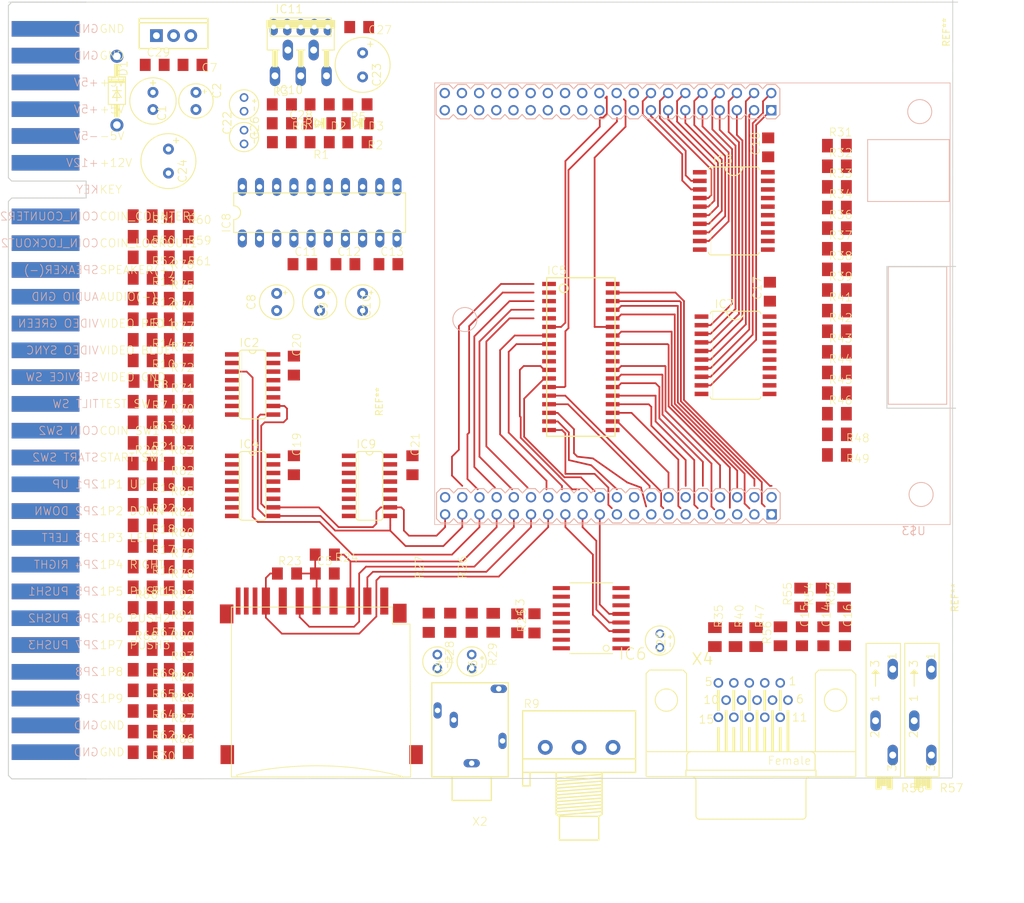
<source format=kicad_pcb>
(kicad_pcb (version 20171130) (host pcbnew "(5.0.0)")
  (layers (0 Top signal) (31 Bottom signal) (34 B.Paste user hide) (35 F.Paste user) (36 B.SilkS user) (37 F.SilkS user) (38 B.Mask user hide) (39 F.Mask user hide) (44 Edge.Cuts user))
  (net 0 "")
  (net 1 +5V)
  (net 2 -5V)
  (net 3 GND)
  (net 4 +3V3)
  (net 5 +12V)
  (net 6 "Net-(C1-Pad+)")
  (net 7 "Net-(U$2-PadGP3)")
  (net 8 "Net-(U$2-PadCD)")
  (net 9 "Net-(U$2-Pad9)")
  (net 10 /SD_CS)
  (net 11 /SD_DATAIN)
  (net 12 /SD_SCLK)
  (net 13 /SD_DATAOUT)
  (net 14 "Net-(U$2-Pad8)")
  (net 15 "Net-(U$2-PadWP)")
  (net 16 /SRAM_A18)
  (net 17 /SRAM_A17)
  (net 18 /SRAM_A16)
  (net 19 /SRAM_A15)
  (net 20 /SRAM_OE)
  (net 21 /SRAM_IO7)
  (net 22 /SRAM_IO6)
  (net 23 /SRAM_IO5)
  (net 24 /SRAM_IO4)
  (net 25 /SRAM_A14)
  (net 26 /SRAM_A13)
  (net 27 /SRAM_A12)
  (net 28 /SRAM_A11)
  (net 29 /SRAM_A10)
  (net 30 /SRAM_A9)
  (net 31 /SRAM_A8)
  (net 32 /SRAM_A7)
  (net 33 /SRAM_A6)
  (net 34 /SRAM_A5)
  (net 35 /SRAM_WE)
  (net 36 /SRAM_IO3)
  (net 37 /SRAM_IO2)
  (net 38 /SRAM_IO1)
  (net 39 /SRAM_IO0)
  (net 40 /SRAM_CE)
  (net 41 /SRAM_A4)
  (net 42 /SRAM_A3)
  (net 43 /SRAM_A2)
  (net 44 /SRAM_A1)
  (net 45 /SRAM_A0)
  (net 46 /R_A)
  (net 47 /DAC_VREF)
  (net 48 /L_A)
  (net 49 /I2S_DATA)
  (net 50 /IS2_WS)
  (net 51 /I2S_BCK)
  (net 52 /R_AUDIO)
  (net 53 /L_AUDIO)
  (net 54 "Net-(R28-Pad1)")
  (net 55 /JAMMA_AUDIO)
  (net 56 "Net-(R29-Pad1)")
  (net 57 "Net-(IC3-Pad11)")
  (net 58 "Net-(IC3-Pad12)")
  (net 59 /G3)
  (net 60 "Net-(IC3-Pad18)")
  (net 61 "Net-(IC3-Pad17)")
  (net 62 "Net-(IC3-Pad16)")
  (net 63 "Net-(IC3-Pad15)")
  (net 64 "Net-(IC3-Pad14)")
  (net 65 "Net-(IC3-Pad13)")
  (net 66 /G2)
  (net 67 /G1)
  (net 68 /G0)
  (net 69 /R3)
  (net 70 /R2)
  (net 71 /R1)
  (net 72 /R0)
  (net 73 "Net-(IC7-Pad11)")
  (net 74 "Net-(IC7-Pad12)")
  (net 75 /GATE)
  (net 76 "Net-(IC7-Pad18)")
  (net 77 "Net-(IC7-Pad17)")
  (net 78 "Net-(IC7-Pad16)")
  (net 79 "Net-(IC7-Pad15)")
  (net 80 "Net-(IC7-Pad14)")
  (net 81 "Net-(IC7-Pad13)")
  (net 82 /CSY)
  (net 83 /VSY)
  (net 84 /HSY)
  (net 85 /B3)
  (net 86 /B2)
  (net 87 /B1)
  (net 88 /B0)
  (net 89 "Net-(U$3-PadI0_103)")
  (net 90 "Net-(U$3-PadI0_105)")
  (net 91 "Net-(U$3-PadI0_110)")
  (net 92 "Net-(U$3-PadI0_112)")
  (net 93 "Net-(U$3-PadI0_114)")
  (net 94 "Net-(U$3-PadI0_101)")
  (net 95 "Net-(U$3-PadI0_104)")
  (net 96 "Net-(U$3-PadI0_106)")
  (net 97 "Net-(U$3-PadI0_111)")
  (net 98 "Net-(U$3-PadI0_113)")
  (net 99 "Net-(U$3-PadI0_119)")
  (net 100 "Net-(U$3-PadI0_115)")
  (net 101 "Net-(U$3-PadI0_121)")
  (net 102 "Net-(U$3-PadI0_125)")
  (net 103 "Net-(U$3-PadI0_127)")
  (net 104 "Net-(U$3-PadI0_120)")
  (net 105 "Net-(U$3-PadI0_124)")
  (net 106 "Net-(C16-Pad1)")
  (net 107 "Net-(IC8-Pad18)")
  (net 108 "Net-(C15-Pad1)")
  (net 109 "Net-(IC8-Pad15)")
  (net 110 "Net-(IC8-Pad13)")
  (net 111 /BURST_GATE)
  (net 112 "Net-(C14-Pad1)")
  (net 113 "Net-(C13-Pad1)")
  (net 114 "Net-(C9-Pad+)")
  (net 115 "Net-(C11-Pad1)")
  (net 116 "Net-(C8-Pad+)")
  (net 117 "Net-(C10-Pad+)")
  (net 118 "Net-(C12-Pad1)")
  (net 119 /VGA-RED)
  (net 120 "Net-(X4-Pad11)")
  (net 121 "Net-(X4-Pad12)")
  (net 122 /VGA-HSYNC)
  (net 123 /VGA-VSYNC)
  (net 124 "Net-(X4-Pad15)")
  (net 125 /VGA-GREEN)
  (net 126 /VGA-BLUE)
  (net 127 "Net-(X4-Pad4)")
  (net 128 /VGA_DETECT)
  (net 129 "Net-(X4-Pad9)")
  (net 130 /JAMMA-RED)
  (net 131 "Net-(R53-Pad1)")
  (net 132 "Net-(R55-Pad1)")
  (net 133 /N$47)
  (net 134 "Net-(IC2-Pad7)")
  (net 135 /CNTR_LATCH)
  (net 136 /CNTR_CLK)
  (net 137 "Net-(IC2-Pad11)")
  (net 138 "Net-(IC2-Pad6)")
  (net 139 "Net-(IC2-Pad12)")
  (net 140 "Net-(IC2-Pad5)")
  (net 141 "Net-(IC2-Pad13)")
  (net 142 "Net-(IC2-Pad4)")
  (net 143 "Net-(IC2-Pad14)")
  (net 144 "Net-(IC2-Pad15)")
  (net 145 /CNTR_DAT)
  (net 146 "Net-(IC2-Pad2)")
  (net 147 "Net-(IC2-Pad1)")
  (net 148 "Net-(IC4-Pad11)")
  (net 149 "Net-(IC4-Pad7)")
  (net 150 "Net-(IC4-Pad6)")
  (net 151 "Net-(IC4-Pad12)")
  (net 152 "Net-(IC4-Pad5)")
  (net 153 "Net-(IC4-Pad13)")
  (net 154 "Net-(IC4-Pad4)")
  (net 155 "Net-(IC4-Pad14)")
  (net 156 "Net-(IC4-Pad15)")
  (net 157 "Net-(IC4-Pad2)")
  (net 158 "Net-(IC4-Pad1)")
  (net 159 "Net-(IC9-Pad7)")
  (net 160 "Net-(IC9-Pad6)")
  (net 161 "Net-(IC9-Pad12)")
  (net 162 "Net-(IC9-Pad5)")
  (net 163 "Net-(IC9-Pad13)")
  (net 164 "Net-(IC9-Pad4)")
  (net 165 "Net-(IC9-Pad14)")
  (net 166 "Net-(IC9-Pad15)")
  (net 167 "Net-(IC9-Pad2)")
  (net 168 "Net-(IC9-Pad1)")
  (net 169 "Net-(C24-Pad+)")
  (net 170 "Net-(C25-Pad+)")
  (net 171 "Net-(C25-Pad-)")
  (net 172 /JAMMA_SPK+)
  (net 173 "Net-(IC10-Pad2)")
  (net 174 "Net-(C22-Pad+)")
  (net 175 "Net-(C26-Pad+)")
  (net 176 "Net-(C28-Pad1)")
  (net 177 /P1B5)
  (net 178 /P1B4)
  (net 179 /P1B3)
  (net 180 /P1B2)
  (net 181 /P1B1)
  (net 182 /P1RH)
  (net 183 /P1LH)
  (net 184 /P1DW)
  (net 185 /P1UP)
  (net 186 /P1START)
  (net 187 /COINSW1)
  (net 188 "Net-(K1-Pad15)")
  (net 189 /JAMMA-BLUE)
  (net 190 "Net-(K1-Pad11)")
  (net 191 "Net-(K1-Pad9)")
  (net 192 "Net-(K1-Pad8)")
  (net 193 "Net-(K1-Pad#D)")
  (net 194 "Net-(K1-Pad#C)")
  (net 195 "Net-(K1-Pad#B)")
  (net 196 "Net-(K1-Pad#A)")
  (net 197 "Net-(K1-PadZ)")
  (net 198 "Net-(K1-PadY)")
  (net 199 "Net-(K1-PadX)")
  (net 200 "Net-(K1-PadW)")
  (net 201 "Net-(K1-PadV)")
  (net 202 "Net-(K1-PadU)")
  (net 203 "Net-(K1-PadT)")
  (net 204 "Net-(K1-PadS)")
  (net 205 "Net-(K1-PadR)")
  (net 206 /JAMMA-CSYNC)
  (net 207 /JAMMA-GREEN)
  (net 208 "Net-(K1-PadM)")
  (net 209 "Net-(K1-PadK)")
  (net 210 "Net-(K1-PadJ)")
  (net 211 /N$46)
  (net 212 /N$61)
  (net 213 /N$62)
  (net 214 /N$64)
  (net 215 /N$63)
  (net 216 /N$65)
  (net 217 /N$66)
  (net 218 /N$68)
  (net 219 /N$67)
  (net 220 /N$69)
  (net 221 /N$70)
  (net 222 /N$72)
  (net 223 /N$73)
  (net 224 /N$74)
  (net 225 /N$76)
  (net 226 /N$75)
  (net 227 /N$77)
  (net 228 /N$78)
  (net 229 /N$80)
  (net 230 /N$79)
  (net 231 /N$81)
  (net 232 /N$82)
  (module Mounting_Holes:MountingHole_4mm (layer Top) (at 71.628 93.726 270)
    (fp_text reference REF** (at 0 -5 270) (layer F.SilkS))
    (fp_text value MountingHole_4mm)
    (pad 1 np_thru_hole circle (at 0 0 270) (size 4 4) (drill 4) (layers *.Cu *.Mask))
  )
  (module MystiqueJamma:JAMMA-EDGE (layer Top) (at 22.225 38.735 270)
    (fp_text reference K1 hide)
    (fp_text value JAMMA-EDGE hide)
    (fp_text user GND (at 106.8 -13) (layer F.SilkS) (effects (font (size 1.2065 1.2065) (thickness 0.1016)) (justify left)))
    (fp_text user GND (at 102.84 -13) (layer F.SilkS) (effects (font (size 1.2065 1.2065) (thickness 0.1016)) (justify left)))
    (fp_text user 1P9 (at 98.88 -13) (layer F.SilkS) (effects (font (size 1.2065 1.2065) (thickness 0.1016)) (justify left)))
    (fp_text user 1P8 (at 94.92 -13) (layer F.SilkS) (effects (font (size 1.2065 1.2065) (thickness 0.1016)) (justify left)))
    (fp_text user "1P7 PUSH3" (at 90.96 -13) (layer F.SilkS) (effects (font (size 1.2065 1.2065) (thickness 0.1016)) (justify left)))
    (fp_text user "1P6 PUSH2" (at 87 -13) (layer F.SilkS) (effects (font (size 1.2065 1.2065) (thickness 0.1016)) (justify left)))
    (fp_text user "1P5 PUSH1" (at 83.04 -13) (layer F.SilkS) (effects (font (size 1.2065 1.2065) (thickness 0.1016)) (justify left)))
    (fp_text user "1P4 RIGHT" (at 79.08 -13) (layer F.SilkS) (effects (font (size 1.2065 1.2065) (thickness 0.1016)) (justify left)))
    (fp_text user "1P3 LEFT" (at 75.12 -13) (layer F.SilkS) (effects (font (size 1.2065 1.2065) (thickness 0.1016)) (justify left)))
    (fp_text user "1P2 DOWN" (at 71.16 -13) (layer F.SilkS) (effects (font (size 1.2065 1.2065) (thickness 0.1016)) (justify left)))
    (fp_text user "1P1 UP" (at 67.2 -13) (layer F.SilkS) (effects (font (size 1.2065 1.2065) (thickness 0.1016)) (justify left)))
    (fp_text user "START SW1" (at 63.24 -13) (layer F.SilkS) (effects (font (size 1.2065 1.2065) (thickness 0.1016)) (justify left)))
    (fp_text user "COIN SW1" (at 59.28 -13) (layer F.SilkS) (effects (font (size 1.2065 1.2065) (thickness 0.1016)) (justify left)))
    (fp_text user "TEST SW" (at 55.32 -13) (layer F.SilkS) (effects (font (size 1.2065 1.2065) (thickness 0.1016)) (justify left)))
    (fp_text user "VIDEO GND" (at 51.36 -13) (layer F.SilkS) (effects (font (size 1.2065 1.2065) (thickness 0.1016)) (justify left)))
    (fp_text user "VIDEO BLUE" (at 47.4 -13) (layer F.SilkS) (effects (font (size 1.2065 1.2065) (thickness 0.1016)) (justify left)))
    (fp_text user "VIDEO RED" (at 43.44 -13) (layer F.SilkS) (effects (font (size 1.2065 1.2065) (thickness 0.1016)) (justify left)))
    (fp_text user "AUDIO(+)" (at 39.48 -13) (layer F.SilkS) (effects (font (size 1.2065 1.2065) (thickness 0.1016)) (justify left)))
    (fp_text user "SPEAKER(+)" (at 35.52 -13) (layer F.SilkS) (effects (font (size 1.2065 1.2065) (thickness 0.1016)) (justify left)))
    (fp_text user COIN_LOCKOUT1 (at 31.56 -13) (layer F.SilkS) (effects (font (size 1.2065 1.2065) (thickness 0.1016)) (justify left)))
    (fp_text user COIN_COUNTER1 (at 27.6 -13) (layer F.SilkS) (effects (font (size 1.2065 1.2065) (thickness 0.1016)) (justify left)))
    (fp_text user KEY (at 23.64 -13) (layer F.SilkS) (effects (font (size 1.2065 1.2065) (thickness 0.1016)) (justify left)))
    (fp_text user +12V (at 19.68 -13) (layer F.SilkS) (effects (font (size 1.2065 1.2065) (thickness 0.1016)) (justify left)))
    (fp_text user -5V (at 15.72 -13) (layer F.SilkS) (effects (font (size 1.2065 1.2065) (thickness 0.1016)) (justify left)))
    (fp_text user +5V (at 11.76 -13) (layer F.SilkS) (effects (font (size 1.2065 1.2065) (thickness 0.1016)) (justify left)))
    (fp_text user +5V (at 7.8 -13) (layer F.SilkS) (effects (font (size 1.2065 1.2065) (thickness 0.1016)) (justify left)))
    (fp_text user GND (at 3.84 -13) (layer F.SilkS) (effects (font (size 1.2065 1.2065) (thickness 0.1016)) (justify left)))
    (fp_text user GND (at -0.12 -13) (layer F.SilkS) (effects (font (size 1.2065 1.2065) (thickness 0.1016)) (justify left)))
    (fp_line (start 22.39 -11.08) (end 24.89 -11.08) (layer Edge.Cuts) (width 0.127))
    (fp_line (start 22.39 -0.08) (end 22.39 -11.08) (layer Edge.Cuts) (width 0.127))
    (fp_line (start 24.89 -0.08) (end 24.89 -11.08) (layer Edge.Cuts) (width 0.127))
    (fp_line (start 21.89 0.42) (end 22.39 -0.08) (layer Edge.Cuts) (width 0.127))
    (fp_line (start 24.89 -0.08) (end 25.39 0.42) (layer Edge.Cuts) (width 0.127))
    (fp_line (start 25.39 0.42) (end 110.24 0.42) (layer Edge.Cuts) (width 0.127))
    (fp_line (start -3.56 0.42) (end 21.89 0.42) (layer Edge.Cuts) (width 0.127))
    (fp_line (start 110.24 0.42) (end 110.74 -0.08) (layer Edge.Cuts) (width 0.127))
    (fp_line (start -4.06 -0.08) (end -3.56 0.42) (layer Edge.Cuts) (width 0.127))
    (fp_line (start 110.74 -11.08) (end 110.74 -0.08) (layer Edge.Cuts) (width 0.127))
    (fp_line (start -4.06 -11.08) (end -4.06 -0.08) (layer Edge.Cuts) (width 0.127))
    (fp_text user GND (at 106.8 -13 180) (layer B.SilkS) (effects (font (size 1.2065 1.2065) (thickness 0.1016)) (justify left mirror)))
    (fp_text user GND (at 102.84 -13 180) (layer B.SilkS) (effects (font (size 1.2065 1.2065) (thickness 0.1016)) (justify left mirror)))
    (fp_text user 2P9 (at 98.88 -13 180) (layer B.SilkS) (effects (font (size 1.2065 1.2065) (thickness 0.1016)) (justify left mirror)))
    (fp_text user 2P8 (at 94.92 -13 180) (layer B.SilkS) (effects (font (size 1.2065 1.2065) (thickness 0.1016)) (justify left mirror)))
    (fp_text user "2P7 PUSH3" (at 90.96 -13 180) (layer B.SilkS) (effects (font (size 1.2065 1.2065) (thickness 0.1016)) (justify left mirror)))
    (fp_text user "2P6 PUSH2" (at 87 -13 180) (layer B.SilkS) (effects (font (size 1.2065 1.2065) (thickness 0.1016)) (justify left mirror)))
    (fp_text user "2P5 PUSH1" (at 83.04 -13 180) (layer B.SilkS) (effects (font (size 1.2065 1.2065) (thickness 0.1016)) (justify left mirror)))
    (fp_text user "2P4 RIGHT" (at 79.08 -13 180) (layer B.SilkS) (effects (font (size 1.2065 1.2065) (thickness 0.1016)) (justify left mirror)))
    (fp_text user "2P3 LEFT" (at 75.12 -13 180) (layer B.SilkS) (effects (font (size 1.2065 1.2065) (thickness 0.1016)) (justify left mirror)))
    (fp_text user "2P2 DOWN" (at 71.16 -13 180) (layer B.SilkS) (effects (font (size 1.2065 1.2065) (thickness 0.1016)) (justify left mirror)))
    (fp_text user "2P1 UP" (at 67.2 -13 180) (layer B.SilkS) (effects (font (size 1.2065 1.2065) (thickness 0.1016)) (justify left mirror)))
    (fp_text user "START SW2" (at 63.24 -13 180) (layer B.SilkS) (effects (font (size 1.2065 1.2065) (thickness 0.1016)) (justify left mirror)))
    (fp_text user "COIN SW2" (at 59.28 -13 180) (layer B.SilkS) (effects (font (size 1.2065 1.2065) (thickness 0.1016)) (justify left mirror)))
    (fp_text user "TILT SW" (at 55.32 -13 180) (layer B.SilkS) (effects (font (size 1.2065 1.2065) (thickness 0.1016)) (justify left mirror)))
    (fp_text user "SERVICE SW" (at 51.36 -13 180) (layer B.SilkS) (effects (font (size 1.2065 1.2065) (thickness 0.1016)) (justify left mirror)))
    (fp_text user "VIDEO SYNC" (at 47.4 -13 180) (layer B.SilkS) (effects (font (size 1.2065 1.2065) (thickness 0.1016)) (justify left mirror)))
    (fp_text user "VIDEO GREEN" (at 43.44 -13 180) (layer B.SilkS) (effects (font (size 1.2065 1.2065) (thickness 0.1016)) (justify left mirror)))
    (fp_text user "AUDIO GND" (at 39.48 -13 180) (layer B.SilkS) (effects (font (size 1.2065 1.2065) (thickness 0.1016)) (justify left mirror)))
    (fp_text user "SPEAKER(-)" (at 35.52 -13 180) (layer B.SilkS) (effects (font (size 1.2065 1.2065) (thickness 0.1016)) (justify left mirror)))
    (fp_text user COIN_LOCKOUT2 (at 31.56 -13 180) (layer B.SilkS) (effects (font (size 1.2065 1.2065) (thickness 0.1016)) (justify left mirror)))
    (fp_text user COIN_COUNTER2 (at 27.6 -13 180) (layer B.SilkS) (effects (font (size 1.2065 1.2065) (thickness 0.1016)) (justify left mirror)))
    (fp_text user KEY (at 23.64 -13 180) (layer B.SilkS) (effects (font (size 1.2065 1.2065) (thickness 0.1016)) (justify left mirror)))
    (fp_text user +12V (at 19.68 -13 180) (layer B.SilkS) (effects (font (size 1.2065 1.2065) (thickness 0.1016)) (justify left mirror)))
    (fp_text user -5V (at 15.72 -13 180) (layer B.SilkS) (effects (font (size 1.2065 1.2065) (thickness 0.1016)) (justify left mirror)))
    (fp_text user +5V (at 11.76 -13 180) (layer B.SilkS) (effects (font (size 1.2065 1.2065) (thickness 0.1016)) (justify left mirror)))
    (fp_text user +5V (at 7.8 -13 180) (layer B.SilkS) (effects (font (size 1.2065 1.2065) (thickness 0.1016)) (justify left mirror)))
    (fp_text user GND (at 3.84 -13 180) (layer B.SilkS) (effects (font (size 1.2065 1.2065) (thickness 0.1016)) (justify left mirror)))
    (fp_text user GND (at -0.12 -13 180) (layer B.SilkS) (effects (font (size 1.2065 1.2065) (thickness 0.1016)) (justify left mirror)))
    (fp_line (start 22.39 -11.08) (end 24.89 -11.08) (layer Edge.Cuts) (width 0.127))
    (fp_line (start 22.39 -0.08) (end 22.39 -11.08) (layer Edge.Cuts) (width 0.127))
    (fp_line (start 24.89 -0.08) (end 24.89 -11.08) (layer Edge.Cuts) (width 0.127))
    (fp_line (start 21.89 0.42) (end 22.39 -0.08) (layer Edge.Cuts) (width 0.127))
    (fp_line (start 24.89 -0.08) (end 25.39 0.42) (layer Edge.Cuts) (width 0.127))
    (fp_line (start 25.39 0.42) (end 110.24 0.42) (layer Edge.Cuts) (width 0.127))
    (fp_line (start -3.56 0.42) (end 21.89 0.42) (layer Edge.Cuts) (width 0.127))
    (fp_line (start 110.24 0.42) (end 110.74 -0.08) (layer Edge.Cuts) (width 0.127))
    (fp_line (start -4.06 -0.08) (end -3.56 0.42) (layer Edge.Cuts) (width 0.127))
    (fp_line (start 110.74 -11.08) (end 110.74 -0.08) (layer Edge.Cuts) (width 0.127))
    (fp_line (start -4.06 -11.08) (end -4.06 -0.08) (layer Edge.Cuts) (width 0.127))
    (pad 28 smd rect (at 106.8 -5.08 270) (size 2.3 10) (layers Top F.Paste F.Mask) (net 3 GND))
    (pad 27 smd rect (at 102.84 -5.08 270) (size 2.3 10) (layers Top F.Paste F.Mask) (net 3 GND))
    (pad 26 smd rect (at 98.88 -5.08 270) (size 2.3 10) (layers Top F.Paste F.Mask) (net 177 /P1B5))
    (pad 25 smd rect (at 94.92 -5.08 270) (size 2.3 10) (layers Top F.Paste F.Mask) (net 178 /P1B4))
    (pad 24 smd rect (at 90.96 -5.08 270) (size 2.3 10) (layers Top F.Paste F.Mask) (net 179 /P1B3))
    (pad 23 smd rect (at 87 -5.08 270) (size 2.3 10) (layers Top F.Paste F.Mask) (net 180 /P1B2))
    (pad 22 smd rect (at 83.04 -5.08 270) (size 2.3 10) (layers Top F.Paste F.Mask) (net 181 /P1B1))
    (pad 21 smd rect (at 79.08 -5.08 270) (size 2.3 10) (layers Top F.Paste F.Mask) (net 182 /P1RH))
    (pad 20 smd rect (at 75.12 -5.08 270) (size 2.3 10) (layers Top F.Paste F.Mask) (net 183 /P1LH))
    (pad 19 smd rect (at 71.16 -5.08 270) (size 2.3 10) (layers Top F.Paste F.Mask) (net 184 /P1DW))
    (pad 18 smd rect (at 67.2 -5.08 270) (size 2.3 10) (layers Top F.Paste F.Mask) (net 185 /P1UP))
    (pad 17 smd rect (at 63.24 -5.08 270) (size 2.3 10) (layers Top F.Paste F.Mask) (net 186 /P1START))
    (pad 16 smd rect (at 59.28 -5.08 270) (size 2.3 10) (layers Top F.Paste F.Mask) (net 187 /COINSW1))
    (pad 15 smd rect (at 55.32 -5.08 270) (size 2.3 10) (layers Top F.Paste F.Mask) (net 188 "Net-(K1-Pad15)"))
    (pad 14 smd rect (at 51.36 -5.08 270) (size 2.3 10) (layers Top F.Paste F.Mask) (net 3 GND))
    (pad 13 smd rect (at 47.4 -5.08 270) (size 2.3 10) (layers Top F.Paste F.Mask) (net 189 /JAMMA-BLUE))
    (pad 12 smd rect (at 43.44 -5.08 270) (size 2.3 10) (layers Top F.Paste F.Mask) (net 130 /JAMMA-RED))
    (pad 11 smd rect (at 39.48 -5.08 270) (size 2.3 10) (layers Top F.Paste F.Mask) (net 190 "Net-(K1-Pad11)"))
    (pad 10 smd rect (at 35.52 -5.08 270) (size 2.3 10) (layers Top F.Paste F.Mask) (net 172 /JAMMA_SPK+))
    (pad 9 smd rect (at 31.56 -5.08 270) (size 2.3 10) (layers Top F.Paste F.Mask) (net 191 "Net-(K1-Pad9)"))
    (pad 8 smd rect (at 27.6 -5.08 270) (size 2.3 10) (layers Top F.Paste F.Mask) (net 192 "Net-(K1-Pad8)"))
    (pad 6 smd rect (at 19.68 -5.08 270) (size 2.3 10) (layers Top F.Paste F.Mask) (net 5 +12V))
    (pad 5 smd rect (at 15.72 -5.08 270) (size 2.3 10) (layers Top F.Paste F.Mask) (net 2 -5V))
    (pad 4 smd rect (at 11.76 -5.08 270) (size 2.3 10) (layers Top F.Paste F.Mask) (net 1 +5V))
    (pad 3 smd rect (at 7.8 -5.08 270) (size 2.3 10) (layers Top F.Paste F.Mask) (net 1 +5V))
    (pad 2 smd rect (at 3.84 -5.08 270) (size 2.3 10) (layers Top F.Paste F.Mask) (net 3 GND))
    (pad 1 smd rect (at -0.12 -5.08 270) (size 2.3 10) (layers Top F.Paste F.Mask) (net 3 GND))
    (pad "#F" smd rect (at 106.8 -5.08 270) (size 2.3 10) (layers Bottom B.Paste B.Mask) (net 3 GND))
    (pad "#E" smd rect (at 102.84 -5.08 270) (size 2.3 10) (layers Bottom B.Paste B.Mask) (net 3 GND))
    (pad "#D" smd rect (at 98.88 -5.08 270) (size 2.3 10) (layers Bottom B.Paste B.Mask) (net 193 "Net-(K1-Pad#D)"))
    (pad "#C" smd rect (at 94.92 -5.08 270) (size 2.3 10) (layers Bottom B.Paste B.Mask) (net 194 "Net-(K1-Pad#C)"))
    (pad "#B" smd rect (at 90.96 -5.08 270) (size 2.3 10) (layers Bottom B.Paste B.Mask) (net 195 "Net-(K1-Pad#B)"))
    (pad "#A" smd rect (at 87 -5.08 270) (size 2.3 10) (layers Bottom B.Paste B.Mask) (net 196 "Net-(K1-Pad#A)"))
    (pad Z smd rect (at 83.04 -5.08 270) (size 2.3 10) (layers Bottom B.Paste B.Mask) (net 197 "Net-(K1-PadZ)"))
    (pad Y smd rect (at 79.08 -5.08 270) (size 2.3 10) (layers Bottom B.Paste B.Mask) (net 198 "Net-(K1-PadY)"))
    (pad X smd rect (at 75.12 -5.08 270) (size 2.3 10) (layers Bottom B.Paste B.Mask) (net 199 "Net-(K1-PadX)"))
    (pad W smd rect (at 71.16 -5.08 270) (size 2.3 10) (layers Bottom B.Paste B.Mask) (net 200 "Net-(K1-PadW)"))
    (pad V smd rect (at 67.2 -5.08 270) (size 2.3 10) (layers Bottom B.Paste B.Mask) (net 201 "Net-(K1-PadV)"))
    (pad U smd rect (at 63.24 -5.08 270) (size 2.3 10) (layers Bottom B.Paste B.Mask) (net 202 "Net-(K1-PadU)"))
    (pad T smd rect (at 59.28 -5.08 270) (size 2.3 10) (layers Bottom B.Paste B.Mask) (net 203 "Net-(K1-PadT)"))
    (pad S smd rect (at 55.32 -5.08 270) (size 2.3 10) (layers Bottom B.Paste B.Mask) (net 204 "Net-(K1-PadS)"))
    (pad R smd rect (at 51.36 -5.08 270) (size 2.3 10) (layers Bottom B.Paste B.Mask) (net 205 "Net-(K1-PadR)"))
    (pad P smd rect (at 47.4 -5.08 270) (size 2.3 10) (layers Bottom B.Paste B.Mask) (net 206 /JAMMA-CSYNC))
    (pad N smd rect (at 43.44 -5.08 270) (size 2.3 10) (layers Bottom B.Paste B.Mask) (net 207 /JAMMA-GREEN))
    (pad M smd rect (at 39.48 -5.08 270) (size 2.3 10) (layers Bottom B.Paste B.Mask) (net 208 "Net-(K1-PadM)"))
    (pad L smd rect (at 35.52 -5.08 270) (size 2.3 10) (layers Bottom B.Paste B.Mask) (net 3 GND))
    (pad K smd rect (at 31.56 -5.08 270) (size 2.3 10) (layers Bottom B.Paste B.Mask) (net 209 "Net-(K1-PadK)"))
    (pad J smd rect (at 27.6 -5.08 270) (size 2.3 10) (layers Bottom B.Paste B.Mask) (net 210 "Net-(K1-PadJ)"))
    (pad F smd rect (at 19.68 -5.08 270) (size 2.3 10) (layers Bottom B.Paste B.Mask) (net 5 +12V))
    (pad E smd rect (at 15.72 -5.08 270) (size 2.3 10) (layers Bottom B.Paste B.Mask) (net 2 -5V))
    (pad D smd rect (at 11.76 -5.08 270) (size 2.3 10) (layers Bottom B.Paste B.Mask) (net 1 +5V))
    (pad C smd rect (at 7.8 -5.08 270) (size 2.3 10) (layers Bottom B.Paste B.Mask) (net 1 +5V))
    (pad B smd rect (at 3.84 -5.08 270) (size 2.3 10) (layers Bottom B.Paste B.Mask) (net 3 GND))
    (pad A smd rect (at -0.12 -5.08 270) (size 2.3 10) (layers Bottom B.Paste B.Mask) (net 3 GND))
  )
  (module Mounting_Holes:MountingHole_4mm (layer Top) (at 156.718 122.682 270)
    (fp_text reference REF** (at 0 -5 270) (layer F.SilkS))
    (fp_text value MountingHole_4mm)
    (pad 1 np_thru_hole circle (at 0 0 270) (size 4 4) (drill 4) (layers *.Cu *.Mask))
  )
  (module Mounting_Holes:MountingHole_4mm (layer Top) (at 155.448 39.116 270)
    (fp_text reference REF** (at 0 -5 270) (layer F.SilkS))
    (fp_text value MountingHole_4mm)
    (pad 1 np_thru_hole circle (at 0 0 270) (size 4 4) (drill 4) (layers *.Cu *.Mask))
  )
  (module MystiqueJamma:M1206 (layer Top) (at 46.99 84.582)
    (fp_text reference R77 (at -1.27 -1.27) (layer F.SilkS) (effects (font (size 1.2065 1.2065) (thickness 0.1016)) (justify left bottom)))
    (fp_text value 330)
    (pad 2 smd rect (at 1.4 0) (size 1.6 2) (layers Top F.Paste F.Mask) (net 4 +3V3))
    (pad 1 smd rect (at -1.4 0) (size 1.6 2) (layers Top F.Paste F.Mask) (net 147 "Net-(IC2-Pad1)"))
  )
  (module MystiqueJamma:E6V33 (layer Bottom) (at 161.29 79.248 180)
    (fp_text reference U$3 (at 3.81 -34.29 180) (layer B.SilkS) (effects (font (size 1.2065 1.2065) (thickness 0.127)) (justify left bottom mirror)))
    (fp_text value C4E6-K"")
    (pad I0_28 thru_hole rect (at 26.67 -31.1404 180) (size 1.524 1.524) (drill 1.016) (layers *.Cu *.Mask) (net 17 /SRAM_A17))
    (pad I0_31 thru_hole circle (at 29.21 -31.1404 180) (size 1.524 1.524) (drill 1.016) (layers *.Cu *.Mask) (net 19 /SRAM_A15))
    (pad I0_33 thru_hole circle (at 31.75 -31.1404 180) (size 1.524 1.524) (drill 1.016) (layers *.Cu *.Mask) (net 22 /SRAM_IO6))
    (pad I0_38 thru_hole circle (at 34.29 -31.1404 180) (size 1.524 1.524) (drill 1.016) (layers *.Cu *.Mask) (net 24 /SRAM_IO4))
    (pad I0_42 thru_hole circle (at 36.83 -31.1404 180) (size 1.524 1.524) (drill 1.016) (layers *.Cu *.Mask) (net 26 /SRAM_A13))
    (pad I0_44 thru_hole circle (at 39.37 -31.1404 180) (size 1.524 1.524) (drill 1.016) (layers *.Cu *.Mask) (net 28 /SRAM_A11))
    (pad I0_30 thru_hole circle (at 26.67 -28.6004 180) (size 1.524 1.524) (drill 1.016) (layers *.Cu *.Mask) (net 16 /SRAM_A18))
    (pad I0_32 thru_hole circle (at 29.21 -28.6004 180) (size 1.524 1.524) (drill 1.016) (layers *.Cu *.Mask) (net 18 /SRAM_A16))
    (pad I0_34 thru_hole circle (at 31.75 -28.6004 180) (size 1.524 1.524) (drill 1.016) (layers *.Cu *.Mask) (net 21 /SRAM_IO7))
    (pad I0_39 thru_hole circle (at 34.29 -28.6004 180) (size 1.524 1.524) (drill 1.016) (layers *.Cu *.Mask) (net 23 /SRAM_IO5))
    (pad I0_43 thru_hole circle (at 36.83 -28.6004 180) (size 1.524 1.524) (drill 1.016) (layers *.Cu *.Mask) (net 25 /SRAM_A14))
    (pad I0_46 thru_hole circle (at 39.37 -28.6004 180) (size 1.524 1.524) (drill 1.016) (layers *.Cu *.Mask) (net 27 /SRAM_A12))
    (pad I0_49 thru_hole circle (at 41.91 -31.1404 180) (size 1.524 1.524) (drill 1.016) (layers *.Cu *.Mask) (net 34 /SRAM_A5))
    (pad I0_50 thru_hole circle (at 41.91 -28.6004 180) (size 1.524 1.524) (drill 1.016) (layers *.Cu *.Mask) (net 29 /SRAM_A10))
    (pad I0_51 thru_hole circle (at 44.45 -31.1404 180) (size 1.524 1.524) (drill 1.016) (layers *.Cu *.Mask) (net 32 /SRAM_A7))
    (pad GND1 thru_hole circle (at 46.99 -31.1404 180) (size 1.524 1.524) (drill 1.016) (layers *.Cu *.Mask) (net 3 GND))
    (pad I0_53 thru_hole circle (at 49.53 -31.1404 180) (size 1.524 1.524) (drill 1.016) (layers *.Cu *.Mask) (net 30 /SRAM_A9))
    (pad I0_55 thru_hole circle (at 52.07 -31.1404 180) (size 1.524 1.524) (drill 1.016) (layers *.Cu *.Mask) (net 49 /I2S_DATA))
    (pad I0_59 thru_hole circle (at 54.61 -31.1404 180) (size 1.524 1.524) (drill 1.016) (layers *.Cu *.Mask) (net 50 /IS2_WS))
    (pad I0_64 thru_hole circle (at 57.15 -31.1404 180) (size 1.524 1.524) (drill 1.016) (layers *.Cu *.Mask) (net 51 /I2S_BCK))
    (pad I0_52 thru_hole circle (at 44.45 -28.6004 180) (size 1.524 1.524) (drill 1.016) (layers *.Cu *.Mask) (net 33 /SRAM_A6))
    (pad GND2 thru_hole circle (at 46.99 -28.6004 180) (size 1.524 1.524) (drill 1.016) (layers *.Cu *.Mask) (net 3 GND))
    (pad I0_54 thru_hole circle (at 49.53 -28.6004 180) (size 1.524 1.524) (drill 1.016) (layers *.Cu *.Mask) (net 31 /SRAM_A8))
    (pad I0_58 thru_hole circle (at 52.07 -28.6004 180) (size 1.524 1.524) (drill 1.016) (layers *.Cu *.Mask) (net 36 /SRAM_IO3))
    (pad I0_60 thru_hole circle (at 54.61 -28.6004 180) (size 1.524 1.524) (drill 1.016) (layers *.Cu *.Mask) (net 37 /SRAM_IO2))
    (pad I0_65 thru_hole circle (at 57.15 -28.6004 180) (size 1.524 1.524) (drill 1.016) (layers *.Cu *.Mask) (net 38 /SRAM_IO1))
    (pad I0_66 thru_hole circle (at 59.69 -31.1404 180) (size 1.524 1.524) (drill 1.016) (layers *.Cu *.Mask) (net 13 /SD_DATAOUT))
    (pad I0_67 thru_hole circle (at 59.69 -28.6004 180) (size 1.524 1.524) (drill 1.016) (layers *.Cu *.Mask) (net 39 /SRAM_IO0))
    (pad I0_68 thru_hole circle (at 62.23 -31.1404 180) (size 1.524 1.524) (drill 1.016) (layers *.Cu *.Mask) (net 10 /SD_CS))
    (pad I0_70 thru_hole circle (at 64.77 -31.1404 180) (size 1.524 1.524) (drill 1.016) (layers *.Cu *.Mask) (net 12 /SD_SCLK))
    (pad I0_72 thru_hole circle (at 67.31 -31.1404 180) (size 1.524 1.524) (drill 1.016) (layers *.Cu *.Mask) (net 11 /SD_DATAIN))
    (pad I0_89 thru_hole circle (at 69.85 -31.1404 180) (size 1.524 1.524) (drill 1.016) (layers *.Cu *.Mask) (net 145 /CNTR_DAT))
    (pad I0_91 thru_hole circle (at 72.39 -31.1404 180) (size 1.524 1.524) (drill 1.016) (layers *.Cu *.Mask) (net 135 /CNTR_LATCH))
    (pad I0_100 thru_hole circle (at 74.93 -31.1404 180) (size 1.524 1.524) (drill 1.016) (layers *.Cu *.Mask) (net 136 /CNTR_CLK))
    (pad I0_69 thru_hole circle (at 62.23 -28.6004 180) (size 1.524 1.524) (drill 1.016) (layers *.Cu *.Mask) (net 41 /SRAM_A4))
    (pad I0_71 thru_hole circle (at 64.77 -28.6004 180) (size 1.524 1.524) (drill 1.016) (layers *.Cu *.Mask) (net 42 /SRAM_A3))
    (pad I0_88 thru_hole circle (at 67.31 -28.6004 180) (size 1.524 1.524) (drill 1.016) (layers *.Cu *.Mask) (net 43 /SRAM_A2))
    (pad I0_90 thru_hole circle (at 69.85 -28.6004 180) (size 1.524 1.524) (drill 1.016) (layers *.Cu *.Mask) (net 44 /SRAM_A1))
    (pad I0_99 thru_hole circle (at 72.39 -28.6004 180) (size 1.524 1.524) (drill 1.016) (layers *.Cu *.Mask) (net 45 /SRAM_A0))
    (pad VCC1 thru_hole circle (at 74.93 -28.6004 180) (size 1.524 1.524) (drill 1.016) (layers *.Cu *.Mask) (net 4 +3V3))
    (pad I0_11 thru_hole rect (at 26.7208 28.6004 180) (size 1.524 1.524) (drill 1.016) (layers *.Cu *.Mask) (net 75 /GATE))
    (pad I0_7 thru_hole circle (at 29.2608 28.6004 180) (size 1.524 1.524) (drill 1.016) (layers *.Cu *.Mask) (net 83 /VSY))
    (pad I0_2 thru_hole circle (at 31.8008 28.6004 180) (size 1.524 1.524) (drill 1.016) (layers *.Cu *.Mask) (net 85 /B3))
    (pad I0_144 thru_hole circle (at 34.3408 28.6004 180) (size 1.524 1.524) (drill 1.016) (layers *.Cu *.Mask) (net 87 /B1))
    (pad I0_142 thru_hole circle (at 36.8808 28.6004 180) (size 1.524 1.524) (drill 1.016) (layers *.Cu *.Mask) (net 59 /G3))
    (pad I0_138 thru_hole circle (at 39.4208 28.6004 180) (size 1.524 1.524) (drill 1.016) (layers *.Cu *.Mask) (net 67 /G1))
    (pad I0_10 thru_hole circle (at 26.7208 31.1404 180) (size 1.524 1.524) (drill 1.016) (layers *.Cu *.Mask) (net 82 /CSY))
    (pad I0_3 thru_hole circle (at 29.2608 31.1404 180) (size 1.524 1.524) (drill 1.016) (layers *.Cu *.Mask) (net 84 /HSY))
    (pad I0_1 thru_hole circle (at 31.8008 31.1404 180) (size 1.524 1.524) (drill 1.016) (layers *.Cu *.Mask) (net 86 /B2))
    (pad I0_143 thru_hole circle (at 34.3408 31.1404 180) (size 1.524 1.524) (drill 1.016) (layers *.Cu *.Mask) (net 88 /B0))
    (pad I0_141 thru_hole circle (at 36.8808 31.1404 180) (size 1.524 1.524) (drill 1.016) (layers *.Cu *.Mask) (net 66 /G2))
    (pad I0_137 thru_hole circle (at 39.4208 31.1404 180) (size 1.524 1.524) (drill 1.016) (layers *.Cu *.Mask) (net 68 /G0))
    (pad I0_136 thru_hole circle (at 41.9608 28.6004 180) (size 1.524 1.524) (drill 1.016) (layers *.Cu *.Mask) (net 69 /R3))
    (pad I0_135 thru_hole circle (at 41.9608 31.1404 180) (size 1.524 1.524) (drill 1.016) (layers *.Cu *.Mask) (net 70 /R2))
    (pad I0_133 thru_hole circle (at 44.5008 28.6004 180) (size 1.524 1.524) (drill 1.016) (layers *.Cu *.Mask) (net 72 /R0))
    (pad GND3 thru_hole circle (at 47.0408 28.6004 180) (size 1.524 1.524) (drill 1.016) (layers *.Cu *.Mask) (net 3 GND))
    (pad I0_128 thru_hole circle (at 49.5808 28.6004 180) (size 1.524 1.524) (drill 1.016) (layers *.Cu *.Mask) (net 35 /SRAM_WE))
    (pad I0_126 thru_hole circle (at 52.1208 28.6004 180) (size 1.524 1.524) (drill 1.016) (layers *.Cu *.Mask) (net 40 /SRAM_CE))
    (pad I0_124 thru_hole circle (at 54.6608 28.6004 180) (size 1.524 1.524) (drill 1.016) (layers *.Cu *.Mask) (net 105 "Net-(U$3-PadI0_124)"))
    (pad I0_120 thru_hole circle (at 57.2008 28.6004 180) (size 1.524 1.524) (drill 1.016) (layers *.Cu *.Mask) (net 104 "Net-(U$3-PadI0_120)"))
    (pad I0_132 thru_hole circle (at 44.5008 31.1404 180) (size 1.524 1.524) (drill 1.016) (layers *.Cu *.Mask) (net 71 /R1))
    (pad GND4 thru_hole circle (at 47.0408 31.1404 180) (size 1.524 1.524) (drill 1.016) (layers *.Cu *.Mask) (net 3 GND))
    (pad I0_129 thru_hole circle (at 49.5808 31.1404 180) (size 1.524 1.524) (drill 1.016) (layers *.Cu *.Mask) (net 20 /SRAM_OE))
    (pad I0_127 thru_hole circle (at 52.1208 31.1404 180) (size 1.524 1.524) (drill 1.016) (layers *.Cu *.Mask) (net 103 "Net-(U$3-PadI0_127)"))
    (pad I0_125 thru_hole circle (at 54.6608 31.1404 180) (size 1.524 1.524) (drill 1.016) (layers *.Cu *.Mask) (net 102 "Net-(U$3-PadI0_125)"))
    (pad I0_121 thru_hole circle (at 57.2008 31.1404 180) (size 1.524 1.524) (drill 1.016) (layers *.Cu *.Mask) (net 101 "Net-(U$3-PadI0_121)"))
    (pad I0_115 thru_hole circle (at 59.7408 28.6004 180) (size 1.524 1.524) (drill 1.016) (layers *.Cu *.Mask) (net 100 "Net-(U$3-PadI0_115)"))
    (pad I0_119 thru_hole circle (at 59.7408 31.1404 180) (size 1.524 1.524) (drill 1.016) (layers *.Cu *.Mask) (net 99 "Net-(U$3-PadI0_119)"))
    (pad I0_113 thru_hole circle (at 62.2808 28.6004 180) (size 1.524 1.524) (drill 1.016) (layers *.Cu *.Mask) (net 98 "Net-(U$3-PadI0_113)"))
    (pad I0_111 thru_hole circle (at 64.8208 28.6004 180) (size 1.524 1.524) (drill 1.016) (layers *.Cu *.Mask) (net 97 "Net-(U$3-PadI0_111)"))
    (pad I0_106 thru_hole circle (at 67.3608 28.6004 180) (size 1.524 1.524) (drill 1.016) (layers *.Cu *.Mask) (net 96 "Net-(U$3-PadI0_106)"))
    (pad I0_104 thru_hole circle (at 69.9008 28.6004 180) (size 1.524 1.524) (drill 1.016) (layers *.Cu *.Mask) (net 95 "Net-(U$3-PadI0_104)"))
    (pad I0_101 thru_hole circle (at 72.4408 28.6004 180) (size 1.524 1.524) (drill 1.016) (layers *.Cu *.Mask) (net 94 "Net-(U$3-PadI0_101)"))
    (pad VCC2 thru_hole circle (at 74.9808 28.6004 180) (size 1.524 1.524) (drill 1.016) (layers *.Cu *.Mask) (net 4 +3V3))
    (pad I0_114 thru_hole circle (at 62.2808 31.1404 180) (size 1.524 1.524) (drill 1.016) (layers *.Cu *.Mask) (net 93 "Net-(U$3-PadI0_114)"))
    (pad I0_112 thru_hole circle (at 64.8208 31.1404 180) (size 1.524 1.524) (drill 1.016) (layers *.Cu *.Mask) (net 92 "Net-(U$3-PadI0_112)"))
    (pad I0_110 thru_hole circle (at 67.3608 31.1404 180) (size 1.524 1.524) (drill 1.016) (layers *.Cu *.Mask) (net 91 "Net-(U$3-PadI0_110)"))
    (pad I0_105 thru_hole circle (at 69.9008 31.1404 180) (size 1.524 1.524) (drill 1.016) (layers *.Cu *.Mask) (net 90 "Net-(U$3-PadI0_105)"))
    (pad I0_103 thru_hole circle (at 72.4408 31.1404 180) (size 1.524 1.524) (drill 1.016) (layers *.Cu *.Mask) (net 89 "Net-(U$3-PadI0_103)"))
    (pad VCC3 thru_hole circle (at 74.9808 31.1404 180) (size 1.524 1.524) (drill 1.016) (layers *.Cu *.Mask) (net 4 +3V3))
  )
  (module MystiqueJamma:E2,5-7 (layer Top) (at 43.18 49.276 270)
    (fp_text reference C1 (at 3.048 -2.032 270) (layer F.SilkS) (effects (font (size 1.2065 1.2065) (thickness 0.127)) (justify left bottom)))
    (fp_text value 100uF)
    (pad + thru_hole circle (at -1.27 0 270) (size 1.6002 1.6002) (drill 0.8128) (layers *.Cu *.Mask) (net 6 "Net-(C1-Pad+)"))
    (pad - thru_hole circle (at 1.27 0 270) (size 1.6002 1.6002) (drill 0.8128) (layers *.Cu *.Mask) (net 3 GND))
  )
  (module MystiqueJamma:E2,5-5 (layer Top) (at 49.53 49.276 270)
    (fp_text reference C2 (at -0.254 -3.81 270) (layer F.SilkS) (effects (font (size 1.2065 1.2065) (thickness 0.127)) (justify left bottom)))
    (fp_text value 10uF)
    (pad + thru_hole circle (at -1.27 0 270) (size 1.6002 1.6002) (drill 0.8128) (layers *.Cu *.Mask) (net 1 +5V))
    (pad - thru_hole circle (at 1.27 0 270) (size 1.6002 1.6002) (drill 0.8128) (layers *.Cu *.Mask) (net 3 GND))
  )
  (module MystiqueJamma:C1206 (layer Top) (at 97.028 126.492 270)
    (fp_text reference C3 (at -1.27 -1.143 270) (layer F.SilkS) (effects (font (size 1.2065 1.2065) (thickness 0.1016)) (justify left bottom)))
    (fp_text value 100nF)
    (pad 2 smd rect (at 1.4 0 270) (size 1.6 1.8) (layers Top F.Paste F.Mask) (net 3 GND))
    (pad 1 smd rect (at -1.4 0 270) (size 1.6 1.8) (layers Top F.Paste F.Mask) (net 1 +5V))
  )
  (module MystiqueJamma:E2-4 (layer Top) (at 85.212864 132.12076 270)
    (fp_text reference C4 (at 2.159 -0.889 270) (layer F.SilkS) (effects (font (size 1.2065 1.2065) (thickness 0.127)) (justify left bottom)))
    (fp_text value 4.7uF)
    (pad + thru_hole circle (at -1.016 0 270) (size 1.4224 1.4224) (drill 0.8128) (layers *.Cu *.Mask) (net 46 /R_A))
    (pad - thru_hole circle (at 1.016 0 270) (size 1.4224 1.4224) (drill 0.8128) (layers *.Cu *.Mask) (net 52 /R_AUDIO))
  )
  (module MystiqueJamma:C1206 (layer Top) (at 68.58 119.126)
    (fp_text reference C5 (at -1.27 -1.143) (layer F.SilkS) (effects (font (size 1.2065 1.2065) (thickness 0.1016)) (justify left bottom)))
    (fp_text value 100nF)
    (pad 2 smd rect (at 1.4 0) (size 1.6 1.8) (layers Top F.Paste F.Mask) (net 3 GND))
    (pad 1 smd rect (at -1.4 0) (size 1.6 1.8) (layers Top F.Paste F.Mask) (net 4 +3V3))
  )
  (module MystiqueJamma:E2-4 (layer Top) (at 90.292864 132.12076 270)
    (fp_text reference C6 (at 2.159 -0.889 270) (layer F.SilkS) (effects (font (size 1.2065 1.2065) (thickness 0.127)) (justify left bottom)))
    (fp_text value 4.7uF)
    (pad + thru_hole circle (at -1.016 0 270) (size 1.4224 1.4224) (drill 0.8128) (layers *.Cu *.Mask) (net 48 /L_A))
    (pad - thru_hole circle (at 1.016 0 270) (size 1.4224 1.4224) (drill 0.8128) (layers *.Cu *.Mask) (net 53 /L_AUDIO))
  )
  (module MystiqueJamma:DO41-10 (layer Top) (at 37.846 47.752 270)
    (fp_text reference D1 (at -2.032 -1.651 270) (layer F.SilkS) (effects (font (size 1.2065 1.2065) (thickness 0.127)) (justify left bottom)))
    (fp_text value 1N4004)
    (pad C thru_hole circle (at -5.08 0 270) (size 1.9304 1.9304) (drill 1.1176) (layers *.Cu *.Mask) (net 6 "Net-(C1-Pad+)"))
    (pad A thru_hole circle (at 5.08 0 270) (size 1.9304 1.9304) (drill 1.1176) (layers *.Cu *.Mask) (net 5 +12V))
  )
  (module MystiqueJamma:TO220-IGO (layer Top) (at 46.228 39.624)
    (fp_text reference IC1 hide)
    (fp_text value 7805 hide)
    (pad OUT thru_hole circle (at 2.54 0) (size 1.8796 1.8796) (drill 1) (layers *.Cu *.Mask) (net 1 +5V))
    (pad GND thru_hole circle (at 0 0) (size 1.8796 1.8796) (drill 1) (layers *.Cu *.Mask) (net 3 GND))
    (pad IN thru_hole rect (at -2.54 0) (size 1.8796 1.8796) (drill 1) (layers *.Cu *.Mask) (net 6 "Net-(C1-Pad+)"))
  )
  (module MystiqueJamma:SOJV36-400 (layer Top) (at 106.426 87.122 270)
    (fp_text reference IC5 (at -12.065 5.08) (layer F.SilkS) (effects (font (size 1.2065 1.2065) (thickness 0.1016)) (justify left bottom)))
    (fp_text value CY7C1049CV33)
    (pad 1 smd rect (at -10.795 4.699 270) (size 0.635 2.032) (layers Top F.Paste F.Mask) (net 45 /SRAM_A0))
    (pad 2 smd rect (at -9.525 4.699 270) (size 0.635 2.032) (layers Top F.Paste F.Mask) (net 44 /SRAM_A1))
    (pad 3 smd rect (at -8.255 4.699 270) (size 0.635 2.032) (layers Top F.Paste F.Mask) (net 43 /SRAM_A2))
    (pad 4 smd rect (at -6.985 4.699 270) (size 0.635 2.032) (layers Top F.Paste F.Mask) (net 42 /SRAM_A3))
    (pad 5 smd rect (at -5.715 4.699 270) (size 0.635 2.032) (layers Top F.Paste F.Mask) (net 41 /SRAM_A4))
    (pad 6 smd rect (at -4.445 4.699 270) (size 0.635 2.032) (layers Top F.Paste F.Mask) (net 40 /SRAM_CE))
    (pad 7 smd rect (at -3.175 4.699 270) (size 0.635 2.032) (layers Top F.Paste F.Mask) (net 39 /SRAM_IO0))
    (pad 8 smd rect (at -1.905 4.699 270) (size 0.635 2.032) (layers Top F.Paste F.Mask) (net 38 /SRAM_IO1))
    (pad 9 smd rect (at -0.635 4.699 270) (size 0.635 2.032) (layers Top F.Paste F.Mask) (net 4 +3V3))
    (pad 10 smd rect (at 0.635 4.699 270) (size 0.635 2.032) (layers Top F.Paste F.Mask) (net 3 GND))
    (pad 11 smd rect (at 1.905 4.699 270) (size 0.635 2.032) (layers Top F.Paste F.Mask) (net 37 /SRAM_IO2))
    (pad 12 smd rect (at 3.175 4.699 270) (size 0.635 2.032) (layers Top F.Paste F.Mask) (net 36 /SRAM_IO3))
    (pad 13 smd rect (at 4.445 4.699 270) (size 0.635 2.032) (layers Top F.Paste F.Mask) (net 35 /SRAM_WE))
    (pad 14 smd rect (at 5.715 4.699 270) (size 0.635 2.032) (layers Top F.Paste F.Mask) (net 34 /SRAM_A5))
    (pad 15 smd rect (at 6.985 4.699 270) (size 0.635 2.032) (layers Top F.Paste F.Mask) (net 33 /SRAM_A6))
    (pad 16 smd rect (at 8.255 4.699 270) (size 0.635 2.032) (layers Top F.Paste F.Mask) (net 32 /SRAM_A7))
    (pad 17 smd rect (at 9.525 4.699 270) (size 0.635 2.032) (layers Top F.Paste F.Mask) (net 31 /SRAM_A8))
    (pad 18 smd rect (at 10.795 4.699 270) (size 0.635 2.032) (layers Top F.Paste F.Mask) (net 30 /SRAM_A9))
    (pad 19 smd rect (at 10.795 -4.699 90) (size 0.635 2.032) (layers Top F.Paste F.Mask))
    (pad 20 smd rect (at 9.525 -4.699 90) (size 0.635 2.032) (layers Top F.Paste F.Mask) (net 29 /SRAM_A10))
    (pad 21 smd rect (at 8.255 -4.699 90) (size 0.635 2.032) (layers Top F.Paste F.Mask) (net 28 /SRAM_A11))
    (pad 22 smd rect (at 6.985 -4.699 90) (size 0.635 2.032) (layers Top F.Paste F.Mask) (net 27 /SRAM_A12))
    (pad 23 smd rect (at 5.715 -4.699 90) (size 0.635 2.032) (layers Top F.Paste F.Mask) (net 26 /SRAM_A13))
    (pad 24 smd rect (at 4.445 -4.699 90) (size 0.635 2.032) (layers Top F.Paste F.Mask) (net 25 /SRAM_A14))
    (pad 25 smd rect (at 3.175 -4.699 90) (size 0.635 2.032) (layers Top F.Paste F.Mask) (net 24 /SRAM_IO4))
    (pad 26 smd rect (at 1.905 -4.699 90) (size 0.635 2.032) (layers Top F.Paste F.Mask) (net 23 /SRAM_IO5))
    (pad 27 smd rect (at 0.635 -4.699 90) (size 0.635 2.032) (layers Top F.Paste F.Mask) (net 4 +3V3))
    (pad 28 smd rect (at -0.635 -4.699 90) (size 0.635 2.032) (layers Top F.Paste F.Mask) (net 3 GND))
    (pad 29 smd rect (at -1.905 -4.699 90) (size 0.635 2.032) (layers Top F.Paste F.Mask) (net 22 /SRAM_IO6))
    (pad 30 smd rect (at -3.175 -4.699 90) (size 0.635 2.032) (layers Top F.Paste F.Mask) (net 21 /SRAM_IO7))
    (pad 31 smd rect (at -4.445 -4.699 90) (size 0.635 2.032) (layers Top F.Paste F.Mask) (net 20 /SRAM_OE))
    (pad 32 smd rect (at -5.715 -4.699 90) (size 0.635 2.032) (layers Top F.Paste F.Mask) (net 19 /SRAM_A15))
    (pad 33 smd rect (at -6.985 -4.699 90) (size 0.635 2.032) (layers Top F.Paste F.Mask) (net 18 /SRAM_A16))
    (pad 34 smd rect (at -8.255 -4.699 90) (size 0.635 2.032) (layers Top F.Paste F.Mask) (net 17 /SRAM_A17))
    (pad 35 smd rect (at -9.525 -4.699 90) (size 0.635 2.032) (layers Top F.Paste F.Mask) (net 16 /SRAM_A18))
    (pad 36 smd rect (at -10.795 -4.699 90) (size 0.635 2.032) (layers Top F.Paste F.Mask))
  )
  (module MystiqueJamma:SOIC-16NW (layer Top) (at 107.95 125.73 90)
    (fp_text reference IC6 (at -6.27 4 -180) (layer F.SilkS) (effects (font (size 1.6891 1.6891) (thickness 0.14224)) (justify left bottom)))
    (fp_text value TDA1543T)
    (pad 16 smd rect (at -4.445 -4.415 90) (size 0.6 2.54) (layers Top F.Paste F.Mask))
    (pad 15 smd rect (at -3.175 -4.415 90) (size 0.6 2.54) (layers Top F.Paste F.Mask))
    (pad 14 smd rect (at -1.905 -4.415 90) (size 0.6 2.54) (layers Top F.Paste F.Mask) (net 46 /R_A))
    (pad 13 smd rect (at -0.635 -4.415 90) (size 0.6 2.54) (layers Top F.Paste F.Mask) (net 47 /DAC_VREF))
    (pad 12 smd rect (at 0.635 -4.415 90) (size 0.6 2.54) (layers Top F.Paste F.Mask) (net 48 /L_A))
    (pad 11 smd rect (at 1.905 -4.415 90) (size 0.6 2.54) (layers Top F.Paste F.Mask) (net 1 +5V))
    (pad 10 smd rect (at 3.175 -4.415 90) (size 0.6 2.54) (layers Top F.Paste F.Mask))
    (pad 9 smd rect (at 4.445 -4.415 90) (size 0.6 2.54) (layers Top F.Paste F.Mask))
    (pad 8 smd rect (at 4.445 4.415 90) (size 0.6 2.54) (layers Top F.Paste F.Mask))
    (pad 7 smd rect (at 3.175 4.415 90) (size 0.6 2.54) (layers Top F.Paste F.Mask))
    (pad 6 smd rect (at 1.905 4.415 90) (size 0.6 2.54) (layers Top F.Paste F.Mask) (net 3 GND))
    (pad 5 smd rect (at 0.635 4.415 90) (size 0.6 2.54) (layers Top F.Paste F.Mask) (net 49 /I2S_DATA))
    (pad 4 smd rect (at -0.635 4.415 90) (size 0.6 2.54) (layers Top F.Paste F.Mask) (net 50 /IS2_WS))
    (pad 3 smd rect (at -1.905 4.415 90) (size 0.6 2.54) (layers Top F.Paste F.Mask) (net 51 /I2S_BCK))
    (pad 2 smd rect (at -3.175 4.415 90) (size 0.6 2.54) (layers Top F.Paste F.Mask))
    (pad 1 smd rect (at -4.445 4.415 90) (size 0.6 2.54) (layers Top F.Paste F.Mask))
  )
  (module MystiqueJamma:R1206 (layer Top) (at 62.992 119.126)
    (fp_text reference R23 (at -1.397 -1.143) (layer F.SilkS) (effects (font (size 1.2065 1.2065) (thickness 0.1016)) (justify left bottom)))
    (fp_text value 10k)
    (pad 1 smd rect (at -1.422 0) (size 1.6 1.803) (layers Top F.Paste F.Mask) (net 13 /SD_DATAOUT))
    (pad 2 smd rect (at 1.422 0) (size 1.6 1.803) (layers Top F.Paste F.Mask) (net 4 +3V3))
  )
  (module MystiqueJamma:R1206 (layer Top) (at 68.58 116.332 180)
    (fp_text reference R24 (at -1.397 -1.143 180) (layer F.SilkS) (effects (font (size 1.2065 1.2065) (thickness 0.1016)) (justify left bottom)))
    (fp_text value 10k)
    (pad 1 smd rect (at -1.422 0 180) (size 1.6 1.803) (layers Top F.Paste F.Mask) (net 11 /SD_DATAIN))
    (pad 2 smd rect (at 1.422 0 180) (size 1.6 1.803) (layers Top F.Paste F.Mask) (net 4 +3V3))
  )
  (module MystiqueJamma:R1206 (layer Top) (at 99.568 126.492 90)
    (fp_text reference R25 (at -1.397 -1.143 90) (layer F.SilkS) (effects (font (size 1.2065 1.2065) (thickness 0.1016)) (justify left bottom)))
    (fp_text value 1k)
    (pad 1 smd rect (at -1.422 0 90) (size 1.6 1.803) (layers Top F.Paste F.Mask) (net 3 GND))
    (pad 2 smd rect (at 1.422 0 90) (size 1.6 1.803) (layers Top F.Paste F.Mask) (net 47 /DAC_VREF))
  )
  (module MystiqueJamma:R1206 (layer Top) (at 90.292864 126.40576 270)
    (fp_text reference R26 (at -6.35 0.635 270) (layer F.SilkS) (effects (font (size 1.2065 1.2065) (thickness 0.1016)) (justify left bottom)))
    (fp_text value 2k)
    (pad 1 smd rect (at -1.422 0 270) (size 1.6 1.803) (layers Top F.Paste F.Mask) (net 3 GND))
    (pad 2 smd rect (at 1.422 0 270) (size 1.6 1.803) (layers Top F.Paste F.Mask) (net 48 /L_A))
  )
  (module MystiqueJamma:R1206 (layer Top) (at 83.942864 126.40576 270)
    (fp_text reference R27 (at -6.35 0.635 270) (layer F.SilkS) (effects (font (size 1.2065 1.2065) (thickness 0.1016)) (justify left bottom)))
    (fp_text value 2k)
    (pad 1 smd rect (at -1.422 0 270) (size 1.6 1.803) (layers Top F.Paste F.Mask) (net 3 GND))
    (pad 2 smd rect (at 1.422 0 270) (size 1.6 1.803) (layers Top F.Paste F.Mask) (net 46 /R_A))
  )
  (module MystiqueJamma:R1206 (layer Top) (at 87.117864 126.40576 90)
    (fp_text reference R28 (at -6.198 0.635 90) (layer F.SilkS) (effects (font (size 1.2065 1.2065) (thickness 0.1016)) (justify left bottom)))
    (fp_text value 470)
    (pad 1 smd rect (at -1.422 0 90) (size 1.6 1.803) (layers Top F.Paste F.Mask) (net 54 "Net-(R28-Pad1)"))
    (pad 2 smd rect (at 1.422 0 90) (size 1.6 1.803) (layers Top F.Paste F.Mask) (net 55 /JAMMA_AUDIO))
  )
  (module MystiqueJamma:M1206 (layer Top) (at 93.467864 126.40576 90)
    (fp_text reference R29 (at -6.48 0.635 90) (layer F.SilkS) (effects (font (size 1.2065 1.2065) (thickness 0.1016)) (justify left bottom)))
    (fp_text value 470)
    (pad 2 smd rect (at 1.4 0 90) (size 1.6 2) (layers Top F.Paste F.Mask) (net 55 /JAMMA_AUDIO))
    (pad 1 smd rect (at -1.4 0 90) (size 1.6 2) (layers Top F.Paste F.Mask) (net 56 "Net-(R29-Pad1)"))
  )
  (module MystiqueJamma:06132 (layer Top) (at 67.966264 124.09436)
    (fp_text reference U$2 hide)
    (fp_text value SDMMC06132 hide)
    (pad "" np_thru_hole circle (at 9.5 2.1) (size 1.6 1.6) (drill 1.6) (layers *.Cu))
    (pad "" np_thru_hole circle (at -11.6 2.1) (size 1.1 1.1) (drill 1.1) (layers *.Cu))
    (pad GP3 smd rect (at 11.7 0.9 90) (size 2.8 2) (layers Top F.Paste F.Mask) (net 7 "Net-(U$2-PadGP3)"))
    (pad CD smd rect (at -11 -0.9 90) (size 4 0.7) (layers Top F.Paste F.Mask) (net 8 "Net-(U$2-PadCD)"))
    (pad 9 smd rect (at 9.4 -0.9 90) (size 4 1.2) (layers Top F.Paste F.Mask) (net 9 "Net-(U$2-Pad9)"))
    (pad 3 smd rect (at 1.9 -0.9 90) (size 4 1.2) (layers Top F.Paste F.Mask) (net 3 GND))
    (pad 1 smd rect (at 6.9 -0.9 90) (size 4 1.2) (layers Top F.Paste F.Mask) (net 10 /SD_CS))
    (pad 4 smd rect (at -0.6 -0.9 90) (size 4 1.2) (layers Top F.Paste F.Mask) (net 4 +3V3))
    (pad 2 smd rect (at 4.4 -0.9 90) (size 4 1.2) (layers Top F.Paste F.Mask) (net 11 /SD_DATAIN))
    (pad 5 smd rect (at -3.1 -0.9 90) (size 4 1.2) (layers Top F.Paste F.Mask) (net 12 /SD_SCLK))
    (pad 6 smd rect (at -5.6 -0.9 90) (size 4 1.2) (layers Top F.Paste F.Mask) (net 3 GND))
    (pad 7 smd rect (at -8.1 -0.9 90) (size 4 1.2) (layers Top F.Paste F.Mask) (net 13 /SD_DATAOUT))
    (pad 8 smd rect (at -9.7 -0.9 90) (size 4 0.7) (layers Top F.Paste F.Mask) (net 14 "Net-(U$2-Pad8)"))
    (pad WP smd rect (at -12.2 -0.9 90) (size 4 0.7) (layers Top F.Paste F.Mask) (net 15 "Net-(U$2-PadWP)"))
    (pad GP4 smd rect (at -13.9 1 90) (size 2.8 2) (layers Top F.Paste F.Mask))
    (pad GP2 smd rect (at 14.1 21.8 90) (size 2.8 2) (layers Top F.Paste F.Mask))
    (pad GP smd rect (at -13.8 21.8 90) (size 2.8 2) (layers Top F.Paste F.Mask) (net 3 GND))
  )
  (module MystiqueJamma:SO20W (layer Top) (at 129.032 65.532 270)
    (fp_text reference IC3 (at -6.858 3.175) (layer F.SilkS) (effects (font (size 1.2065 1.2065) (thickness 0.127)) (justify left bottom)))
    (fp_text value 74LS245DW)
    (pad 1 smd rect (at -5.715 5.0292 270) (size 0.6604 2.032) (layers Top F.Paste F.Mask) (net 1 +5V))
    (pad 2 smd rect (at -4.445 5.0292 270) (size 0.6604 2.032) (layers Top F.Paste F.Mask) (net 72 /R0))
    (pad 3 smd rect (at -3.175 5.0292 270) (size 0.6604 2.032) (layers Top F.Paste F.Mask) (net 71 /R1))
    (pad 4 smd rect (at -1.905 5.0292 270) (size 0.6604 2.032) (layers Top F.Paste F.Mask) (net 70 /R2))
    (pad 5 smd rect (at -0.635 5.0292 270) (size 0.6604 2.032) (layers Top F.Paste F.Mask) (net 69 /R3))
    (pad 6 smd rect (at 0.635 5.0292 270) (size 0.6604 2.032) (layers Top F.Paste F.Mask) (net 68 /G0))
    (pad 7 smd rect (at 1.905 5.0292 270) (size 0.6604 2.032) (layers Top F.Paste F.Mask) (net 67 /G1))
    (pad 8 smd rect (at 3.175 5.0292 270) (size 0.6604 2.032) (layers Top F.Paste F.Mask) (net 66 /G2))
    (pad 13 smd rect (at 3.175 -5.0292 270) (size 0.6604 2.032) (layers Top F.Paste F.Mask) (net 65 "Net-(IC3-Pad13)"))
    (pad 14 smd rect (at 1.905 -5.0292 270) (size 0.6604 2.032) (layers Top F.Paste F.Mask) (net 64 "Net-(IC3-Pad14)"))
    (pad 15 smd rect (at 0.635 -5.0292 270) (size 0.6604 2.032) (layers Top F.Paste F.Mask) (net 63 "Net-(IC3-Pad15)"))
    (pad 16 smd rect (at -0.635 -5.0292 270) (size 0.6604 2.032) (layers Top F.Paste F.Mask) (net 62 "Net-(IC3-Pad16)"))
    (pad 17 smd rect (at -1.905 -5.0292 270) (size 0.6604 2.032) (layers Top F.Paste F.Mask) (net 61 "Net-(IC3-Pad17)"))
    (pad 18 smd rect (at -3.175 -5.0292 270) (size 0.6604 2.032) (layers Top F.Paste F.Mask) (net 60 "Net-(IC3-Pad18)"))
    (pad 19 smd rect (at -4.445 -5.0292 270) (size 0.6604 2.032) (layers Top F.Paste F.Mask) (net 3 GND))
    (pad 20 smd rect (at -5.715 -5.0292 270) (size 0.6604 2.032) (layers Top F.Paste F.Mask) (net 1 +5V))
    (pad 9 smd rect (at 4.445 5.0292 270) (size 0.6604 2.032) (layers Top F.Paste F.Mask) (net 59 /G3))
    (pad 10 smd rect (at 5.715 5.0292 270) (size 0.6604 2.032) (layers Top F.Paste F.Mask) (net 3 GND))
    (pad 12 smd rect (at 4.445 -5.0292 270) (size 0.6604 2.032) (layers Top F.Paste F.Mask) (net 58 "Net-(IC3-Pad12)"))
    (pad 11 smd rect (at 5.715 -5.0292 270) (size 0.6604 2.032) (layers Top F.Paste F.Mask) (net 57 "Net-(IC3-Pad11)"))
  )
  (module MystiqueJamma:SO20W (layer Top) (at 129.286 86.868 270)
    (fp_text reference IC7 (at -6.858 3.175) (layer F.SilkS) (effects (font (size 1.2065 1.2065) (thickness 0.127)) (justify left bottom)))
    (fp_text value 74LS245DW)
    (pad 1 smd rect (at -5.715 5.0292 270) (size 0.6604 2.032) (layers Top F.Paste F.Mask) (net 1 +5V))
    (pad 2 smd rect (at -4.445 5.0292 270) (size 0.6604 2.032) (layers Top F.Paste F.Mask) (net 88 /B0))
    (pad 3 smd rect (at -3.175 5.0292 270) (size 0.6604 2.032) (layers Top F.Paste F.Mask) (net 87 /B1))
    (pad 4 smd rect (at -1.905 5.0292 270) (size 0.6604 2.032) (layers Top F.Paste F.Mask) (net 86 /B2))
    (pad 5 smd rect (at -0.635 5.0292 270) (size 0.6604 2.032) (layers Top F.Paste F.Mask) (net 85 /B3))
    (pad 6 smd rect (at 0.635 5.0292 270) (size 0.6604 2.032) (layers Top F.Paste F.Mask) (net 84 /HSY))
    (pad 7 smd rect (at 1.905 5.0292 270) (size 0.6604 2.032) (layers Top F.Paste F.Mask) (net 83 /VSY))
    (pad 8 smd rect (at 3.175 5.0292 270) (size 0.6604 2.032) (layers Top F.Paste F.Mask) (net 82 /CSY))
    (pad 13 smd rect (at 3.175 -5.0292 270) (size 0.6604 2.032) (layers Top F.Paste F.Mask) (net 81 "Net-(IC7-Pad13)"))
    (pad 14 smd rect (at 1.905 -5.0292 270) (size 0.6604 2.032) (layers Top F.Paste F.Mask) (net 80 "Net-(IC7-Pad14)"))
    (pad 15 smd rect (at 0.635 -5.0292 270) (size 0.6604 2.032) (layers Top F.Paste F.Mask) (net 79 "Net-(IC7-Pad15)"))
    (pad 16 smd rect (at -0.635 -5.0292 270) (size 0.6604 2.032) (layers Top F.Paste F.Mask) (net 78 "Net-(IC7-Pad16)"))
    (pad 17 smd rect (at -1.905 -5.0292 270) (size 0.6604 2.032) (layers Top F.Paste F.Mask) (net 77 "Net-(IC7-Pad17)"))
    (pad 18 smd rect (at -3.175 -5.0292 270) (size 0.6604 2.032) (layers Top F.Paste F.Mask) (net 76 "Net-(IC7-Pad18)"))
    (pad 19 smd rect (at -4.445 -5.0292 270) (size 0.6604 2.032) (layers Top F.Paste F.Mask) (net 3 GND))
    (pad 20 smd rect (at -5.715 -5.0292 270) (size 0.6604 2.032) (layers Top F.Paste F.Mask) (net 1 +5V))
    (pad 9 smd rect (at 4.445 5.0292 270) (size 0.6604 2.032) (layers Top F.Paste F.Mask) (net 75 /GATE))
    (pad 10 smd rect (at 5.715 5.0292 270) (size 0.6604 2.032) (layers Top F.Paste F.Mask) (net 3 GND))
    (pad 12 smd rect (at 4.445 -5.0292 270) (size 0.6604 2.032) (layers Top F.Paste F.Mask) (net 74 "Net-(IC7-Pad12)"))
    (pad 11 smd rect (at 5.715 -5.0292 270) (size 0.6604 2.032) (layers Top F.Paste F.Mask) (net 73 "Net-(IC7-Pad11)"))
  )
  (module MystiqueJamma:1503_09 (layer Top) (at 90.292864 149.26576 180)
    (fp_text reference X2 (at 0 -7.24 180) (layer F.SilkS) (effects (font (size 1.2065 1.2065) (thickness 0.1016)) (justify left bottom)))
    (fp_text value 1503_09)
    (pad 5 thru_hole oval (at 2.65 8.5 270) (size 2.4 1.2) (drill 0.8) (layers *.Cu *.Mask) (net 54 "Net-(R28-Pad1)"))
    (pad 4 thru_hole oval (at -4 13.1) (size 2.4 1.2) (drill 0.8) (layers *.Cu *.Mask) (net 56 "Net-(R29-Pad1)"))
    (pad 3 thru_hole oval (at 5.05 9.9 270) (size 2.4 1.2) (drill 0.8) (layers *.Cu *.Mask) (net 52 /R_AUDIO))
    (pad 2 thru_hole oval (at -4.55 5.4 270) (size 2.4 1.2) (drill 0.8) (layers *.Cu *.Mask) (net 53 /L_AUDIO))
    (pad 1 thru_hole oval (at 0 2.1) (size 2.4 1.2) (drill 0.8) (layers *.Cu *.Mask) (net 3 GND))
  )
  (module MystiqueJamma:DIL20 (layer Top) (at 67.818 65.786)
    (fp_text reference IC8 (at -13.081 3.048 -270) (layer F.SilkS) (effects (font (size 1.2065 1.2065) (thickness 0.1016)) (justify left bottom)))
    (fp_text value TLS1233)
    (pad 20 thru_hole oval (at -11.43 -3.81 90) (size 2.6416 1.3208) (drill 0.8128) (layers *.Cu *.Mask) (net 106 "Net-(C16-Pad1)"))
    (pad 19 thru_hole oval (at -8.89 -3.81 90) (size 2.6416 1.3208) (drill 0.8128) (layers *.Cu *.Mask) (net 106 "Net-(C16-Pad1)"))
    (pad 18 thru_hole oval (at -6.35 -3.81 90) (size 2.6416 1.3208) (drill 0.8128) (layers *.Cu *.Mask) (net 107 "Net-(IC8-Pad18)"))
    (pad 17 thru_hole oval (at -3.81 -3.81 90) (size 2.6416 1.3208) (drill 0.8128) (layers *.Cu *.Mask) (net 108 "Net-(C15-Pad1)"))
    (pad 16 thru_hole oval (at -1.27 -3.81 90) (size 2.6416 1.3208) (drill 0.8128) (layers *.Cu *.Mask) (net 5 +12V))
    (pad 15 thru_hole oval (at 1.27 -3.81 90) (size 2.6416 1.3208) (drill 0.8128) (layers *.Cu *.Mask) (net 109 "Net-(IC8-Pad15)"))
    (pad 14 thru_hole oval (at 3.81 -3.81 90) (size 2.6416 1.3208) (drill 0.8128) (layers *.Cu *.Mask) (net 108 "Net-(C15-Pad1)"))
    (pad 13 thru_hole oval (at 6.35 -3.81 90) (size 2.6416 1.3208) (drill 0.8128) (layers *.Cu *.Mask) (net 110 "Net-(IC8-Pad13)"))
    (pad 12 thru_hole oval (at 8.89 -3.81 90) (size 2.6416 1.3208) (drill 0.8128) (layers *.Cu *.Mask) (net 108 "Net-(C15-Pad1)"))
    (pad 11 thru_hole oval (at 11.43 -3.81 90) (size 2.6416 1.3208) (drill 0.8128) (layers *.Cu *.Mask) (net 111 /BURST_GATE))
    (pad 10 thru_hole oval (at 11.43 3.81 90) (size 2.6416 1.3208) (drill 0.8128) (layers *.Cu *.Mask) (net 112 "Net-(C14-Pad1)"))
    (pad 9 thru_hole oval (at 8.89 3.81 90) (size 2.6416 1.3208) (drill 0.8128) (layers *.Cu *.Mask) (net 113 "Net-(C13-Pad1)"))
    (pad 5 thru_hole oval (at -1.27 3.81 90) (size 2.6416 1.3208) (drill 0.8128) (layers *.Cu *.Mask) (net 114 "Net-(C9-Pad+)"))
    (pad 6 thru_hole oval (at 1.27 3.81 90) (size 2.6416 1.3208) (drill 0.8128) (layers *.Cu *.Mask) (net 3 GND))
    (pad 4 thru_hole oval (at -3.81 3.81 90) (size 2.6416 1.3208) (drill 0.8128) (layers *.Cu *.Mask) (net 115 "Net-(C11-Pad1)"))
    (pad 3 thru_hole oval (at -6.35 3.81 90) (size 2.6416 1.3208) (drill 0.8128) (layers *.Cu *.Mask) (net 116 "Net-(C8-Pad+)"))
    (pad 8 thru_hole oval (at 6.35 3.81 90) (size 2.6416 1.3208) (drill 0.8128) (layers *.Cu *.Mask) (net 117 "Net-(C10-Pad+)"))
    (pad 7 thru_hole oval (at 3.81 3.81 90) (size 2.6416 1.3208) (drill 0.8128) (layers *.Cu *.Mask) (net 118 "Net-(C12-Pad1)"))
    (pad 2 thru_hole oval (at -8.89 3.81 90) (size 2.6416 1.3208) (drill 0.8128) (layers *.Cu *.Mask) (net 5 +12V))
    (pad 1 thru_hole oval (at -11.43 3.81 90) (size 2.6416 1.3208) (drill 0.8128) (layers *.Cu *.Mask) (net 106 "Net-(C16-Pad1)"))
  )
  (module MystiqueJamma:C1206 (layer Top) (at 49.022 43.942 180)
    (fp_text reference C7 (at -1.27 -1.143 180) (layer F.SilkS) (effects (font (size 1.2065 1.2065) (thickness 0.1016)) (justify left bottom)))
    (fp_text value 100nF)
    (pad 2 smd rect (at 1.4 0 180) (size 1.6 1.8) (layers Top F.Paste F.Mask) (net 3 GND))
    (pad 1 smd rect (at -1.4 0 180) (size 1.6 1.8) (layers Top F.Paste F.Mask) (net 1 +5V))
  )
  (module MystiqueJamma:M1206 (layer Top) (at 144.272 55.88)
    (fp_text reference R31 (at -1.27 -1.27) (layer F.SilkS) (effects (font (size 1.2065 1.2065) (thickness 0.1016)) (justify left bottom)))
    (fp_text value 420)
    (pad 2 smd rect (at 1.4 0) (size 1.6 2) (layers Top F.Paste F.Mask) (net 119 /VGA-RED))
    (pad 1 smd rect (at -1.4 0) (size 1.6 2) (layers Top F.Paste F.Mask) (net 60 "Net-(IC3-Pad18)"))
  )
  (module MystiqueJamma:M1206 (layer Top) (at 132.334 128.524 270)
    (fp_text reference R47 (at -1.27 -1.27 270) (layer F.SilkS) (effects (font (size 1.2065 1.2065) (thickness 0.1016)) (justify left bottom)))
    (fp_text value 125)
    (pad 2 smd rect (at 1.4 0 270) (size 1.6 2) (layers Top F.Paste F.Mask) (net 119 /VGA-RED))
    (pad 1 smd rect (at -1.4 0 270) (size 1.6 2) (layers Top F.Paste F.Mask) (net 3 GND))
  )
  (module MystiqueJamma:HDF15H (layer Top) (at 131.567864 137.83576)
    (fp_text reference X4 (at -8.89 -5.08) (layer F.SilkS) (effects (font (size 1.6891 1.6891) (thickness 0.1778)) (justify left bottom)))
    (fp_text value HF15H)
    (fp_text user Female (at 2.413 9.652) (layer F.SilkS) (effects (font (size 1.2065 1.2065) (thickness 0.1016)) (justify left bottom)))
    (fp_text user 11 (at 5.98 3.265) (layer F.SilkS) (effects (font (size 1.2065 1.2065) (thickness 0.127)) (justify left bottom)))
    (fp_text user 15 (at -7.82 3.565) (layer F.SilkS) (effects (font (size 1.2065 1.2065) (thickness 0.127)) (justify left bottom)))
    (fp_text user 10 (at -7.115 0.665) (layer F.SilkS) (effects (font (size 1.2065 1.2065) (thickness 0.127)) (justify left bottom)))
    (fp_text user 6 (at 6.58 0.565) (layer F.SilkS) (effects (font (size 1.2065 1.2065) (thickness 0.127)) (justify left bottom)))
    (fp_text user 5 (at -6.915 -1.995) (layer F.SilkS) (effects (font (size 1.2065 1.2065) (thickness 0.127)) (justify left bottom)))
    (fp_text user 1 (at 5.48 -2.095) (layer F.SilkS) (effects (font (size 1.2065 1.2065) (thickness 0.127)) (justify left bottom)))
    (pad "" np_thru_hole circle (at 12.5 0) (size 3 3) (drill 3) (layers *.Cu))
    (pad "" np_thru_hole circle (at -12.5 0) (size 3 3) (drill 3) (layers *.Cu))
    (pad 11 thru_hole circle (at 4.329 2.54) (size 1.408 1.408) (drill 0.9) (layers *.Cu *.Mask) (net 120 "Net-(X4-Pad11)"))
    (pad 12 thru_hole circle (at 2.043 2.54) (size 1.408 1.408) (drill 0.9) (layers *.Cu *.Mask) (net 121 "Net-(X4-Pad12)"))
    (pad 13 thru_hole circle (at -0.243 2.54) (size 1.408 1.408) (drill 0.9) (layers *.Cu *.Mask) (net 122 /VGA-HSYNC))
    (pad 14 thru_hole circle (at -2.529 2.54) (size 1.408 1.408) (drill 0.9) (layers *.Cu *.Mask) (net 123 /VGA-VSYNC))
    (pad 15 thru_hole circle (at -4.815 2.54) (size 1.408 1.408) (drill 0.9) (layers *.Cu *.Mask) (net 124 "Net-(X4-Pad15)"))
    (pad 1 thru_hole circle (at 4.329 -2.54) (size 1.408 1.408) (drill 0.9) (layers *.Cu *.Mask) (net 119 /VGA-RED))
    (pad 2 thru_hole circle (at 2.043 -2.54) (size 1.408 1.408) (drill 0.9) (layers *.Cu *.Mask) (net 125 /VGA-GREEN))
    (pad 3 thru_hole circle (at -0.243 -2.54) (size 1.408 1.408) (drill 0.9) (layers *.Cu *.Mask) (net 126 /VGA-BLUE))
    (pad 4 thru_hole circle (at -2.529 -2.54) (size 1.408 1.408) (drill 0.9) (layers *.Cu *.Mask) (net 127 "Net-(X4-Pad4)"))
    (pad 5 thru_hole circle (at -4.815 -2.54) (size 1.408 1.408) (drill 0.9) (layers *.Cu *.Mask) (net 128 /VGA_DETECT))
    (pad 6 thru_hole circle (at 5.472 0) (size 1.408 1.408) (drill 0.9) (layers *.Cu *.Mask) (net 3 GND))
    (pad 7 thru_hole circle (at 3.186 0) (size 1.408 1.408) (drill 0.9) (layers *.Cu *.Mask) (net 3 GND))
    (pad 8 thru_hole circle (at 0.9 0) (size 1.408 1.408) (drill 0.9) (layers *.Cu *.Mask) (net 3 GND))
    (pad 9 thru_hole circle (at -1.386 0) (size 1.408 1.408) (drill 0.9) (layers *.Cu *.Mask) (net 129 "Net-(X4-Pad9)"))
    (pad 10 thru_hole circle (at -3.672 0) (size 1.408 1.408) (drill 0.9) (layers *.Cu *.Mask) (net 3 GND))
  )
  (module MystiqueJamma:E2,5-5 (layer Top) (at 61.468 78.994 270)
    (fp_text reference C8 (at 1.27 3.048 270) (layer F.SilkS) (effects (font (size 1.2065 1.2065) (thickness 0.127)) (justify left bottom)))
    (fp_text value 10uF)
    (pad + thru_hole circle (at -1.27 0 270) (size 1.6002 1.6002) (drill 0.8128) (layers *.Cu *.Mask) (net 116 "Net-(C8-Pad+)"))
    (pad - thru_hole circle (at 1.27 0 270) (size 1.6002 1.6002) (drill 0.8128) (layers *.Cu *.Mask) (net 119 /VGA-RED))
  )
  (module MystiqueJamma:E2,5-5 (layer Top) (at 67.818 78.994 270)
    (fp_text reference C9 (at 2.413 -1.27 270) (layer F.SilkS) (effects (font (size 1.2065 1.2065) (thickness 0.127)) (justify left bottom)))
    (fp_text value 10uF)
    (pad + thru_hole circle (at -1.27 0 270) (size 1.6002 1.6002) (drill 0.8128) (layers *.Cu *.Mask) (net 114 "Net-(C9-Pad+)"))
    (pad - thru_hole circle (at 1.27 0 270) (size 1.6002 1.6002) (drill 0.8128) (layers *.Cu *.Mask) (net 125 /VGA-GREEN))
  )
  (module MystiqueJamma:E2,5-5 (layer Top) (at 74.168 78.994 270)
    (fp_text reference C10 (at 2.413 -1.27 270) (layer F.SilkS) (effects (font (size 1.2065 1.2065) (thickness 0.127)) (justify left bottom)))
    (fp_text value 10uF)
    (pad + thru_hole circle (at -1.27 0 270) (size 1.6002 1.6002) (drill 0.8128) (layers *.Cu *.Mask) (net 117 "Net-(C10-Pad+)"))
    (pad - thru_hole circle (at 1.27 0 270) (size 1.6002 1.6002) (drill 0.8128) (layers *.Cu *.Mask) (net 126 /VGA-BLUE))
  )
  (module MystiqueJamma:C1206 (layer Top) (at 65.278 73.406)
    (fp_text reference C11 (at -1.27 -1.143) (layer F.SilkS) (effects (font (size 1.2065 1.2065) (thickness 0.1016)) (justify left bottom)))
    (fp_text value 100nF)
    (pad 2 smd rect (at 1.4 0) (size 1.6 1.8) (layers Top F.Paste F.Mask) (net 3 GND))
    (pad 1 smd rect (at -1.4 0) (size 1.6 1.8) (layers Top F.Paste F.Mask) (net 115 "Net-(C11-Pad1)"))
  )
  (module MystiqueJamma:C1206 (layer Top) (at 142.28076 128.401136 270)
    (fp_text reference C14 (at -1.27 -1.143 270) (layer F.SilkS) (effects (font (size 1.2065 1.2065) (thickness 0.1016)) (justify left bottom)))
    (fp_text value 100nF)
    (pad 2 smd rect (at 1.4 0 270) (size 1.6 1.8) (layers Top F.Paste F.Mask) (net 3 GND))
    (pad 1 smd rect (at -1.4 0 270) (size 1.6 1.8) (layers Top F.Paste F.Mask) (net 112 "Net-(C14-Pad1)"))
  )
  (module MystiqueJamma:M1206 (layer Top) (at 41.656 69.342 180)
    (fp_text reference R50 (at -1.27 -1.27 180) (layer F.SilkS) (effects (font (size 1.2065 1.2065) (thickness 0.1016)) (justify left bottom)))
    (fp_text value 330)
    (pad 2 smd rect (at 1.4 0 180) (size 1.6 2) (layers Top F.Paste F.Mask) (net 130 /JAMMA-RED))
    (pad 1 smd rect (at -1.4 0 180) (size 1.6 2) (layers Top F.Paste F.Mask) (net 107 "Net-(IC8-Pad18)"))
  )
  (module MystiqueJamma:SP19L (layer Top) (at 156.967864 138.97876 90)
    (fp_text reference R57 (at -12.573 2.413 180) (layer F.SilkS) (effects (font (size 1.2065 1.2065) (thickness 0.127)) (justify left bottom)))
    (fp_text value TRIM_EU-B90P)
    (fp_text user "1 " (at 0.762 -0.635 90) (layer F.SilkS) (effects (font (size 1.2065 1.2065) (thickness 0.127)) (justify left bottom)))
    (fp_text user " 3 " (at 4.953 -0.635 90) (layer F.SilkS) (effects (font (size 1.2065 1.2065) (thickness 0.127)) (justify left bottom)))
    (fp_text user 2 (at -4.572 -0.635 90) (layer F.SilkS) (effects (font (size 1.2065 1.2065) (thickness 0.127)) (justify left bottom)))
    (fp_text user 3 (at -9.525 1.905 90) (layer F.SilkS) (effects (font (size 1.2065 1.2065) (thickness 0.127)) (justify left bottom)))
    (fp_text user 1 (at 6.985 1.905 90) (layer F.SilkS) (effects (font (size 1.2065 1.2065) (thickness 0.127)) (justify left bottom)))
    (pad S thru_hole oval (at -1.905 -1.27 90) (size 3.048 1.524) (drill 1.016) (layers *.Cu *.Mask) (net 112 "Net-(C14-Pad1)"))
    (pad E thru_hole oval (at -6.985 1.27 90) (size 3.048 1.524) (drill 1.016) (layers *.Cu *.Mask) (net 131 "Net-(R53-Pad1)"))
    (pad A thru_hole oval (at 5.715 1.27 90) (size 3.048 1.524) (drill 1.016) (layers *.Cu *.Mask) (net 3 GND))
  )
  (module MystiqueJamma:SP19L (layer Top) (at 151.252864 138.97876 90)
    (fp_text reference R58 (at -12.573 2.413 180) (layer F.SilkS) (effects (font (size 1.2065 1.2065) (thickness 0.127)) (justify left bottom)))
    (fp_text value TRIM_EU-B90P)
    (fp_text user "1 " (at 0.762 -0.635 90) (layer F.SilkS) (effects (font (size 1.2065 1.2065) (thickness 0.127)) (justify left bottom)))
    (fp_text user " 3 " (at 4.953 -0.635 90) (layer F.SilkS) (effects (font (size 1.2065 1.2065) (thickness 0.127)) (justify left bottom)))
    (fp_text user 2 (at -4.572 -0.635 90) (layer F.SilkS) (effects (font (size 1.2065 1.2065) (thickness 0.127)) (justify left bottom)))
    (fp_text user 3 (at -9.525 1.905 90) (layer F.SilkS) (effects (font (size 1.2065 1.2065) (thickness 0.127)) (justify left bottom)))
    (fp_text user 1 (at 6.985 1.905 90) (layer F.SilkS) (effects (font (size 1.2065 1.2065) (thickness 0.127)) (justify left bottom)))
    (pad S thru_hole oval (at -1.905 -1.27 90) (size 3.048 1.524) (drill 1.016) (layers *.Cu *.Mask) (net 106 "Net-(C16-Pad1)"))
    (pad E thru_hole oval (at -6.985 1.27 90) (size 3.048 1.524) (drill 1.016) (layers *.Cu *.Mask) (net 132 "Net-(R55-Pad1)"))
    (pad A thru_hole oval (at 5.715 1.27 90) (size 3.048 1.524) (drill 1.016) (layers *.Cu *.Mask) (net 3 GND))
  )
  (module MystiqueJamma:M1206 (layer Top) (at 46.99 69.342 180)
    (fp_text reference R59 (at -1.27 -1.27 180) (layer F.SilkS) (effects (font (size 1.2065 1.2065) (thickness 0.1016)) (justify left bottom)))
    (fp_text value 330)
    (pad 2 smd rect (at 1.4 0 180) (size 1.6 2) (layers Top F.Paste F.Mask) (net 107 "Net-(IC8-Pad18)"))
    (pad 1 smd rect (at -1.4 0 180) (size 1.6 2) (layers Top F.Paste F.Mask) (net 3 GND))
  )
  (module MystiqueJamma:C1206 (layer Top) (at 134.366 77.47 90)
    (fp_text reference C17 (at -1.27 -1.143 90) (layer F.SilkS) (effects (font (size 1.2065 1.2065) (thickness 0.1016)) (justify left bottom)))
    (fp_text value 100nF)
    (pad 2 smd rect (at 1.4 0 90) (size 1.6 1.8) (layers Top F.Paste F.Mask) (net 3 GND))
    (pad 1 smd rect (at -1.4 0 90) (size 1.6 1.8) (layers Top F.Paste F.Mask) (net 1 +5V))
  )
  (module MystiqueJamma:C1206 (layer Top) (at 134.112 56.134 90)
    (fp_text reference C18 (at -1.27 -1.143 90) (layer F.SilkS) (effects (font (size 1.2065 1.2065) (thickness 0.1016)) (justify left bottom)))
    (fp_text value 100nF)
    (pad 2 smd rect (at 1.4 0 90) (size 1.6 1.8) (layers Top F.Paste F.Mask) (net 3 GND))
    (pad 1 smd rect (at -1.4 0 90) (size 1.6 1.8) (layers Top F.Paste F.Mask) (net 1 +5V))
  )
  (module MystiqueJamma:C1206 (layer Top) (at 64.008 103.124 270)
    (fp_text reference C19 (at -1.27 -1.143 270) (layer F.SilkS) (effects (font (size 1.2065 1.2065) (thickness 0.1016)) (justify left bottom)))
    (fp_text value 100nF)
    (pad 2 smd rect (at 1.4 0 270) (size 1.6 1.8) (layers Top F.Paste F.Mask) (net 3 GND))
    (pad 1 smd rect (at -1.4 0 270) (size 1.6 1.8) (layers Top F.Paste F.Mask) (net 4 +3V3))
  )
  (module MystiqueJamma:C1206 (layer Top) (at 64.008 88.392 270)
    (fp_text reference C20 (at -1.27 -1.143 270) (layer F.SilkS) (effects (font (size 1.2065 1.2065) (thickness 0.1016)) (justify left bottom)))
    (fp_text value 100nF)
    (pad 2 smd rect (at 1.4 0 270) (size 1.6 1.8) (layers Top F.Paste F.Mask) (net 3 GND))
    (pad 1 smd rect (at -1.4 0 270) (size 1.6 1.8) (layers Top F.Paste F.Mask) (net 4 +3V3))
  )
  (module MystiqueJamma:C1206 (layer Top) (at 81.534 103.124 270)
    (fp_text reference C21 (at -1.27 -1.143 270) (layer F.SilkS) (effects (font (size 1.2065 1.2065) (thickness 0.1016)) (justify left bottom)))
    (fp_text value 100nF)
    (pad 2 smd rect (at 1.4 0 270) (size 1.6 1.8) (layers Top F.Paste F.Mask) (net 3 GND))
    (pad 1 smd rect (at -1.4 0 270) (size 1.6 1.8) (layers Top F.Paste F.Mask) (net 4 +3V3))
  )
  (module MystiqueJamma:M1206 (layer Top) (at 41.656 96.774 180)
    (fp_text reference R63 (at -1.27 -1.27 180) (layer F.SilkS) (effects (font (size 1.2065 1.2065) (thickness 0.1016)) (justify left bottom)))
    (fp_text value 330)
    (pad 2 smd rect (at 1.4 0 180) (size 1.6 2) (layers Top F.Paste F.Mask) (net 133 /N$47))
    (pad 1 smd rect (at -1.4 0 180) (size 1.6 2) (layers Top F.Paste F.Mask) (net 134 "Net-(IC2-Pad7)"))
  )
  (module MystiqueJamma:SO16 (layer Top) (at 57.912 91.186 270)
    (fp_text reference IC2 (at -5.461 2.032) (layer F.SilkS) (effects (font (size 1.2065 1.2065) (thickness 0.127)) (justify left bottom)))
    (fp_text value 74HC4021D)
    (pad 9 smd rect (at 4.445 -3.0734 270) (size 0.6604 2.032) (layers Top F.Paste F.Mask) (net 135 /CNTR_LATCH))
    (pad 8 smd rect (at 4.445 3.0734 270) (size 0.6604 2.032) (layers Top F.Paste F.Mask) (net 3 GND))
    (pad 10 smd rect (at 3.175 -3.0734 270) (size 0.6604 2.032) (layers Top F.Paste F.Mask) (net 136 /CNTR_CLK))
    (pad 11 smd rect (at 1.905 -3.0734 270) (size 0.6604 2.032) (layers Top F.Paste F.Mask) (net 137 "Net-(IC2-Pad11)"))
    (pad 7 smd rect (at 3.175 3.0734 270) (size 0.6604 2.032) (layers Top F.Paste F.Mask) (net 134 "Net-(IC2-Pad7)"))
    (pad 6 smd rect (at 1.905 3.0734 270) (size 0.6604 2.032) (layers Top F.Paste F.Mask) (net 138 "Net-(IC2-Pad6)"))
    (pad 12 smd rect (at 0.635 -3.0734 270) (size 0.6604 2.032) (layers Top F.Paste F.Mask) (net 139 "Net-(IC2-Pad12)"))
    (pad 5 smd rect (at 0.635 3.0734 270) (size 0.6604 2.032) (layers Top F.Paste F.Mask) (net 140 "Net-(IC2-Pad5)"))
    (pad 13 smd rect (at -0.635 -3.0734 270) (size 0.6604 2.032) (layers Top F.Paste F.Mask) (net 141 "Net-(IC2-Pad13)"))
    (pad 4 smd rect (at -0.635 3.0734 270) (size 0.6604 2.032) (layers Top F.Paste F.Mask) (net 142 "Net-(IC2-Pad4)"))
    (pad 14 smd rect (at -1.905 -3.0734 270) (size 0.6604 2.032) (layers Top F.Paste F.Mask) (net 143 "Net-(IC2-Pad14)"))
    (pad 15 smd rect (at -3.175 -3.0734 270) (size 0.6604 2.032) (layers Top F.Paste F.Mask) (net 144 "Net-(IC2-Pad15)"))
    (pad 3 smd rect (at -1.905 3.0734 270) (size 0.6604 2.032) (layers Top F.Paste F.Mask) (net 145 /CNTR_DAT))
    (pad 2 smd rect (at -3.175 3.0734 270) (size 0.6604 2.032) (layers Top F.Paste F.Mask) (net 146 "Net-(IC2-Pad2)"))
    (pad 16 smd rect (at -4.445 -3.0734 270) (size 0.6604 2.032) (layers Top F.Paste F.Mask) (net 4 +3V3))
    (pad 1 smd rect (at -4.445 3.0734 270) (size 0.6604 2.032) (layers Top F.Paste F.Mask) (net 147 "Net-(IC2-Pad1)"))
  )
  (module MystiqueJamma:SO16 (layer Top) (at 57.912 106.172 270)
    (fp_text reference IC4 (at -5.461 2.032) (layer F.SilkS) (effects (font (size 1.2065 1.2065) (thickness 0.127)) (justify left bottom)))
    (fp_text value 74HC4021D)
    (pad 9 smd rect (at 4.445 -3.0734 270) (size 0.6604 2.032) (layers Top F.Paste F.Mask) (net 135 /CNTR_LATCH))
    (pad 8 smd rect (at 4.445 3.0734 270) (size 0.6604 2.032) (layers Top F.Paste F.Mask) (net 3 GND))
    (pad 10 smd rect (at 3.175 -3.0734 270) (size 0.6604 2.032) (layers Top F.Paste F.Mask) (net 136 /CNTR_CLK))
    (pad 11 smd rect (at 1.905 -3.0734 270) (size 0.6604 2.032) (layers Top F.Paste F.Mask) (net 148 "Net-(IC4-Pad11)"))
    (pad 7 smd rect (at 3.175 3.0734 270) (size 0.6604 2.032) (layers Top F.Paste F.Mask) (net 149 "Net-(IC4-Pad7)"))
    (pad 6 smd rect (at 1.905 3.0734 270) (size 0.6604 2.032) (layers Top F.Paste F.Mask) (net 150 "Net-(IC4-Pad6)"))
    (pad 12 smd rect (at 0.635 -3.0734 270) (size 0.6604 2.032) (layers Top F.Paste F.Mask) (net 151 "Net-(IC4-Pad12)"))
    (pad 5 smd rect (at 0.635 3.0734 270) (size 0.6604 2.032) (layers Top F.Paste F.Mask) (net 152 "Net-(IC4-Pad5)"))
    (pad 13 smd rect (at -0.635 -3.0734 270) (size 0.6604 2.032) (layers Top F.Paste F.Mask) (net 153 "Net-(IC4-Pad13)"))
    (pad 4 smd rect (at -0.635 3.0734 270) (size 0.6604 2.032) (layers Top F.Paste F.Mask) (net 154 "Net-(IC4-Pad4)"))
    (pad 14 smd rect (at -1.905 -3.0734 270) (size 0.6604 2.032) (layers Top F.Paste F.Mask) (net 155 "Net-(IC4-Pad14)"))
    (pad 15 smd rect (at -3.175 -3.0734 270) (size 0.6604 2.032) (layers Top F.Paste F.Mask) (net 156 "Net-(IC4-Pad15)"))
    (pad 3 smd rect (at -1.905 3.0734 270) (size 0.6604 2.032) (layers Top F.Paste F.Mask) (net 137 "Net-(IC2-Pad11)"))
    (pad 2 smd rect (at -3.175 3.0734 270) (size 0.6604 2.032) (layers Top F.Paste F.Mask) (net 157 "Net-(IC4-Pad2)"))
    (pad 16 smd rect (at -4.445 -3.0734 270) (size 0.6604 2.032) (layers Top F.Paste F.Mask) (net 4 +3V3))
    (pad 1 smd rect (at -4.445 3.0734 270) (size 0.6604 2.032) (layers Top F.Paste F.Mask) (net 158 "Net-(IC4-Pad1)"))
  )
  (module MystiqueJamma:SO16 (layer Top) (at 75.184 106.172 270)
    (fp_text reference IC9 (at -5.461 2.032) (layer F.SilkS) (effects (font (size 1.2065 1.2065) (thickness 0.127)) (justify left bottom)))
    (fp_text value 74HC4021D)
    (pad 9 smd rect (at 4.445 -3.0734 270) (size 0.6604 2.032) (layers Top F.Paste F.Mask) (net 135 /CNTR_LATCH))
    (pad 8 smd rect (at 4.445 3.0734 270) (size 0.6604 2.032) (layers Top F.Paste F.Mask) (net 3 GND))
    (pad 10 smd rect (at 3.175 -3.0734 270) (size 0.6604 2.032) (layers Top F.Paste F.Mask) (net 136 /CNTR_CLK))
    (pad 11 smd rect (at 1.905 -3.0734 270) (size 0.6604 2.032) (layers Top F.Paste F.Mask) (net 3 GND))
    (pad 7 smd rect (at 3.175 3.0734 270) (size 0.6604 2.032) (layers Top F.Paste F.Mask) (net 159 "Net-(IC9-Pad7)"))
    (pad 6 smd rect (at 1.905 3.0734 270) (size 0.6604 2.032) (layers Top F.Paste F.Mask) (net 160 "Net-(IC9-Pad6)"))
    (pad 12 smd rect (at 0.635 -3.0734 270) (size 0.6604 2.032) (layers Top F.Paste F.Mask) (net 161 "Net-(IC9-Pad12)"))
    (pad 5 smd rect (at 0.635 3.0734 270) (size 0.6604 2.032) (layers Top F.Paste F.Mask) (net 162 "Net-(IC9-Pad5)"))
    (pad 13 smd rect (at -0.635 -3.0734 270) (size 0.6604 2.032) (layers Top F.Paste F.Mask) (net 163 "Net-(IC9-Pad13)"))
    (pad 4 smd rect (at -0.635 3.0734 270) (size 0.6604 2.032) (layers Top F.Paste F.Mask) (net 164 "Net-(IC9-Pad4)"))
    (pad 14 smd rect (at -1.905 -3.0734 270) (size 0.6604 2.032) (layers Top F.Paste F.Mask) (net 165 "Net-(IC9-Pad14)"))
    (pad 15 smd rect (at -3.175 -3.0734 270) (size 0.6604 2.032) (layers Top F.Paste F.Mask) (net 166 "Net-(IC9-Pad15)"))
    (pad 3 smd rect (at -1.905 3.0734 270) (size 0.6604 2.032) (layers Top F.Paste F.Mask) (net 148 "Net-(IC4-Pad11)"))
    (pad 2 smd rect (at -3.175 3.0734 270) (size 0.6604 2.032) (layers Top F.Paste F.Mask) (net 167 "Net-(IC9-Pad2)"))
    (pad 16 smd rect (at -4.445 -3.0734 270) (size 0.6604 2.032) (layers Top F.Paste F.Mask) (net 4 +3V3))
    (pad 1 smd rect (at -4.445 3.0734 270) (size 0.6604 2.032) (layers Top F.Paste F.Mask) (net 168 "Net-(IC9-Pad1)"))
  )
  (module MystiqueJamma:LA4425 (layer Top) (at 65.024 38.354)
    (fp_text reference IC11 (at -3.81 -1.951) (layer F.SilkS) (effects (font (size 1.2065 1.2065) (thickness 0.127)) (justify left bottom)))
    (fp_text value LA4425V)
    (pad 5 thru_hole oval (at 4 0 90) (size 2.416 1.208) (drill 0.7) (layers *.Cu *.Mask) (net 5 +12V))
    (pad 4 thru_hole oval (at 2 0 90) (size 2.416 1.208) (drill 0.7) (layers *.Cu *.Mask) (net 169 "Net-(C24-Pad+)"))
    (pad 3 thru_hole oval (at 0 0 90) (size 2.416 1.208) (drill 0.7) (layers *.Cu *.Mask) (net 3 GND))
    (pad 2 thru_hole oval (at -2 0 90) (size 2.416 1.208) (drill 0.7) (layers *.Cu *.Mask) (net 3 GND))
    (pad 1 thru_hole oval (at -4 0 90) (size 2.416 1.208) (drill 0.7) (layers *.Cu *.Mask) (net 170 "Net-(C25-Pad+)"))
  )
  (module MystiqueJamma:3RP_1610N (layer Top) (at 106.167864 144.82076)
    (fp_text reference R9 (at -8.255 -5.715) (layer F.SilkS) (effects (font (size 1.2065 1.2065) (thickness 0.1016)) (justify left bottom)))
    (fp_text value 3RP_1610N)
    (pad 3 thru_hole circle (at 5 0) (size 2.1844 2.1844) (drill 1.2) (layers *.Cu *.Mask) (net 55 /JAMMA_AUDIO))
    (pad 2 thru_hole circle (at 0 0) (size 2.1844 2.1844) (drill 1.2) (layers *.Cu *.Mask) (net 171 "Net-(C25-Pad-)"))
    (pad 1 thru_hole circle (at -5 0) (size 2.1844 2.1844) (drill 1.2) (layers *.Cu *.Mask) (net 3 GND))
  )
  (module MystiqueJamma:E3,5-8 (layer Top) (at 74.168 43.942 270)
    (fp_text reference C23 (at 3.302 -2.794 270) (layer F.SilkS) (effects (font (size 1.2065 1.2065) (thickness 0.127)) (justify left bottom)))
    (fp_text value 100u/25V)
    (pad + thru_hole circle (at -1.778 0 270) (size 1.6002 1.6002) (drill 0.8128) (layers *.Cu *.Mask) (net 5 +12V))
    (pad - thru_hole circle (at 1.778 0 270) (size 1.6002 1.6002) (drill 0.8128) (layers *.Cu *.Mask) (net 3 GND))
  )
  (module MystiqueJamma:E3,5-8 (layer Top) (at 45.466 58.166 270)
    (fp_text reference C24 (at 3.302 -2.794 270) (layer F.SilkS) (effects (font (size 1.2065 1.2065) (thickness 0.127)) (justify left bottom)))
    (fp_text value 1000u/25V)
    (pad + thru_hole circle (at -1.778 0 270) (size 1.6002 1.6002) (drill 0.8128) (layers *.Cu *.Mask) (net 169 "Net-(C24-Pad+)"))
    (pad - thru_hole circle (at 1.778 0 270) (size 1.6002 1.6002) (drill 0.8128) (layers *.Cu *.Mask) (net 172 /JAMMA_SPK+))
  )
  (module MystiqueJamma:E2-4 (layer Top) (at 118.11 129.032 270)
    (fp_text reference C25 (at 2.159 -0.889 270) (layer F.SilkS) (effects (font (size 1.2065 1.2065) (thickness 0.127)) (justify left bottom)))
    (fp_text value CPOL-USE2-4)
    (pad + thru_hole circle (at -1.016 0 270) (size 1.27 1.27) (drill 0.8128) (layers *.Cu *.Mask) (net 170 "Net-(C25-Pad+)"))
    (pad - thru_hole circle (at 1.016 0 270) (size 1.27 1.27) (drill 0.8128) (layers *.Cu *.Mask) (net 171 "Net-(C25-Pad-)"))
  )
  (module MystiqueJamma:CB360 (layer Top) (at 65.024 37.3076)
    (fp_text reference IC10 (at -3.81 11.049) (layer F.SilkS) (effects (font (size 1.2065 1.2065) (thickness 0.127)) (justify left bottom)))
    (fp_text value TDA2030V)
    (pad 5 thru_hole oval (at 3.81 8.255 90) (size 3.048 1.524) (drill 1.016) (layers *.Cu *.Mask) (net 5 +12V))
    (pad 4 thru_hole oval (at 1.905 4.445 90) (size 3.048 1.524) (drill 1.016) (layers *.Cu *.Mask) (net 169 "Net-(C24-Pad+)"))
    (pad 3 thru_hole oval (at 0 8.255 90) (size 3.048 1.524) (drill 1.016) (layers *.Cu *.Mask) (net 3 GND))
    (pad 2 thru_hole oval (at -1.905 4.445 90) (size 3.048 1.524) (drill 1.016) (layers *.Cu *.Mask) (net 173 "Net-(IC10-Pad2)"))
    (pad 1 thru_hole oval (at -3.81 8.255 90) (size 3.048 1.524) (drill 1.016) (layers *.Cu *.Mask) (net 170 "Net-(C25-Pad+)"))
  )
  (module MystiqueJamma:R1206 (layer Top) (at 73.406 55.372 180)
    (fp_text reference R2 (at -1.397 -1.143 180) (layer F.SilkS) (effects (font (size 1.2065 1.2065) (thickness 0.1016)) (justify left bottom)))
    (fp_text value 470)
    (pad 1 smd rect (at -1.422 0 180) (size 1.6 1.803) (layers Top F.Paste F.Mask) (net 5 +12V))
    (pad 2 smd rect (at 1.422 0 180) (size 1.6 1.803) (layers Top F.Paste F.Mask) (net 174 "Net-(C22-Pad+)"))
  )
  (module MystiqueJamma:E2-4 (layer Top) (at 56.642 49.784 270)
    (fp_text reference C22 (at 4.572 1.778 270) (layer F.SilkS) (effects (font (size 1.2065 1.2065) (thickness 0.127)) (justify left bottom)))
    (fp_text value CPOL-USE2-4)
    (pad + thru_hole circle (at -1.016 0 270) (size 1.27 1.27) (drill 0.8128) (layers *.Cu *.Mask) (net 174 "Net-(C22-Pad+)"))
    (pad - thru_hole circle (at 1.016 0 270) (size 1.27 1.27) (drill 0.8128) (layers *.Cu *.Mask) (net 3 GND))
  )
  (module MystiqueJamma:E2-4 (layer Top) (at 56.642 54.61 270)
    (fp_text reference C26 (at 0.508 -2.286 270) (layer F.SilkS) (effects (font (size 1.2065 1.2065) (thickness 0.127)) (justify left bottom)))
    (fp_text value CPOL-USE2-4)
    (pad + thru_hole circle (at -1.016 0 270) (size 1.27 1.27) (drill 0.8128) (layers *.Cu *.Mask) (net 175 "Net-(C26-Pad+)"))
    (pad - thru_hole circle (at 1.016 0 270) (size 1.27 1.27) (drill 0.8128) (layers *.Cu *.Mask) (net 3 GND))
  )
  (module MystiqueJamma:C1206 (layer Top) (at 73.66 38.354 180)
    (fp_text reference C27 (at -1.27 -1.143 180) (layer F.SilkS) (effects (font (size 1.2065 1.2065) (thickness 0.1016)) (justify left bottom)))
    (fp_text value 100nF)
    (pad 2 smd rect (at 1.4 0 180) (size 1.6 1.8) (layers Top F.Paste F.Mask) (net 3 GND))
    (pad 1 smd rect (at -1.4 0 180) (size 1.6 1.8) (layers Top F.Paste F.Mask) (net 5 +12V))
  )
  (module MystiqueJamma:SOD80C (layer Top) (at 67.818 52.578 180)
    (fp_text reference D2 (at -1.524 -1.143 180) (layer F.SilkS) (effects (font (size 1.2065 1.2065) (thickness 0.1016)) (justify left bottom)))
    (fp_text value DIODE-SOD80C)
    (pad A smd rect (at 1.7 0 180) (size 1.4 1.8) (layers Top F.Paste F.Mask) (net 3 GND))
    (pad C smd rect (at -1.7 0 180) (size 1.4 1.8) (layers Top F.Paste F.Mask) (net 169 "Net-(C24-Pad+)"))
  )
  (module MystiqueJamma:SOD80C (layer Top) (at 73.406 52.578 180)
    (fp_text reference D3 (at -1.524 -1.143 180) (layer F.SilkS) (effects (font (size 1.2065 1.2065) (thickness 0.1016)) (justify left bottom)))
    (fp_text value DIODE-SOD80C)
    (pad A smd rect (at 1.7 0 180) (size 1.4 1.8) (layers Top F.Paste F.Mask) (net 169 "Net-(C24-Pad+)"))
    (pad C smd rect (at -1.7 0 180) (size 1.4 1.8) (layers Top F.Paste F.Mask) (net 5 +12V))
  )
  (module MystiqueJamma:C1206 (layer Top) (at 62.23 55.372)
    (fp_text reference C28 (at 1.016 -3.302) (layer F.SilkS) (effects (font (size 1.2065 1.2065) (thickness 0.1016)) (justify left bottom)))
    (fp_text value 100nF)
    (pad 2 smd rect (at 1.4 0) (size 1.6 1.8) (layers Top F.Paste F.Mask) (net 3 GND))
    (pad 1 smd rect (at -1.4 0) (size 1.6 1.8) (layers Top F.Paste F.Mask) (net 176 "Net-(C28-Pad1)"))
  )
  (module MystiqueJamma:C1206 (layer Top) (at 43.434 43.942)
    (fp_text reference C29 (at -1.27 -1.143) (layer F.SilkS) (effects (font (size 1.2065 1.2065) (thickness 0.1016)) (justify left bottom)))
    (fp_text value 100nF)
    (pad 2 smd rect (at 1.4 0) (size 1.6 1.8) (layers Top F.Paste F.Mask) (net 3 GND))
    (pad 1 smd rect (at -1.4 0) (size 1.6 1.8) (layers Top F.Paste F.Mask) (net 6 "Net-(C1-Pad+)"))
  )
  (module MystiqueJamma:M1206 (layer Top) (at 41.656 93.726 180)
    (fp_text reference R7 (at -1.27 -1.27 180) (layer F.SilkS) (effects (font (size 1.2065 1.2065) (thickness 0.1016)) (justify left bottom)))
    (fp_text value 330)
    (pad 2 smd rect (at 1.4 0 180) (size 1.6 2) (layers Top F.Paste F.Mask) (net 211 /N$46))
    (pad 1 smd rect (at -1.4 0 180) (size 1.6 2) (layers Top F.Paste F.Mask) (net 138 "Net-(IC2-Pad6)"))
  )
  (module MystiqueJamma:M1206 (layer Top) (at 41.783 90.678 180)
    (fp_text reference R8 (at -1.27 -1.27 180) (layer F.SilkS) (effects (font (size 1.2065 1.2065) (thickness 0.1016)) (justify left bottom)))
    (fp_text value 330)
    (pad 1 smd rect (at -1.4 0 180) (size 1.6 2) (layers Top F.Paste F.Mask) (net 140 "Net-(IC2-Pad5)"))
    (pad 2 smd rect (at 1.4 0 180) (size 1.6 2) (layers Top F.Paste F.Mask) (net 212 /N$61))
  )
  (module MystiqueJamma:M1206 (layer Top) (at 41.656 87.63 180)
    (fp_text reference R10 (at -1.27 -1.27 180) (layer F.SilkS) (effects (font (size 1.2065 1.2065) (thickness 0.1016)) (justify left bottom)))
    (fp_text value 330)
    (pad 2 smd rect (at 1.4 0 180) (size 1.6 2) (layers Top F.Paste F.Mask) (net 213 /N$62))
    (pad 1 smd rect (at -1.4 0 180) (size 1.6 2) (layers Top F.Paste F.Mask) (net 142 "Net-(IC2-Pad4)"))
  )
  (module MystiqueJamma:M1206 (layer Top) (at 41.656 81.534 180)
    (fp_text reference R11 (at -1.27 -1.27 180) (layer F.SilkS) (effects (font (size 1.2065 1.2065) (thickness 0.1016)) (justify left bottom)))
    (fp_text value 330)
    (pad 2 smd rect (at 1.4 0 180) (size 1.6 2) (layers Top F.Paste F.Mask) (net 214 /N$64))
    (pad 1 smd rect (at -1.4 0 180) (size 1.6 2) (layers Top F.Paste F.Mask) (net 141 "Net-(IC2-Pad13)"))
  )
  (module MystiqueJamma:M1206 (layer Top) (at 41.656 78.486 180)
    (fp_text reference R12 (at -1.27 -1.27 180) (layer F.SilkS) (effects (font (size 1.2065 1.2065) (thickness 0.1016)) (justify left bottom)))
    (fp_text value 330)
    (pad 2 smd rect (at 1.4 0 180) (size 1.6 2) (layers Top F.Paste F.Mask) (net 215 /N$63))
    (pad 1 smd rect (at -1.4 0 180) (size 1.6 2) (layers Top F.Paste F.Mask) (net 143 "Net-(IC2-Pad14)"))
  )
  (module MystiqueJamma:M1206 (layer Top) (at 41.656 75.438 180)
    (fp_text reference R13 (at -1.27 -1.27 180) (layer F.SilkS) (effects (font (size 1.2065 1.2065) (thickness 0.1016)) (justify left bottom)))
    (fp_text value 330)
    (pad 2 smd rect (at 1.4 0 180) (size 1.6 2) (layers Top F.Paste F.Mask) (net 216 /N$65))
    (pad 1 smd rect (at -1.4 0 180) (size 1.6 2) (layers Top F.Paste F.Mask) (net 144 "Net-(IC2-Pad15)"))
  )
  (module MystiqueJamma:M1206 (layer Top) (at 41.656 84.582 180)
    (fp_text reference R14 (at -1.27 -1.27 180) (layer F.SilkS) (effects (font (size 1.2065 1.2065) (thickness 0.1016)) (justify left bottom)))
    (fp_text value 330)
    (pad 2 smd rect (at 1.4 0 180) (size 1.6 2) (layers Top F.Paste F.Mask) (net 217 /N$66))
    (pad 1 smd rect (at -1.4 0 180) (size 1.6 2) (layers Top F.Paste F.Mask) (net 147 "Net-(IC2-Pad1)"))
  )
  (module MystiqueJamma:M1206 (layer Top) (at 41.656 121.158 180)
    (fp_text reference R15 (at -1.27 -1.27 180) (layer F.SilkS) (effects (font (size 1.2065 1.2065) (thickness 0.1016)) (justify left bottom)))
    (fp_text value 330)
    (pad 2 smd rect (at 1.4 0 180) (size 1.6 2) (layers Top F.Paste F.Mask) (net 218 /N$68))
    (pad 1 smd rect (at -1.4 0 180) (size 1.6 2) (layers Top F.Paste F.Mask) (net 149 "Net-(IC4-Pad7)"))
  )
  (module MystiqueJamma:M1206 (layer Top) (at 41.656 118.11 180)
    (fp_text reference R16 (at -1.27 -1.27 180) (layer F.SilkS) (effects (font (size 1.2065 1.2065) (thickness 0.1016)) (justify left bottom)))
    (fp_text value 330)
    (pad 2 smd rect (at 1.4 0 180) (size 1.6 2) (layers Top F.Paste F.Mask) (net 219 /N$67))
    (pad 1 smd rect (at -1.4 0 180) (size 1.6 2) (layers Top F.Paste F.Mask) (net 150 "Net-(IC4-Pad6)"))
  )
  (module MystiqueJamma:M1206 (layer Top) (at 41.656 115.062 180)
    (fp_text reference R17 (at -1.27 -1.27 180) (layer F.SilkS) (effects (font (size 1.2065 1.2065) (thickness 0.1016)) (justify left bottom)))
    (fp_text value 330)
    (pad 2 smd rect (at 1.4 0 180) (size 1.6 2) (layers Top F.Paste F.Mask) (net 220 /N$69))
    (pad 1 smd rect (at -1.4 0 180) (size 1.6 2) (layers Top F.Paste F.Mask) (net 152 "Net-(IC4-Pad5)"))
  )
  (module MystiqueJamma:M1206 (layer Top) (at 41.656 112.014 180)
    (fp_text reference R18 (at -1.27 -1.27 180) (layer F.SilkS) (effects (font (size 1.2065 1.2065) (thickness 0.1016)) (justify left bottom)))
    (fp_text value 330)
    (pad 2 smd rect (at 1.4 0 180) (size 1.6 2) (layers Top F.Paste F.Mask) (net 221 /N$70))
    (pad 1 smd rect (at -1.4 0 180) (size 1.6 2) (layers Top F.Paste F.Mask) (net 154 "Net-(IC4-Pad4)"))
  )
  (module MystiqueJamma:M1206 (layer Top) (at 41.656 105.918 180)
    (fp_text reference R19 (at -1.27 -1.27 180) (layer F.SilkS) (effects (font (size 1.2065 1.2065) (thickness 0.1016)) (justify left bottom)))
    (fp_text value 330)
    (pad 2 smd rect (at 1.4 0 180) (size 1.6 2) (layers Top F.Paste F.Mask) (net 222 /N$72))
    (pad 1 smd rect (at -1.4 0 180) (size 1.6 2) (layers Top F.Paste F.Mask) (net 153 "Net-(IC4-Pad13)"))
  )
  (module MystiqueJamma:M1206 (layer Top) (at 41.656 102.87)
    (fp_text reference R20 (at -1.27 -1.27) (layer F.SilkS) (effects (font (size 1.2065 1.2065) (thickness 0.1016)) (justify left bottom)))
    (fp_text value 330)
    (pad 2 smd rect (at 1.4 0) (size 1.6 2) (layers Top F.Paste F.Mask) (net 223 /N$73))
    (pad 1 smd rect (at -1.4 0) (size 1.6 2) (layers Top F.Paste F.Mask) (net 155 "Net-(IC4-Pad14)"))
  )
  (module MystiqueJamma:M1206 (layer Top) (at 41.656 99.822 180)
    (fp_text reference R21 (at -1.27 -1.27 180) (layer F.SilkS) (effects (font (size 1.2065 1.2065) (thickness 0.1016)) (justify left bottom)))
    (fp_text value 330)
    (pad 2 smd rect (at 1.4 0 180) (size 1.6 2) (layers Top F.Paste F.Mask) (net 224 /N$74))
    (pad 1 smd rect (at -1.4 0 180) (size 1.6 2) (layers Top F.Paste F.Mask) (net 156 "Net-(IC4-Pad15)"))
  )
  (module MystiqueJamma:M1206 (layer Top) (at 41.656 108.966 180)
    (fp_text reference R22 (at -1.27 -1.27 180) (layer F.SilkS) (effects (font (size 1.2065 1.2065) (thickness 0.1016)) (justify left bottom)))
    (fp_text value 330)
    (pad 2 smd rect (at 1.4 0 180) (size 1.6 2) (layers Top F.Paste F.Mask) (net 225 /N$76))
    (pad 1 smd rect (at -1.4 0 180) (size 1.6 2) (layers Top F.Paste F.Mask) (net 158 "Net-(IC4-Pad1)"))
  )
  (module MystiqueJamma:M1206 (layer Top) (at 41.656 145.542 180)
    (fp_text reference R30 (at -1.27 -1.27 180) (layer F.SilkS) (effects (font (size 1.2065 1.2065) (thickness 0.1016)) (justify left bottom)))
    (fp_text value 330)
    (pad 2 smd rect (at 1.4 0 180) (size 1.6 2) (layers Top F.Paste F.Mask) (net 226 /N$75))
    (pad 1 smd rect (at -1.4 0 180) (size 1.6 2) (layers Top F.Paste F.Mask) (net 159 "Net-(IC9-Pad7)"))
  )
  (module MystiqueJamma:M1206 (layer Top) (at 41.656 142.494 180)
    (fp_text reference R62 (at -1.27 -1.27 180) (layer F.SilkS) (effects (font (size 1.2065 1.2065) (thickness 0.1016)) (justify left bottom)))
    (fp_text value 330)
    (pad 2 smd rect (at 1.4 0 180) (size 1.6 2) (layers Top F.Paste F.Mask) (net 227 /N$77))
    (pad 1 smd rect (at -1.4 0 180) (size 1.6 2) (layers Top F.Paste F.Mask) (net 160 "Net-(IC9-Pad6)"))
  )
  (module MystiqueJamma:M1206 (layer Top) (at 41.656 139.446 180)
    (fp_text reference R64 (at -1.27 -1.27 180) (layer F.SilkS) (effects (font (size 1.2065 1.2065) (thickness 0.1016)) (justify left bottom)))
    (fp_text value 330)
    (pad 2 smd rect (at 1.4 0 180) (size 1.6 2) (layers Top F.Paste F.Mask) (net 228 /N$78))
    (pad 1 smd rect (at -1.4 0 180) (size 1.6 2) (layers Top F.Paste F.Mask) (net 162 "Net-(IC9-Pad5)"))
  )
  (module MystiqueJamma:M1206 (layer Top) (at 41.656 136.398 180)
    (fp_text reference R65 (at -1.27 -1.27 180) (layer F.SilkS) (effects (font (size 1.2065 1.2065) (thickness 0.1016)) (justify left bottom)))
    (fp_text value 330)
    (pad 2 smd rect (at 1.4 0 180) (size 1.6 2) (layers Top F.Paste F.Mask) (net 229 /N$80))
    (pad 1 smd rect (at -1.4 0 180) (size 1.6 2) (layers Top F.Paste F.Mask) (net 164 "Net-(IC9-Pad4)"))
  )
  (module MystiqueJamma:M1206 (layer Top) (at 41.656 130.302)
    (fp_text reference R66 (at -1.27 -1.27) (layer F.SilkS) (effects (font (size 1.2065 1.2065) (thickness 0.1016)) (justify left bottom)))
    (fp_text value 330)
    (pad 2 smd rect (at 1.4 0) (size 1.6 2) (layers Top F.Paste F.Mask) (net 230 /N$79))
    (pad 1 smd rect (at -1.4 0) (size 1.6 2) (layers Top F.Paste F.Mask) (net 163 "Net-(IC9-Pad13)"))
  )
  (module MystiqueJamma:M1206 (layer Top) (at 41.656 127.254 180)
    (fp_text reference R67 (at -1.27 -1.27 180) (layer F.SilkS) (effects (font (size 1.2065 1.2065) (thickness 0.1016)) (justify left bottom)))
    (fp_text value 330)
    (pad 2 smd rect (at 1.4 0 180) (size 1.6 2) (layers Top F.Paste F.Mask) (net 231 /N$81))
    (pad 1 smd rect (at -1.4 0 180) (size 1.6 2) (layers Top F.Paste F.Mask) (net 165 "Net-(IC9-Pad14)"))
  )
  (module MystiqueJamma:M1206 (layer Top) (at 41.656 124.206)
    (fp_text reference R68 (at -1.27 -1.27) (layer F.SilkS) (effects (font (size 1.2065 1.2065) (thickness 0.1016)) (justify left bottom)))
    (fp_text value 330)
    (pad 2 smd rect (at 1.4 0) (size 1.6 2) (layers Top F.Paste F.Mask) (net 232 /N$82))
    (pad 1 smd rect (at -1.4 0) (size 1.6 2) (layers Top F.Paste F.Mask) (net 166 "Net-(IC9-Pad15)"))
  )
  (module MystiqueJamma:M1206 (layer Top) (at 41.656 133.35 180)
    (fp_text reference R69 (at -1.27 -1.27 180) (layer F.SilkS) (effects (font (size 1.2065 1.2065) (thickness 0.1016)) (justify left bottom)))
    (fp_text value 330)
    (pad 2 smd rect (at 1.4 0 180) (size 1.6 2) (layers Top F.Paste F.Mask) (net 128 /VGA_DETECT))
    (pad 1 smd rect (at -1.4 0 180) (size 1.6 2) (layers Top F.Paste F.Mask) (net 168 "Net-(IC9-Pad1)"))
  )
  (module MystiqueJamma:M1206 (layer Top) (at 144.272 58.928)
    (fp_text reference R32 (at -1.27 -1.27) (layer F.SilkS) (effects (font (size 1.2065 1.2065) (thickness 0.1016)) (justify left bottom)))
    (fp_text value 785)
    (pad 2 smd rect (at 1.4 0) (size 1.6 2) (layers Top F.Paste F.Mask) (net 119 /VGA-RED))
    (pad 1 smd rect (at -1.4 0) (size 1.6 2) (layers Top F.Paste F.Mask) (net 61 "Net-(IC3-Pad17)"))
  )
  (module MystiqueJamma:M1206 (layer Top) (at 144.272 61.976)
    (fp_text reference R33 (at -1.27 -1.27) (layer F.SilkS) (effects (font (size 1.2065 1.2065) (thickness 0.1016)) (justify left bottom)))
    (fp_text value 1380)
    (pad 2 smd rect (at 1.4 0) (size 1.6 2) (layers Top F.Paste F.Mask) (net 119 /VGA-RED))
    (pad 1 smd rect (at -1.4 0) (size 1.6 2) (layers Top F.Paste F.Mask) (net 62 "Net-(IC3-Pad16)"))
  )
  (module MystiqueJamma:M1206 (layer Top) (at 144.272 65.024)
    (fp_text reference R34 (at -1.27 -1.27) (layer F.SilkS) (effects (font (size 1.2065 1.2065) (thickness 0.1016)) (justify left bottom)))
    (fp_text value 2230)
    (pad 2 smd rect (at 1.4 0) (size 1.6 2) (layers Top F.Paste F.Mask) (net 119 /VGA-RED))
    (pad 1 smd rect (at -1.4 0) (size 1.6 2) (layers Top F.Paste F.Mask) (net 63 "Net-(IC3-Pad15)"))
  )
  (module MystiqueJamma:M1206 (layer Top) (at 126.238 128.524 270)
    (fp_text reference R35 (at -1.27 -1.27 270) (layer F.SilkS) (effects (font (size 1.2065 1.2065) (thickness 0.1016)) (justify left bottom)))
    (fp_text value 330)
    (pad 2 smd rect (at 1.4 0 270) (size 1.6 2) (layers Top F.Paste F.Mask) (net 126 /VGA-BLUE))
    (pad 1 smd rect (at -1.4 0 270) (size 1.6 2) (layers Top F.Paste F.Mask) (net 3 GND))
  )
  (module MystiqueJamma:M1206 (layer Top) (at 144.272 80.264)
    (fp_text reference R41 (at -1.27 -1.27) (layer F.SilkS) (effects (font (size 1.2065 1.2065) (thickness 0.1016)) (justify left bottom)))
    (fp_text value 330)
    (pad 2 smd rect (at 1.4 0) (size 1.6 2) (layers Top F.Paste F.Mask) (net 126 /VGA-BLUE))
    (pad 1 smd rect (at -1.4 0) (size 1.6 2) (layers Top F.Paste F.Mask) (net 76 "Net-(IC7-Pad18)"))
  )
  (module MystiqueJamma:M1206 (layer Top) (at 144.272 83.312)
    (fp_text reference R42 (at -1.27 -1.27) (layer F.SilkS) (effects (font (size 1.2065 1.2065) (thickness 0.1016)) (justify left bottom)))
    (fp_text value 330)
    (pad 2 smd rect (at 1.4 0) (size 1.6 2) (layers Top F.Paste F.Mask) (net 126 /VGA-BLUE))
    (pad 1 smd rect (at -1.4 0) (size 1.6 2) (layers Top F.Paste F.Mask) (net 77 "Net-(IC7-Pad17)"))
  )
  (module MystiqueJamma:M1206 (layer Top) (at 144.272 86.36)
    (fp_text reference R43 (at -1.27 -1.27) (layer F.SilkS) (effects (font (size 1.2065 1.2065) (thickness 0.1016)) (justify left bottom)))
    (fp_text value 330)
    (pad 2 smd rect (at 1.4 0) (size 1.6 2) (layers Top F.Paste F.Mask) (net 126 /VGA-BLUE))
    (pad 1 smd rect (at -1.4 0) (size 1.6 2) (layers Top F.Paste F.Mask) (net 78 "Net-(IC7-Pad16)"))
  )
  (module MystiqueJamma:M1206 (layer Top) (at 144.272 89.408)
    (fp_text reference R44 (at -1.27 -1.27) (layer F.SilkS) (effects (font (size 1.2065 1.2065) (thickness 0.1016)) (justify left bottom)))
    (fp_text value 330)
    (pad 2 smd rect (at 1.4 0) (size 1.6 2) (layers Top F.Paste F.Mask) (net 126 /VGA-BLUE))
    (pad 1 smd rect (at -1.4 0) (size 1.6 2) (layers Top F.Paste F.Mask) (net 79 "Net-(IC7-Pad15)"))
  )
  (module MystiqueJamma:M1206 (layer Top) (at 144.272 92.456)
    (fp_text reference R45 (at -1.27 -1.27) (layer F.SilkS) (effects (font (size 1.2065 1.2065) (thickness 0.1016)) (justify left bottom)))
    (fp_text value 330)
    (pad 2 smd rect (at 1.4 0) (size 1.6 2) (layers Top F.Paste F.Mask) (net 122 /VGA-HSYNC))
    (pad 1 smd rect (at -1.4 0) (size 1.6 2) (layers Top F.Paste F.Mask) (net 80 "Net-(IC7-Pad14)"))
  )
  (module MystiqueJamma:M1206 (layer Top) (at 144.272 95.504)
    (fp_text reference R46 (at -1.27 -1.27) (layer F.SilkS) (effects (font (size 1.2065 1.2065) (thickness 0.1016)) (justify left bottom)))
    (fp_text value 330)
    (pad 2 smd rect (at 1.4 0) (size 1.6 2) (layers Top F.Paste F.Mask) (net 123 /VGA-VSYNC))
    (pad 1 smd rect (at -1.4 0) (size 1.6 2) (layers Top F.Paste F.Mask) (net 81 "Net-(IC7-Pad13)"))
  )
  (module MystiqueJamma:M1206 (layer Top) (at 144.272 98.552 180)
    (fp_text reference R48 (at -1.27 -1.27 180) (layer F.SilkS) (effects (font (size 1.2065 1.2065) (thickness 0.1016)) (justify left bottom)))
    (fp_text value 330)
    (pad 2 smd rect (at 1.4 0 180) (size 1.6 2) (layers Top F.Paste F.Mask) (net 206 /JAMMA-CSYNC))
    (pad 1 smd rect (at -1.4 0 180) (size 1.6 2) (layers Top F.Paste F.Mask) (net 74 "Net-(IC7-Pad12)"))
  )
  (module MystiqueJamma:M1206 (layer Top) (at 144.272 101.6 180)
    (fp_text reference R49 (at -1.27 -1.27 180) (layer F.SilkS) (effects (font (size 1.2065 1.2065) (thickness 0.1016)) (justify left bottom)))
    (fp_text value 330)
    (pad 2 smd rect (at 1.4 0 180) (size 1.6 2) (layers Top F.Paste F.Mask) (net 111 /BURST_GATE))
    (pad 1 smd rect (at -1.4 0 180) (size 1.6 2) (layers Top F.Paste F.Mask) (net 73 "Net-(IC7-Pad11)"))
  )
  (module MystiqueJamma:M1206 (layer Top) (at 46.99 66.294 180)
    (fp_text reference R60 (at -1.27 -1.27 180) (layer F.SilkS) (effects (font (size 1.2065 1.2065) (thickness 0.1016)) (justify left bottom)))
    (fp_text value 330)
    (pad 2 smd rect (at 1.4 0 180) (size 1.6 2) (layers Top F.Paste F.Mask) (net 109 "Net-(IC8-Pad15)"))
    (pad 1 smd rect (at -1.4 0 180) (size 1.6 2) (layers Top F.Paste F.Mask) (net 3 GND))
  )
  (module MystiqueJamma:M1206 (layer Top) (at 46.99 72.39 180)
    (fp_text reference R61 (at -1.27 -1.27 180) (layer F.SilkS) (effects (font (size 1.2065 1.2065) (thickness 0.1016)) (justify left bottom)))
    (fp_text value 330)
    (pad 2 smd rect (at 1.4 0 180) (size 1.6 2) (layers Top F.Paste F.Mask) (net 110 "Net-(IC8-Pad13)"))
    (pad 1 smd rect (at -1.4 0 180) (size 1.6 2) (layers Top F.Paste F.Mask) (net 3 GND))
  )
  (module MystiqueJamma:M1206 (layer Top) (at 41.656 66.294 180)
    (fp_text reference R51 (at -1.27 -1.27 180) (layer F.SilkS) (effects (font (size 1.2065 1.2065) (thickness 0.1016)) (justify left bottom)))
    (fp_text value 330)
    (pad 2 smd rect (at 1.4 0 180) (size 1.6 2) (layers Top F.Paste F.Mask) (net 207 /JAMMA-GREEN))
    (pad 1 smd rect (at -1.4 0 180) (size 1.6 2) (layers Top F.Paste F.Mask) (net 109 "Net-(IC8-Pad15)"))
  )
  (module MystiqueJamma:M1206 (layer Top) (at 41.656 72.39 180)
    (fp_text reference R52 (at -1.27 -1.27 180) (layer F.SilkS) (effects (font (size 1.2065 1.2065) (thickness 0.1016)) (justify left bottom)))
    (fp_text value 330)
    (pad 2 smd rect (at 1.4 0 180) (size 1.6 2) (layers Top F.Paste F.Mask) (net 189 /JAMMA-BLUE))
    (pad 1 smd rect (at -1.4 0 180) (size 1.6 2) (layers Top F.Paste F.Mask) (net 110 "Net-(IC8-Pad13)"))
  )
  (module MystiqueJamma:M1206 (layer Top) (at 145.32876 122.686136 90)
    (fp_text reference R53 (at -1.27 -1.27 90) (layer F.SilkS) (effects (font (size 1.2065 1.2065) (thickness 0.1016)) (justify left bottom)))
    (fp_text value 330)
    (pad 2 smd rect (at 1.4 0 90) (size 1.6 2) (layers Top F.Paste F.Mask) (net 5 +12V))
    (pad 1 smd rect (at -1.4 0 90) (size 1.6 2) (layers Top F.Paste F.Mask) (net 131 "Net-(R53-Pad1)"))
  )
  (module MystiqueJamma:M1206 (layer Top) (at 142.15376 122.686136 90)
    (fp_text reference R54 (at -1.27 -1.27 90) (layer F.SilkS) (effects (font (size 1.2065 1.2065) (thickness 0.1016)) (justify left bottom)))
    (fp_text value 330)
    (pad 2 smd rect (at 1.4 0 90) (size 1.6 2) (layers Top F.Paste F.Mask) (net 5 +12V))
    (pad 1 smd rect (at -1.4 0 90) (size 1.6 2) (layers Top F.Paste F.Mask) (net 108 "Net-(C15-Pad1)"))
  )
  (module MystiqueJamma:M1206 (layer Top) (at 138.97876 122.686136 90)
    (fp_text reference R55 (at -1.27 -1.27 90) (layer F.SilkS) (effects (font (size 1.2065 1.2065) (thickness 0.1016)) (justify left bottom)))
    (fp_text value 330)
    (pad 2 smd rect (at 1.4 0 90) (size 1.6 2) (layers Top F.Paste F.Mask) (net 5 +12V))
    (pad 1 smd rect (at -1.4 0 90) (size 1.6 2) (layers Top F.Paste F.Mask) (net 132 "Net-(R55-Pad1)"))
  )
  (module MystiqueJamma:M1206 (layer Top) (at 135.93076 128.401136 90)
    (fp_text reference R56 (at -1.27 -1.27 90) (layer F.SilkS) (effects (font (size 1.2065 1.2065) (thickness 0.1016)) (justify left bottom)))
    (fp_text value 330)
    (pad 2 smd rect (at 1.4 0 90) (size 1.6 2) (layers Top F.Paste F.Mask) (net 108 "Net-(C15-Pad1)"))
    (pad 1 smd rect (at -1.4 0 90) (size 1.6 2) (layers Top F.Paste F.Mask) (net 3 GND))
  )
  (module MystiqueJamma:C1206 (layer Top) (at 139.10576 128.401136 270)
    (fp_text reference C15 (at -1.27 -1.143 270) (layer F.SilkS) (effects (font (size 1.2065 1.2065) (thickness 0.1016)) (justify left bottom)))
    (fp_text value 100nF)
    (pad 2 smd rect (at 1.4 0 270) (size 1.6 1.8) (layers Top F.Paste F.Mask) (net 3 GND))
    (pad 1 smd rect (at -1.4 0 270) (size 1.6 1.8) (layers Top F.Paste F.Mask) (net 108 "Net-(C15-Pad1)"))
  )
  (module MystiqueJamma:C1206 (layer Top) (at 145.45576 128.401136 270)
    (fp_text reference C16 (at -1.27 -1.143 270) (layer F.SilkS) (effects (font (size 1.2065 1.2065) (thickness 0.1016)) (justify left bottom)))
    (fp_text value 100nF)
    (pad 2 smd rect (at 1.4 0 270) (size 1.6 1.8) (layers Top F.Paste F.Mask) (net 3 GND))
    (pad 1 smd rect (at -1.4 0 270) (size 1.6 1.8) (layers Top F.Paste F.Mask) (net 106 "Net-(C16-Pad1)"))
  )
  (module MystiqueJamma:C1206 (layer Top) (at 71.628 73.406)
    (fp_text reference C12 (at -1.27 -1.143) (layer F.SilkS) (effects (font (size 1.2065 1.2065) (thickness 0.1016)) (justify left bottom)))
    (fp_text value 100nF)
    (pad 2 smd rect (at 1.4 0) (size 1.6 1.8) (layers Top F.Paste F.Mask) (net 3 GND))
    (pad 1 smd rect (at -1.4 0) (size 1.6 1.8) (layers Top F.Paste F.Mask) (net 118 "Net-(C12-Pad1)"))
  )
  (module MystiqueJamma:C1206 (layer Top) (at 77.978 73.406)
    (fp_text reference C13 (at -1.27 -1.143) (layer F.SilkS) (effects (font (size 1.2065 1.2065) (thickness 0.1016)) (justify left bottom)))
    (fp_text value 100nF)
    (pad 2 smd rect (at 1.4 0) (size 1.6 1.8) (layers Top F.Paste F.Mask) (net 3 GND))
    (pad 1 smd rect (at -1.4 0) (size 1.6 1.8) (layers Top F.Paste F.Mask) (net 113 "Net-(C13-Pad1)"))
  )
  (module MystiqueJamma:R1206 (layer Top) (at 67.818 55.372 180)
    (fp_text reference R1 (at 1.016 -2.54 180) (layer F.SilkS) (effects (font (size 1.2065 1.2065) (thickness 0.1016)) (justify left bottom)))
    (fp_text value 470)
    (pad 1 smd rect (at -1.422 0 180) (size 1.6 1.803) (layers Top F.Paste F.Mask) (net 174 "Net-(C22-Pad+)"))
    (pad 2 smd rect (at 1.422 0 180) (size 1.6 1.803) (layers Top F.Paste F.Mask) (net 3 GND))
  )
  (module MystiqueJamma:R1206 (layer Top) (at 62.23 49.784)
    (fp_text reference R3 (at -1.397 -1.143) (layer F.SilkS) (effects (font (size 1.2065 1.2065) (thickness 0.1016)) (justify left bottom)))
    (fp_text value 470)
    (pad 1 smd rect (at -1.422 0) (size 1.6 1.803) (layers Top F.Paste F.Mask) (net 174 "Net-(C22-Pad+)"))
    (pad 2 smd rect (at 1.422 0) (size 1.6 1.803) (layers Top F.Paste F.Mask) (net 170 "Net-(C25-Pad+)"))
  )
  (module MystiqueJamma:R1206 (layer Top) (at 67.818 49.784 180)
    (fp_text reference R4 (at 2.286 -3.556 180) (layer F.SilkS) (effects (font (size 1.2065 1.2065) (thickness 0.1016)) (justify left bottom)))
    (fp_text value 470)
    (pad 1 smd rect (at -1.422 0 180) (size 1.6 1.803) (layers Top F.Paste F.Mask) (net 173 "Net-(IC10-Pad2)"))
    (pad 2 smd rect (at 1.422 0 180) (size 1.6 1.803) (layers Top F.Paste F.Mask) (net 175 "Net-(C26-Pad+)"))
  )
  (module MystiqueJamma:R1206 (layer Top) (at 73.406 49.784 180)
    (fp_text reference R5 (at 1.118 -2.54 180) (layer F.SilkS) (effects (font (size 1.2065 1.2065) (thickness 0.1016)) (justify left bottom)))
    (fp_text value 470)
    (pad 1 smd rect (at -1.422 0 180) (size 1.6 1.803) (layers Top F.Paste F.Mask) (net 169 "Net-(C24-Pad+)"))
    (pad 2 smd rect (at 1.422 0 180) (size 1.6 1.803) (layers Top F.Paste F.Mask) (net 173 "Net-(IC10-Pad2)"))
  )
  (module MystiqueJamma:R1206 (layer Top) (at 62.23 52.578 180)
    (fp_text reference R6 (at -1.397 -1.143 180) (layer F.SilkS) (effects (font (size 1.2065 1.2065) (thickness 0.1016)) (justify left bottom)))
    (fp_text value 470)
    (pad 1 smd rect (at -1.422 0 180) (size 1.6 1.803) (layers Top F.Paste F.Mask) (net 169 "Net-(C24-Pad+)"))
    (pad 2 smd rect (at 1.422 0 180) (size 1.6 1.803) (layers Top F.Paste F.Mask) (net 176 "Net-(C28-Pad1)"))
  )
  (module MystiqueJamma:M1206 (layer Top) (at 46.99 96.774)
    (fp_text reference R70 (at -1.27 -1.27) (layer F.SilkS) (effects (font (size 1.2065 1.2065) (thickness 0.1016)) (justify left bottom)))
    (fp_text value 330)
    (pad 2 smd rect (at 1.4 0) (size 1.6 2) (layers Top F.Paste F.Mask) (net 4 +3V3))
    (pad 1 smd rect (at -1.4 0) (size 1.6 2) (layers Top F.Paste F.Mask) (net 134 "Net-(IC2-Pad7)"))
  )
  (module MystiqueJamma:M1206 (layer Top) (at 46.99 93.726)
    (fp_text reference R71 (at -1.27 -1.27) (layer F.SilkS) (effects (font (size 1.2065 1.2065) (thickness 0.1016)) (justify left bottom)))
    (fp_text value 330)
    (pad 2 smd rect (at 1.4 0) (size 1.6 2) (layers Top F.Paste F.Mask) (net 4 +3V3))
    (pad 1 smd rect (at -1.4 0) (size 1.6 2) (layers Top F.Paste F.Mask) (net 138 "Net-(IC2-Pad6)"))
  )
  (module MystiqueJamma:M1206 (layer Top) (at 46.99 90.678)
    (fp_text reference R72 (at -1.27 -1.27) (layer F.SilkS) (effects (font (size 1.2065 1.2065) (thickness 0.1016)) (justify left bottom)))
    (fp_text value 330)
    (pad 1 smd rect (at -1.4 0) (size 1.6 2) (layers Top F.Paste F.Mask) (net 140 "Net-(IC2-Pad5)"))
    (pad 2 smd rect (at 1.4 0) (size 1.6 2) (layers Top F.Paste F.Mask) (net 4 +3V3))
  )
  (module MystiqueJamma:M1206 (layer Top) (at 46.99 87.63)
    (fp_text reference R73 (at -1.27 -1.27) (layer F.SilkS) (effects (font (size 1.2065 1.2065) (thickness 0.1016)) (justify left bottom)))
    (fp_text value 330)
    (pad 2 smd rect (at 1.4 0) (size 1.6 2) (layers Top F.Paste F.Mask) (net 4 +3V3))
    (pad 1 smd rect (at -1.4 0) (size 1.6 2) (layers Top F.Paste F.Mask) (net 142 "Net-(IC2-Pad4)"))
  )
  (module MystiqueJamma:M1206 (layer Top) (at 46.99 81.534)
    (fp_text reference R74 (at -1.27 -1.27) (layer F.SilkS) (effects (font (size 1.2065 1.2065) (thickness 0.1016)) (justify left bottom)))
    (fp_text value 330)
    (pad 2 smd rect (at 1.4 0) (size 1.6 2) (layers Top F.Paste F.Mask) (net 4 +3V3))
    (pad 1 smd rect (at -1.4 0) (size 1.6 2) (layers Top F.Paste F.Mask) (net 141 "Net-(IC2-Pad13)"))
  )
  (module MystiqueJamma:M1206 (layer Top) (at 46.99 78.486)
    (fp_text reference R75 (at -1.27 -1.27) (layer F.SilkS) (effects (font (size 1.2065 1.2065) (thickness 0.1016)) (justify left bottom)))
    (fp_text value 330)
    (pad 2 smd rect (at 1.4 0) (size 1.6 2) (layers Top F.Paste F.Mask) (net 4 +3V3))
    (pad 1 smd rect (at -1.4 0) (size 1.6 2) (layers Top F.Paste F.Mask) (net 143 "Net-(IC2-Pad14)"))
  )
  (module MystiqueJamma:M1206 (layer Top) (at 46.99 75.438)
    (fp_text reference R76 (at -1.27 -1.27) (layer F.SilkS) (effects (font (size 1.2065 1.2065) (thickness 0.1016)) (justify left bottom)))
    (fp_text value 330)
    (pad 2 smd rect (at 1.4 0) (size 1.6 2) (layers Top F.Paste F.Mask) (net 4 +3V3))
    (pad 1 smd rect (at -1.4 0) (size 1.6 2) (layers Top F.Paste F.Mask) (net 144 "Net-(IC2-Pad15)"))
  )
  (module MystiqueJamma:M1206 (layer Top) (at 46.99 121.158)
    (fp_text reference R78 (at -1.27 -1.27) (layer F.SilkS) (effects (font (size 1.2065 1.2065) (thickness 0.1016)) (justify left bottom)))
    (fp_text value 330)
    (pad 2 smd rect (at 1.4 0) (size 1.6 2) (layers Top F.Paste F.Mask) (net 4 +3V3))
    (pad 1 smd rect (at -1.4 0) (size 1.6 2) (layers Top F.Paste F.Mask) (net 149 "Net-(IC4-Pad7)"))
  )
  (module MystiqueJamma:M1206 (layer Top) (at 46.99 118.11)
    (fp_text reference R79 (at -1.27 -1.27) (layer F.SilkS) (effects (font (size 1.2065 1.2065) (thickness 0.1016)) (justify left bottom)))
    (fp_text value 330)
    (pad 2 smd rect (at 1.4 0) (size 1.6 2) (layers Top F.Paste F.Mask) (net 4 +3V3))
    (pad 1 smd rect (at -1.4 0) (size 1.6 2) (layers Top F.Paste F.Mask) (net 150 "Net-(IC4-Pad6)"))
  )
  (module MystiqueJamma:M1206 (layer Top) (at 46.99 115.062)
    (fp_text reference R80 (at -1.27 -1.27) (layer F.SilkS) (effects (font (size 1.2065 1.2065) (thickness 0.1016)) (justify left bottom)))
    (fp_text value 330)
    (pad 2 smd rect (at 1.4 0) (size 1.6 2) (layers Top F.Paste F.Mask) (net 4 +3V3))
    (pad 1 smd rect (at -1.4 0) (size 1.6 2) (layers Top F.Paste F.Mask) (net 152 "Net-(IC4-Pad5)"))
  )
  (module MystiqueJamma:M1206 (layer Top) (at 46.99 112.014)
    (fp_text reference R81 (at -1.27 -1.27) (layer F.SilkS) (effects (font (size 1.2065 1.2065) (thickness 0.1016)) (justify left bottom)))
    (fp_text value 330)
    (pad 2 smd rect (at 1.4 0) (size 1.6 2) (layers Top F.Paste F.Mask) (net 4 +3V3))
    (pad 1 smd rect (at -1.4 0) (size 1.6 2) (layers Top F.Paste F.Mask) (net 154 "Net-(IC4-Pad4)"))
  )
  (module MystiqueJamma:M1206 (layer Top) (at 46.99 105.918)
    (fp_text reference R82 (at -1.27 -1.27) (layer F.SilkS) (effects (font (size 1.2065 1.2065) (thickness 0.1016)) (justify left bottom)))
    (fp_text value 330)
    (pad 2 smd rect (at 1.4 0) (size 1.6 2) (layers Top F.Paste F.Mask) (net 4 +3V3))
    (pad 1 smd rect (at -1.4 0) (size 1.6 2) (layers Top F.Paste F.Mask) (net 153 "Net-(IC4-Pad13)"))
  )
  (module MystiqueJamma:M1206 (layer Top) (at 46.99 102.87)
    (fp_text reference R83 (at -1.27 -1.27) (layer F.SilkS) (effects (font (size 1.2065 1.2065) (thickness 0.1016)) (justify left bottom)))
    (fp_text value 330)
    (pad 2 smd rect (at 1.4 0) (size 1.6 2) (layers Top F.Paste F.Mask) (net 4 +3V3))
    (pad 1 smd rect (at -1.4 0) (size 1.6 2) (layers Top F.Paste F.Mask) (net 155 "Net-(IC4-Pad14)"))
  )
  (module MystiqueJamma:M1206 (layer Top) (at 46.99 99.822)
    (fp_text reference R84 (at -1.27 -1.27) (layer F.SilkS) (effects (font (size 1.2065 1.2065) (thickness 0.1016)) (justify left bottom)))
    (fp_text value 330)
    (pad 2 smd rect (at 1.4 0) (size 1.6 2) (layers Top F.Paste F.Mask) (net 4 +3V3))
    (pad 1 smd rect (at -1.4 0) (size 1.6 2) (layers Top F.Paste F.Mask) (net 156 "Net-(IC4-Pad15)"))
  )
  (module MystiqueJamma:M1206 (layer Top) (at 46.99 108.966)
    (fp_text reference R85 (at -1.27 -1.27) (layer F.SilkS) (effects (font (size 1.2065 1.2065) (thickness 0.1016)) (justify left bottom)))
    (fp_text value 330)
    (pad 2 smd rect (at 1.4 0) (size 1.6 2) (layers Top F.Paste F.Mask) (net 4 +3V3))
    (pad 1 smd rect (at -1.4 0) (size 1.6 2) (layers Top F.Paste F.Mask) (net 158 "Net-(IC4-Pad1)"))
  )
  (module MystiqueJamma:M1206 (layer Top) (at 46.99 145.542)
    (fp_text reference R86 (at -1.27 -1.27) (layer F.SilkS) (effects (font (size 1.2065 1.2065) (thickness 0.1016)) (justify left bottom)))
    (fp_text value 330)
    (pad 2 smd rect (at 1.4 0) (size 1.6 2) (layers Top F.Paste F.Mask) (net 4 +3V3))
    (pad 1 smd rect (at -1.4 0) (size 1.6 2) (layers Top F.Paste F.Mask) (net 159 "Net-(IC9-Pad7)"))
  )
  (module MystiqueJamma:M1206 (layer Top) (at 46.99 142.494)
    (fp_text reference R87 (at -1.27 -1.27) (layer F.SilkS) (effects (font (size 1.2065 1.2065) (thickness 0.1016)) (justify left bottom)))
    (fp_text value 330)
    (pad 2 smd rect (at 1.4 0) (size 1.6 2) (layers Top F.Paste F.Mask) (net 4 +3V3))
    (pad 1 smd rect (at -1.4 0) (size 1.6 2) (layers Top F.Paste F.Mask) (net 160 "Net-(IC9-Pad6)"))
  )
  (module MystiqueJamma:M1206 (layer Top) (at 46.99 139.446)
    (fp_text reference R88 (at -1.27 -1.27) (layer F.SilkS) (effects (font (size 1.2065 1.2065) (thickness 0.1016)) (justify left bottom)))
    (fp_text value 330)
    (pad 2 smd rect (at 1.4 0) (size 1.6 2) (layers Top F.Paste F.Mask) (net 4 +3V3))
    (pad 1 smd rect (at -1.4 0) (size 1.6 2) (layers Top F.Paste F.Mask) (net 162 "Net-(IC9-Pad5)"))
  )
  (module MystiqueJamma:M1206 (layer Top) (at 46.99 136.398)
    (fp_text reference R89 (at -1.27 -1.27) (layer F.SilkS) (effects (font (size 1.2065 1.2065) (thickness 0.1016)) (justify left bottom)))
    (fp_text value 330)
    (pad 2 smd rect (at 1.4 0) (size 1.6 2) (layers Top F.Paste F.Mask) (net 4 +3V3))
    (pad 1 smd rect (at -1.4 0) (size 1.6 2) (layers Top F.Paste F.Mask) (net 164 "Net-(IC9-Pad4)"))
  )
  (module MystiqueJamma:M1206 (layer Top) (at 46.99 130.302)
    (fp_text reference R90 (at -1.27 -1.27) (layer F.SilkS) (effects (font (size 1.2065 1.2065) (thickness 0.1016)) (justify left bottom)))
    (fp_text value 330)
    (pad 2 smd rect (at 1.4 0) (size 1.6 2) (layers Top F.Paste F.Mask) (net 4 +3V3))
    (pad 1 smd rect (at -1.4 0) (size 1.6 2) (layers Top F.Paste F.Mask) (net 163 "Net-(IC9-Pad13)"))
  )
  (module MystiqueJamma:M1206 (layer Top) (at 46.99 127.254)
    (fp_text reference R91 (at -1.27 -1.27) (layer F.SilkS) (effects (font (size 1.2065 1.2065) (thickness 0.1016)) (justify left bottom)))
    (fp_text value 330)
    (pad 2 smd rect (at 1.4 0) (size 1.6 2) (layers Top F.Paste F.Mask) (net 4 +3V3))
    (pad 1 smd rect (at -1.4 0) (size 1.6 2) (layers Top F.Paste F.Mask) (net 165 "Net-(IC9-Pad14)"))
  )
  (module MystiqueJamma:M1206 (layer Top) (at 46.99 124.206)
    (fp_text reference R92 (at -1.27 -1.27) (layer F.SilkS) (effects (font (size 1.2065 1.2065) (thickness 0.1016)) (justify left bottom)))
    (fp_text value 330)
    (pad 2 smd rect (at 1.4 0) (size 1.6 2) (layers Top F.Paste F.Mask) (net 4 +3V3))
    (pad 1 smd rect (at -1.4 0) (size 1.6 2) (layers Top F.Paste F.Mask) (net 166 "Net-(IC9-Pad15)"))
  )
  (module MystiqueJamma:M1206 (layer Top) (at 46.99 133.35)
    (fp_text reference R93 (at -1.27 -1.27) (layer F.SilkS) (effects (font (size 1.2065 1.2065) (thickness 0.1016)) (justify left bottom)))
    (fp_text value 330)
    (pad 2 smd rect (at 1.4 0) (size 1.6 2) (layers Top F.Paste F.Mask) (net 4 +3V3))
    (pad 1 smd rect (at -1.4 0) (size 1.6 2) (layers Top F.Paste F.Mask) (net 168 "Net-(IC9-Pad1)"))
  )
  (module MystiqueJamma:M1206 (layer Top) (at 144.272 68.072)
    (fp_text reference R36 (at -1.27 -1.27) (layer F.SilkS) (effects (font (size 1.2065 1.2065) (thickness 0.1016)) (justify left bottom)))
    (fp_text value 420)
    (pad 2 smd rect (at 1.4 0) (size 1.6 2) (layers Top F.Paste F.Mask) (net 125 /VGA-GREEN))
    (pad 1 smd rect (at -1.4 0) (size 1.6 2) (layers Top F.Paste F.Mask) (net 64 "Net-(IC3-Pad14)"))
  )
  (module MystiqueJamma:M1206 (layer Top) (at 144.272 71.12)
    (fp_text reference R37 (at -1.27 -1.27) (layer F.SilkS) (effects (font (size 1.2065 1.2065) (thickness 0.1016)) (justify left bottom)))
    (fp_text value 785)
    (pad 2 smd rect (at 1.4 0) (size 1.6 2) (layers Top F.Paste F.Mask) (net 125 /VGA-GREEN))
    (pad 1 smd rect (at -1.4 0) (size 1.6 2) (layers Top F.Paste F.Mask) (net 65 "Net-(IC3-Pad13)"))
  )
  (module MystiqueJamma:M1206 (layer Top) (at 144.272 74.168)
    (fp_text reference R38 (at -1.27 -1.27) (layer F.SilkS) (effects (font (size 1.2065 1.2065) (thickness 0.1016)) (justify left bottom)))
    (fp_text value 1380)
    (pad 2 smd rect (at 1.4 0) (size 1.6 2) (layers Top F.Paste F.Mask) (net 125 /VGA-GREEN))
    (pad 1 smd rect (at -1.4 0) (size 1.6 2) (layers Top F.Paste F.Mask) (net 58 "Net-(IC3-Pad12)"))
  )
  (module MystiqueJamma:M1206 (layer Top) (at 144.272 77.216)
    (fp_text reference R39 (at -1.27 -1.27) (layer F.SilkS) (effects (font (size 1.2065 1.2065) (thickness 0.1016)) (justify left bottom)))
    (fp_text value 2230)
    (pad 2 smd rect (at 1.4 0) (size 1.6 2) (layers Top F.Paste F.Mask) (net 125 /VGA-GREEN))
    (pad 1 smd rect (at -1.4 0) (size 1.6 2) (layers Top F.Paste F.Mask) (net 57 "Net-(IC3-Pad11)"))
  )
  (module MystiqueJamma:M1206 (layer Top) (at 129.286 128.524 270)
    (fp_text reference R40 (at -1.27 -1.27 270) (layer F.SilkS) (effects (font (size 1.2065 1.2065) (thickness 0.1016)) (justify left bottom)))
    (fp_text value 125)
    (pad 2 smd rect (at 1.4 0 270) (size 1.6 2) (layers Top F.Paste F.Mask) (net 125 /VGA-GREEN))
    (pad 1 smd rect (at -1.4 0 270) (size 1.6 2) (layers Top F.Paste F.Mask) (net 3 GND))
  )
  (gr_line (start 161.3916 34.417) (end 161.3662 149.225) (layer Edge.Cuts) (width 0.127))
  (gr_line (start 33.3248 149.479) (end 161.29 149.352) (layer Edge.Cuts) (width 0.127))
  (gr_line (start 21.8694 34.671) (end 162.1282 34.671) (layer Edge.Cuts) (width 0.127))
  (gr_line (start 151.6634 73.7362) (end 161.8234 73.7362) (layer Edge.Cuts) (width 0.15))
  (gr_line (start 151.6634 94.6912) (end 151.6634 73.7362) (layer Edge.Cuts) (width 0.15))
  (gr_line (start 161.8234 94.6912) (end 151.6634 94.6912) (layer Edge.Cuts) (width 0.15))
  (segment (start 64.414 119.126) (end 67.18 119.126) (width 0.254) (layer Top) (net 4))
  (segment (start 67.366264 119.312264) (end 67.18 119.126) (width 0.254) (layer Top) (net 4))
  (segment (start 67.366264 123.19436) (end 67.366264 119.312264) (width 0.254) (layer Top) (net 4))
  (segment (start 67.158 119.104) (end 67.18 119.126) (width 0.254) (layer Top) (net 4))
  (segment (start 67.158 116.332) (end 67.158 119.104) (width 0.254) (layer Top) (net 4))
  (segment (start 31.155 58.415) (end 31.16 58.42) (width 0.6096) (layer Top) (net 5))
  (segment (start 27.305 58.415) (end 31.155 58.415) (width 0.6096) (layer Top) (net 5))
  (segment (start 99.06 112.268) (end 99.06 110.3884) (width 0.254) (layer Top) (net 10))
  (segment (start 92.456 118.872) (end 99.06 112.268) (width 0.254) (layer Top) (net 10))
  (segment (start 75.692 118.872) (end 92.456 118.872) (width 0.254) (layer Top) (net 10))
  (segment (start 74.866264 123.19436) (end 74.866264 119.697736) (width 0.254) (layer Top) (net 10))
  (segment (start 74.866264 119.697736) (end 75.692 118.872) (width 0.254) (layer Top) (net 10))
  (segment (start 71.374 116.332) (end 72.366264 117.324264) (width 0.254) (layer Top) (net 11))
  (segment (start 70.002 116.332) (end 71.374 116.332) (width 0.254) (layer Top) (net 11))
  (segment (start 93.98 112.268) (end 93.98 110.3884) (width 0.254) (layer Top) (net 11))
  (segment (start 88.9 117.348) (end 93.98 112.268) (width 0.254) (layer Top) (net 11))
  (segment (start 72.39 117.348) (end 88.9 117.348) (width 0.254) (layer Top) (net 11))
  (segment (start 72.366264 123.19436) (end 72.366264 117.371736) (width 0.254) (layer Top) (net 11))
  (segment (start 72.366264 117.371736) (end 72.39 117.348) (width 0.254) (layer Top) (net 11))
  (segment (start 96.52 112.268) (end 96.52 110.3884) (width 0.254) (layer Top) (net 12))
  (segment (start 64.866264 123.19436) (end 64.866264 125.572264) (width 0.254) (layer Top) (net 12))
  (segment (start 66.294 127) (end 72.898 127) (width 0.254) (layer Top) (net 12))
  (segment (start 90.678 118.11) (end 96.52 112.268) (width 0.254) (layer Top) (net 12))
  (segment (start 74.676 118.11) (end 90.678 118.11) (width 0.254) (layer Top) (net 12))
  (segment (start 73.66 126.238) (end 73.66 119.126) (width 0.254) (layer Top) (net 12))
  (segment (start 64.866264 125.572264) (end 66.294 127) (width 0.254) (layer Top) (net 12))
  (segment (start 72.898 127) (end 73.66 126.238) (width 0.254) (layer Top) (net 12))
  (segment (start 73.66 119.126) (end 74.676 118.11) (width 0.254) (layer Top) (net 12))
  (segment (start 60.516 119.126) (end 61.57 119.126) (width 0.254) (layer Top) (net 13))
  (segment (start 59.866264 119.775736) (end 60.516 119.126) (width 0.254) (layer Top) (net 13))
  (segment (start 59.866264 123.19436) (end 59.866264 119.775736) (width 0.254) (layer Top) (net 13))
  (segment (start 62.23 128.016) (end 59.866264 125.652264) (width 0.254) (layer Top) (net 13))
  (segment (start 101.6 112.268) (end 94.28799 119.58001) (width 0.254) (layer Top) (net 13))
  (segment (start 59.866264 125.652264) (end 59.866264 123.19436) (width 0.254) (layer Top) (net 13))
  (segment (start 73.66 128.016) (end 62.23 128.016) (width 0.254) (layer Top) (net 13))
  (segment (start 94.28799 119.58001) (end 76.76199 119.58001) (width 0.254) (layer Top) (net 13))
  (segment (start 76.76199 119.58001) (end 76.2 120.142) (width 0.254) (layer Top) (net 13))
  (segment (start 76.2 120.142) (end 76.2 125.476) (width 0.254) (layer Top) (net 13))
  (segment (start 101.6 110.3884) (end 101.6 112.268) (width 0.254) (layer Top) (net 13))
  (segment (start 76.2 125.476) (end 73.66 128.016) (width 0.254) (layer Top) (net 13))
  (segment (start 134.366 106.172) (end 134.62 106.172) (width 0.254) (layer Top) (net 16))
  (segment (start 121.666 93.472) (end 134.366 106.172) (width 0.254) (layer Top) (net 16))
  (segment (start 121.666 78.852864) (end 121.666 93.472) (width 0.254) (layer Top) (net 16))
  (segment (start 120.410136 77.597) (end 121.666 78.852864) (width 0.254) (layer Top) (net 16))
  (segment (start 111.125 77.597) (end 120.410136 77.597) (width 0.254) (layer Top) (net 16))
  (segment (start 133.169001 108.785001) (end 133.604 109.22) (width 0.254) (layer Top) (net 17))
  (segment (start 121.21199 93.660058) (end 133.169001 105.617069) (width 0.254) (layer Top) (net 17))
  (segment (start 121.211989 79.040921) (end 121.21199 93.660058) (width 0.254) (layer Top) (net 17))
  (segment (start 121.038068 78.867) (end 121.211989 79.040921) (width 0.254) (layer Top) (net 17))
  (segment (start 133.169001 105.617069) (end 133.169001 108.785001) (width 0.254) (layer Top) (net 17))
  (segment (start 111.125 78.867) (end 121.038068 78.867) (width 0.254) (layer Top) (net 17))
  (segment (start 120.75798 79.5655) (end 120.75798 93.848116) (width 0.254) (layer Top) (net 18))
  (segment (start 120.75798 93.848116) (end 132.08 105.170136) (width 0.254) (layer Top) (net 18))
  (segment (start 132.08 105.170136) (end 132.08 106.172) (width 0.254) (layer Top) (net 18))
  (segment (start 111.8235 80.137) (end 112.395 79.5655) (width 0.254) (layer Top) (net 18))
  (segment (start 112.395 79.5655) (end 120.75798 79.5655) (width 0.254) (layer Top) (net 18))
  (segment (start 111.125 80.137) (end 111.8235 80.137) (width 0.254) (layer Top) (net 18))
  (segment (start 111.125 81.407) (end 111.8235 81.407) (width 0.254) (layer Top) (net 19))
  (segment (start 120.30397 94.036174) (end 130.629001 104.361205) (width 0.254) (layer Top) (net 19))
  (segment (start 130.629001 104.361205) (end 130.629001 108.785001) (width 0.254) (layer Top) (net 19))
  (segment (start 111.8235 81.407) (end 112.395 80.8355) (width 0.254) (layer Top) (net 19))
  (segment (start 112.395 80.8355) (end 120.303969 80.8355) (width 0.254) (layer Top) (net 19))
  (segment (start 120.303969 80.8355) (end 120.30397 94.036174) (width 0.254) (layer Top) (net 19))
  (segment (start 130.629001 108.785001) (end 131.350339 109.506339) (width 0.254) (layer Top) (net 19))
  (segment (start 113.03 49.276) (end 112.776 49.022) (width 0.254) (layer Top) (net 20))
  (segment (start 113.03 53.086) (end 113.03 49.276) (width 0.254) (layer Top) (net 20))
  (segment (start 108.458 57.658) (end 113.03 53.086) (width 0.254) (layer Top) (net 20))
  (segment (start 111.125 82.677) (end 108.458 82.677) (width 0.254) (layer Top) (net 20))
  (segment (start 108.458 82.677) (end 108.458 57.658) (width 0.254) (layer Top) (net 20))
  (segment (start 119.84996 94.224232) (end 129.54 103.914272) (width 0.254) (layer Top) (net 21))
  (segment (start 112.395 83.3755) (end 119.84996 83.3755) (width 0.254) (layer Top) (net 21))
  (segment (start 129.54 103.914272) (end 129.54 106.426) (width 0.254) (layer Top) (net 21))
  (segment (start 119.84996 83.3755) (end 119.84996 94.224232) (width 0.254) (layer Top) (net 21))
  (segment (start 111.8235 83.947) (end 112.395 83.3755) (width 0.254) (layer Top) (net 21))
  (segment (start 111.125 83.947) (end 111.8235 83.947) (width 0.254) (layer Top) (net 21))
  (segment (start 111.125 85.217) (end 119.253 85.217) (width 0.254) (layer Top) (net 22))
  (segment (start 119.253 85.217) (end 119.395949 85.359949) (width 0.254) (layer Top) (net 22))
  (segment (start 119.395949 85.359949) (end 119.39595 94.41229) (width 0.254) (layer Top) (net 22))
  (segment (start 128.450999 103.467339) (end 128.450999 109.400999) (width 0.254) (layer Top) (net 22))
  (segment (start 119.39595 94.41229) (end 128.450999 103.467339) (width 0.254) (layer Top) (net 22))
  (segment (start 127 103.124) (end 127 106.426) (width 0.254) (layer Top) (net 23))
  (segment (start 111.125 89.027) (end 111.8235 89.027) (width 0.254) (layer Top) (net 23))
  (segment (start 111.8235 89.027) (end 112.395 88.4555) (width 0.254) (layer Top) (net 23))
  (segment (start 112.395 88.4555) (end 118.87844 88.4555) (width 0.254) (layer Top) (net 23))
  (segment (start 118.94194 88.519) (end 118.94194 95.06594) (width 0.254) (layer Top) (net 23))
  (segment (start 118.94194 95.06594) (end 127 103.124) (width 0.254) (layer Top) (net 23))
  (segment (start 118.87844 88.4555) (end 118.94194 88.519) (width 0.254) (layer Top) (net 23))
  (segment (start 111.125 90.297) (end 111.8235 90.297) (width 0.254) (layer Top) (net 24))
  (segment (start 111.8235 90.297) (end 112.395 89.7255) (width 0.254) (layer Top) (net 24))
  (segment (start 112.395 89.7255) (end 118.424429 89.7255) (width 0.254) (layer Top) (net 24))
  (segment (start 118.424429 89.7255) (end 118.487929 89.789) (width 0.254) (layer Top) (net 24))
  (segment (start 118.487929 89.789) (end 118.487929 95.627929) (width 0.254) (layer Top) (net 24))
  (segment (start 118.487929 95.627929) (end 125.73 102.87) (width 0.254) (layer Top) (net 24))
  (segment (start 125.73 102.87) (end 125.73 109.22) (width 0.254) (layer Top) (net 24))
  (segment (start 125.73 109.22) (end 126.143339 109.633339) (width 0.254) (layer Top) (net 24))
  (segment (start 111.125 91.567) (end 111.8235 91.567) (width 0.254) (layer Top) (net 25))
  (segment (start 118.03392 96.18992) (end 124.46 102.616) (width 0.254) (layer Top) (net 25))
  (segment (start 124.46 102.616) (end 124.46 106.172) (width 0.254) (layer Top) (net 25))
  (segment (start 118.03392 91.567) (end 118.03392 96.18992) (width 0.254) (layer Top) (net 25))
  (segment (start 117.46242 90.9955) (end 118.03392 91.567) (width 0.254) (layer Top) (net 25))
  (segment (start 112.395 90.9955) (end 117.46242 90.9955) (width 0.254) (layer Top) (net 25))
  (segment (start 111.8235 91.567) (end 112.395 90.9955) (width 0.254) (layer Top) (net 25))
  (segment (start 111.125 92.837) (end 117.475 92.837) (width 0.254) (layer Top) (net 26))
  (segment (start 117.475 92.837) (end 117.475 96.647) (width 0.254) (layer Top) (net 26))
  (segment (start 117.475 96.647) (end 123.19 102.362) (width 0.254) (layer Top) (net 26))
  (segment (start 123.19 102.362) (end 123.19 108.966) (width 0.254) (layer Top) (net 26))
  (segment (start 123.19 108.966) (end 123.698 109.474) (width 0.254) (layer Top) (net 26))
  (segment (start 111.125 94.107) (end 116.459 94.107) (width 0.254) (layer Top) (net 27))
  (segment (start 116.459 94.107) (end 116.84 94.488) (width 0.254) (layer Top) (net 27))
  (segment (start 116.84 94.488) (end 116.84 97.282) (width 0.254) (layer Top) (net 27))
  (segment (start 116.84 97.282) (end 121.92 102.362) (width 0.254) (layer Top) (net 27))
  (segment (start 121.92 102.362) (end 121.92 106.172) (width 0.254) (layer Top) (net 27))
  (segment (start 111.125 95.377) (end 113.919 95.377) (width 0.254) (layer Top) (net 28))
  (segment (start 120.830999 102.288999) (end 120.830999 109.146999) (width 0.254) (layer Top) (net 28))
  (segment (start 113.919 95.377) (end 120.830999 102.288999) (width 0.254) (layer Top) (net 28))
  (segment (start 120.830999 109.146999) (end 121.158 109.474) (width 0.254) (layer Top) (net 28))
  (segment (start 111.8235 96.647) (end 119.38 104.2035) (width 0.254) (layer Top) (net 29))
  (segment (start 111.125 96.647) (end 111.8235 96.647) (width 0.254) (layer Top) (net 29))
  (segment (start 119.38 104.2035) (end 119.38 106.426) (width 0.254) (layer Top) (net 29))
  (segment (start 103.639066 97.917) (end 104.14 98.417934) (width 0.254) (layer Top) (net 30))
  (segment (start 110.49 108.966) (end 110.998 109.474) (width 0.254) (layer Top) (net 30))
  (segment (start 101.727 97.917) (end 103.639066 97.917) (width 0.254) (layer Top) (net 30))
  (segment (start 104.14 98.417934) (end 104.14 104.394) (width 0.254) (layer Top) (net 30))
  (segment (start 104.14 104.394) (end 108.458 104.394) (width 0.254) (layer Top) (net 30))
  (segment (start 108.458 104.394) (end 110.49 106.426) (width 0.254) (layer Top) (net 30))
  (segment (start 110.49 106.426) (end 110.49 108.966) (width 0.254) (layer Top) (net 30))
  (segment (start 107.95 103.124) (end 111.76 106.68) (width 0.254) (layer Top) (net 31))
  (segment (start 104.648 102.362) (end 107.95 103.124) (width 0.254) (layer Top) (net 31))
  (segment (start 104.648 98.283868) (end 104.648 102.362) (width 0.254) (layer Top) (net 31))
  (segment (start 101.727 96.647) (end 103.011132 96.647) (width 0.254) (layer Top) (net 31))
  (segment (start 103.011132 96.647) (end 104.648 98.283868) (width 0.254) (layer Top) (net 31))
  (segment (start 115.316 106.426) (end 116.078 109.22) (width 0.254) (layer Top) (net 32))
  (segment (start 113.284 105.664) (end 115.316 106.426) (width 0.254) (layer Top) (net 32))
  (segment (start 102.997 95.377) (end 105.41 97.79) (width 0.254) (layer Top) (net 32))
  (segment (start 101.727 95.377) (end 102.997 95.377) (width 0.254) (layer Top) (net 32))
  (segment (start 105.41 97.79) (end 105.41 101.346) (width 0.254) (layer Top) (net 32))
  (segment (start 105.41 101.346) (end 105.918 101.854) (width 0.254) (layer Top) (net 32))
  (segment (start 105.918 101.854) (end 108.204 102.108) (width 0.254) (layer Top) (net 32))
  (segment (start 108.204 102.108) (end 113.284 105.664) (width 0.254) (layer Top) (net 32))
  (segment (start 101.727 94.107) (end 104.521 94.107) (width 0.254) (layer Top) (net 33))
  (segment (start 104.521 94.107) (end 116.586 106.172) (width 0.254) (layer Top) (net 33))
  (segment (start 116.586 106.172) (end 116.586 106.426) (width 0.254) (layer Top) (net 33))
  (segment (start 118.290999 107.005101) (end 118.290999 109.146999) (width 0.254) (layer Top) (net 34))
  (segment (start 101.727 92.837) (end 104.122898 92.837) (width 0.254) (layer Top) (net 34))
  (segment (start 104.122898 92.837) (end 118.290999 107.005101) (width 0.254) (layer Top) (net 34))
  (segment (start 118.290999 109.146999) (end 118.618 109.474) (width 0.254) (layer Top) (net 34))
  (segment (start 101.727 91.567) (end 104.013 91.567) (width 0.254) (layer Top) (net 35))
  (segment (start 104.013 91.567) (end 104.14 91.44) (width 0.254) (layer Top) (net 35))
  (segment (start 104.14 91.44) (end 104.14 83.312) (width 0.254) (layer Top) (net 35))
  (segment (start 104.594009 82.857991) (end 104.594009 59.489991) (width 0.254) (layer Top) (net 35))
  (segment (start 104.14 83.312) (end 104.594009 82.857991) (width 0.254) (layer Top) (net 35))
  (segment (start 104.594009 59.489991) (end 111.76 52.324) (width 0.254) (layer Top) (net 35))
  (segment (start 111.76 52.324) (end 111.76 51.816) (width 0.254) (layer Top) (net 35))
  (segment (start 98.044 93.2815) (end 98.044 98.925934) (width 0.254) (layer Top) (net 36))
  (segment (start 103.685989 104.567923) (end 103.685989 104.582057) (width 0.254) (layer Top) (net 36))
  (segment (start 101.0285 90.297) (end 98.044 93.2815) (width 0.254) (layer Top) (net 36))
  (segment (start 103.685989 104.582057) (end 104.005932 104.902) (width 0.254) (layer Top) (net 36))
  (segment (start 98.044 98.925934) (end 103.685989 104.567923) (width 0.254) (layer Top) (net 36))
  (segment (start 104.005932 104.902) (end 106.426 104.902) (width 0.254) (layer Top) (net 36))
  (segment (start 106.426 104.902) (end 108.458 106.934) (width 0.254) (layer Top) (net 36))
  (segment (start 101.727 90.297) (end 101.0285 90.297) (width 0.254) (layer Top) (net 36))
  (segment (start 101.727 89.027) (end 101.0285 89.027) (width 0.254) (layer Top) (net 37))
  (segment (start 97.536 99.06) (end 103.231978 104.755978) (width 0.254) (layer Top) (net 37))
  (segment (start 100.457 88.4555) (end 97.9805 88.4555) (width 0.254) (layer Top) (net 37))
  (segment (start 97.9805 88.4555) (end 97.409 89.027) (width 0.254) (layer Top) (net 37))
  (segment (start 97.409 89.027) (end 97.409 95.885) (width 0.254) (layer Top) (net 37))
  (segment (start 97.409 95.885) (end 97.536 96.012) (width 0.254) (layer Top) (net 37))
  (segment (start 103.231978 104.755978) (end 103.231979 104.770115) (width 0.254) (layer Top) (net 37))
  (segment (start 97.536 96.012) (end 97.536 99.06) (width 0.254) (layer Top) (net 37))
  (segment (start 101.0285 89.027) (end 100.457 88.4555) (width 0.254) (layer Top) (net 37))
  (segment (start 105.141864 106.68) (end 106.172 106.68) (width 0.254) (layer Top) (net 37))
  (segment (start 103.231979 104.770115) (end 105.141864 106.68) (width 0.254) (layer Top) (net 37))
  (segment (start 103.632 106.172) (end 103.632 106.68) (width 0.254) (layer Top) (net 38))
  (segment (start 95.758 98.298) (end 103.632 106.172) (width 0.254) (layer Top) (net 38))
  (segment (start 95.758 86.36) (end 95.758 98.298) (width 0.254) (layer Top) (net 38))
  (segment (start 101.727 85.217) (end 96.901 85.217) (width 0.254) (layer Top) (net 38))
  (segment (start 96.901 85.217) (end 95.758 86.36) (width 0.254) (layer Top) (net 38))
  (segment (start 101.346 105.41) (end 101.346 106.68) (width 0.254) (layer Top) (net 39))
  (segment (start 94.488 98.552) (end 101.346 105.41) (width 0.254) (layer Top) (net 39))
  (segment (start 94.488 86.106) (end 94.488 98.552) (width 0.254) (layer Top) (net 39))
  (segment (start 101.727 83.947) (end 96.647 83.947) (width 0.254) (layer Top) (net 39))
  (segment (start 96.647 83.947) (end 94.488 86.106) (width 0.254) (layer Top) (net 39))
  (segment (start 101.727 82.677) (end 103.505 82.677) (width 0.254) (layer Top) (net 40))
  (segment (start 103.505 82.677) (end 104.14 82.042) (width 0.254) (layer Top) (net 40))
  (segment (start 104.14 82.042) (end 104.14 58.166) (width 0.254) (layer Top) (net 40))
  (segment (start 104.14 58.166) (end 109.22 53.086) (width 0.254) (layer Top) (net 40))
  (segment (start 109.22 53.086) (end 109.22 52.07) (width 0.254) (layer Top) (net 40))
  (segment (start 110.258201 51.170321) (end 110.258201 48.630321) (width 0.254) (layer Top) (net 40))
  (segment (start 109.691921 51.736601) (end 110.258201 51.170321) (width 0.254) (layer Top) (net 40))
  (segment (start 109.299399 51.736601) (end 109.691921 51.736601) (width 0.254) (layer Top) (net 40))
  (segment (start 109.22 52.07) (end 109.22 51.816) (width 0.254) (layer Top) (net 40))
  (segment (start 109.22 51.816) (end 109.299399 51.736601) (width 0.254) (layer Top) (net 40))
  (segment (start 110.258201 48.630321) (end 110.051261 48.837261) (width 0.254) (layer Top) (net 40))
  (segment (start 92.456 100.33) (end 98.552 106.426) (width 0.254) (layer Top) (net 41))
  (segment (start 92.456 84.836) (end 92.456 100.33) (width 0.254) (layer Top) (net 41))
  (segment (start 99.441 81.407) (end 95.885 81.407) (width 0.254) (layer Top) (net 41))
  (segment (start 95.885 81.407) (end 92.456 84.836) (width 0.254) (layer Top) (net 41))
  (segment (start 91.44 101.854) (end 96.266 106.68) (width 0.254) (layer Top) (net 42))
  (segment (start 91.44 84.836) (end 91.44 101.854) (width 0.254) (layer Top) (net 42))
  (segment (start 99.441 80.137) (end 96.139 80.137) (width 0.254) (layer Top) (net 42))
  (segment (start 96.139 80.137) (end 91.44 84.836) (width 0.254) (layer Top) (net 42))
  (segment (start 90.678 103.378) (end 93.726 106.426) (width 0.254) (layer Top) (net 43))
  (segment (start 90.678 84.074) (end 90.678 103.378) (width 0.254) (layer Top) (net 43))
  (segment (start 99.441 78.867) (end 95.885 78.867) (width 0.254) (layer Top) (net 43))
  (segment (start 95.885 78.867) (end 90.678 84.074) (width 0.254) (layer Top) (net 43))
  (segment (start 89.662 105.156) (end 91.186 106.68) (width 0.254) (layer Top) (net 44))
  (segment (start 89.662 98.552) (end 89.662 105.156) (width 0.254) (layer Top) (net 44))
  (segment (start 89.916 98.298) (end 89.662 98.552) (width 0.254) (layer Top) (net 44))
  (segment (start 89.916 82.55) (end 89.916 98.298) (width 0.254) (layer Top) (net 44))
  (segment (start 99.441 77.597) (end 94.869 77.597) (width 0.254) (layer Top) (net 44))
  (segment (start 94.869 77.597) (end 89.916 82.55) (width 0.254) (layer Top) (net 44))
  (segment (start 87.376 104.648) (end 88.9 106.172) (width 0.254) (layer Top) (net 45))
  (segment (start 87.376 101.854) (end 87.376 104.648) (width 0.254) (layer Top) (net 45))
  (segment (start 88.392 100.838) (end 87.376 101.854) (width 0.254) (layer Top) (net 45))
  (segment (start 88.392 82.55) (end 88.392 100.838) (width 0.254) (layer Top) (net 45))
  (segment (start 99.441 76.327) (end 94.615 76.327) (width 0.254) (layer Top) (net 45))
  (segment (start 94.615 76.327) (end 88.392 82.55) (width 0.254) (layer Top) (net 45))
  (segment (start 110.617 125.095) (end 112.365 125.095) (width 0.254) (layer Top) (net 49))
  (segment (start 109.22 110.3884) (end 109.22 123.698) (width 0.254) (layer Top) (net 49))
  (segment (start 109.22 123.698) (end 110.617 125.095) (width 0.254) (layer Top) (net 49))
  (segment (start 110.617 126.365) (end 112.365 126.365) (width 0.254) (layer Top) (net 50))
  (segment (start 108.712 124.46) (end 110.617 126.365) (width 0.254) (layer Top) (net 50))
  (segment (start 108.712 114.3) (end 108.712 124.46) (width 0.254) (layer Top) (net 50))
  (segment (start 106.68 110.3884) (end 106.68 112.268) (width 0.254) (layer Top) (net 50))
  (segment (start 106.68 112.268) (end 108.712 114.3) (width 0.254) (layer Top) (net 50))
  (segment (start 104.14 112.268) (end 104.14 110.3884) (width 0.254) (layer Top) (net 51))
  (segment (start 108.204 116.332) (end 104.14 112.268) (width 0.254) (layer Top) (net 51))
  (segment (start 108.204 125.222) (end 108.204 116.332) (width 0.254) (layer Top) (net 51))
  (segment (start 112.365 127.635) (end 110.617 127.635) (width 0.254) (layer Top) (net 51))
  (segment (start 110.617 127.635) (end 108.204 125.222) (width 0.254) (layer Top) (net 51))
  (segment (start 124.4092 53.0352) (end 124.4092 50.6476) (width 0.254) (layer Top) (net 59))
  (segment (start 128.27 56.896) (end 124.4092 53.0352) (width 0.254) (layer Top) (net 59))
  (segment (start 128.27 67.056) (end 128.27 56.896) (width 0.254) (layer Top) (net 59))
  (segment (start 124.0028 69.977) (end 125.349 69.977) (width 0.254) (layer Top) (net 59))
  (segment (start 125.349 69.977) (end 128.27 67.056) (width 0.254) (layer Top) (net 59))
  (segment (start 124.0028 68.707) (end 125.349 68.707) (width 0.254) (layer Top) (net 66))
  (segment (start 127.762 66.294) (end 127.762 57.404) (width 0.254) (layer Top) (net 66))
  (segment (start 125.349 68.707) (end 127.762 66.294) (width 0.254) (layer Top) (net 66))
  (segment (start 127.762 57.404) (end 123.19 52.832) (width 0.254) (layer Top) (net 66))
  (segment (start 123.19 52.832) (end 123.19 49.276) (width 0.254) (layer Top) (net 66))
  (segment (start 124.3584 48.1076) (end 124.4092 48.1076) (width 0.254) (layer Top) (net 66))
  (segment (start 123.19 49.276) (end 124.3584 48.1076) (width 0.254) (layer Top) (net 66))
  (segment (start 121.8692 52.5272) (end 121.8692 50.6476) (width 0.254) (layer Top) (net 67))
  (segment (start 127.254 57.912) (end 121.8692 52.5272) (width 0.254) (layer Top) (net 67))
  (segment (start 127.254 65.532) (end 127.254 57.912) (width 0.254) (layer Top) (net 67))
  (segment (start 124.0028 67.437) (end 125.349 67.437) (width 0.254) (layer Top) (net 67))
  (segment (start 125.349 67.437) (end 127.254 65.532) (width 0.254) (layer Top) (net 67))
  (segment (start 121.8184 48.1076) (end 121.8692 48.1076) (width 0.254) (layer Top) (net 68))
  (segment (start 125.349 66.167) (end 126.69201 64.82399) (width 0.254) (layer Top) (net 68))
  (segment (start 124.0028 66.167) (end 125.349 66.167) (width 0.254) (layer Top) (net 68))
  (segment (start 126.69201 64.82399) (end 126.69201 58.36601) (width 0.254) (layer Top) (net 68))
  (segment (start 126.69201 58.36601) (end 120.65 52.324) (width 0.254) (layer Top) (net 68))
  (segment (start 120.65 52.324) (end 120.65 49.276) (width 0.254) (layer Top) (net 68))
  (segment (start 120.65 49.276) (end 121.8184 48.1076) (width 0.254) (layer Top) (net 68))
  (segment (start 125.2728 64.897) (end 124.0028 64.897) (width 0.254) (layer Top) (net 69))
  (segment (start 126.1618 64.008) (end 125.2728 64.897) (width 0.254) (layer Top) (net 69))
  (segment (start 126.1618 58.8518) (end 126.1618 64.008) (width 0.254) (layer Top) (net 69))
  (segment (start 119.3292 50.6476) (end 119.3292 52.0192) (width 0.254) (layer Top) (net 69))
  (segment (start 119.3292 52.0192) (end 126.1618 58.8518) (width 0.254) (layer Top) (net 69))
  (segment (start 119.2784 48.1076) (end 119.3292 48.1076) (width 0.254) (layer Top) (net 70))
  (segment (start 125.2728 63.627) (end 125.70779 63.19201) (width 0.254) (layer Top) (net 70))
  (segment (start 124.0028 63.627) (end 125.2728 63.627) (width 0.254) (layer Top) (net 70))
  (segment (start 125.70779 63.19201) (end 125.70779 59.41379) (width 0.254) (layer Top) (net 70))
  (segment (start 125.70779 59.41379) (end 118.11 51.816) (width 0.254) (layer Top) (net 70))
  (segment (start 118.11 51.816) (end 118.11 49.276) (width 0.254) (layer Top) (net 70))
  (segment (start 118.11 49.276) (end 119.2784 48.1076) (width 0.254) (layer Top) (net 70))
  (segment (start 115.57 49.3268) (end 116.7892 48.1076) (width 0.254) (layer Top) (net 71))
  (segment (start 115.57 51.308) (end 115.57 49.3268) (width 0.254) (layer Top) (net 71))
  (segment (start 121.412 57.15) (end 115.57 51.308) (width 0.254) (layer Top) (net 71))
  (segment (start 121.412 61.0362) (end 121.412 57.15) (width 0.254) (layer Top) (net 71))
  (segment (start 124.0028 62.357) (end 122.7328 62.357) (width 0.254) (layer Top) (net 71))
  (segment (start 122.7328 62.357) (end 121.412 61.0362) (width 0.254) (layer Top) (net 71))
  (segment (start 116.7892 51.5112) (end 116.7892 50.6476) (width 0.254) (layer Top) (net 72))
  (segment (start 121.92 56.642) (end 116.7892 51.5112) (width 0.254) (layer Top) (net 72))
  (segment (start 121.92 60.2742) (end 121.92 56.642) (width 0.254) (layer Top) (net 72))
  (segment (start 124.0028 61.087) (end 122.7328 61.087) (width 0.254) (layer Top) (net 72))
  (segment (start 122.7328 61.087) (end 121.92 60.2742) (width 0.254) (layer Top) (net 72))
  (segment (start 125.603 91.313) (end 124.2568 91.313) (width 0.254) (layer Top) (net 75))
  (segment (start 132.334 84.582) (end 125.603 91.313) (width 0.254) (layer Top) (net 75))
  (segment (start 132.334 52.832) (end 132.334 84.582) (width 0.254) (layer Top) (net 75))
  (segment (start 134.5692 50.6476) (end 134.5184 50.6476) (width 0.254) (layer Top) (net 75))
  (segment (start 134.5184 50.6476) (end 132.334 52.832) (width 0.254) (layer Top) (net 75))
  (segment (start 133.35 49.3268) (end 134.5692 48.1076) (width 0.254) (layer Top) (net 82))
  (segment (start 133.35 51.054) (end 133.35 49.3268) (width 0.254) (layer Top) (net 82))
  (segment (start 131.826 52.578) (end 133.35 51.054) (width 0.254) (layer Top) (net 82))
  (segment (start 131.826 83.82) (end 131.826 52.578) (width 0.254) (layer Top) (net 82))
  (segment (start 124.2568 90.043) (end 125.603 90.043) (width 0.254) (layer Top) (net 82))
  (segment (start 125.603 90.043) (end 131.826 83.82) (width 0.254) (layer Top) (net 82))
  (segment (start 131.318 51.3588) (end 132.0292 50.6476) (width 0.254) (layer Top) (net 83))
  (segment (start 131.318 83.058) (end 131.318 51.3588) (width 0.254) (layer Top) (net 83))
  (segment (start 124.2568 88.773) (end 125.603 88.773) (width 0.254) (layer Top) (net 83))
  (segment (start 125.603 88.773) (end 131.318 83.058) (width 0.254) (layer Top) (net 83))
  (segment (start 125.603 87.503) (end 124.2568 87.503) (width 0.254) (layer Top) (net 84))
  (segment (start 130.81 82.296) (end 125.603 87.503) (width 0.254) (layer Top) (net 84))
  (segment (start 132.0292 48.1076) (end 130.81 49.3268) (width 0.254) (layer Top) (net 84))
  (segment (start 130.81 49.3268) (end 130.81 82.296) (width 0.254) (layer Top) (net 84))
  (segment (start 125.603 86.233) (end 124.2568 86.233) (width 0.254) (layer Top) (net 85))
  (segment (start 130.302 81.534) (end 125.603 86.233) (width 0.254) (layer Top) (net 85))
  (segment (start 130.302 55.118) (end 130.302 81.534) (width 0.254) (layer Top) (net 85))
  (segment (start 129.4892 50.6476) (end 129.4892 54.3052) (width 0.254) (layer Top) (net 85))
  (segment (start 129.4892 54.3052) (end 130.302 55.118) (width 0.254) (layer Top) (net 85))
  (segment (start 125.603 84.963) (end 124.2568 84.963) (width 0.254) (layer Top) (net 86))
  (segment (start 129.794 80.772) (end 125.603 84.963) (width 0.254) (layer Top) (net 86))
  (segment (start 129.794 55.372) (end 129.794 80.772) (width 0.254) (layer Top) (net 86))
  (segment (start 128.27 53.848) (end 129.794 55.372) (width 0.254) (layer Top) (net 86))
  (segment (start 129.4892 48.1076) (end 128.27 49.3268) (width 0.254) (layer Top) (net 86))
  (segment (start 128.27 49.3268) (end 128.27 53.848) (width 0.254) (layer Top) (net 86))
  (segment (start 126.9492 53.5432) (end 126.9492 50.6476) (width 0.254) (layer Top) (net 87))
  (segment (start 129.286 55.88) (end 126.9492 53.5432) (width 0.254) (layer Top) (net 87))
  (segment (start 129.286 80.01) (end 129.286 55.88) (width 0.254) (layer Top) (net 87))
  (segment (start 124.2568 83.693) (end 125.603 83.693) (width 0.254) (layer Top) (net 87))
  (segment (start 125.603 83.693) (end 129.286 80.01) (width 0.254) (layer Top) (net 87))
  (segment (start 126.8984 48.1076) (end 126.9492 48.1076) (width 0.254) (layer Top) (net 88))
  (segment (start 125.603 82.423) (end 128.778 79.248) (width 0.254) (layer Top) (net 88))
  (segment (start 124.2568 82.423) (end 125.603 82.423) (width 0.254) (layer Top) (net 88))
  (segment (start 128.778 79.248) (end 128.778 56.388) (width 0.254) (layer Top) (net 88))
  (segment (start 128.778 56.388) (end 125.860199 53.470199) (width 0.254) (layer Top) (net 88))
  (segment (start 125.860199 53.470199) (end 125.860199 49.145801) (width 0.254) (layer Top) (net 88))
  (segment (start 125.860199 49.145801) (end 126.8984 48.1076) (width 0.254) (layer Top) (net 88))
  (segment (start 59.055 95.631) (end 60.9854 95.631) (width 0.254) (layer Top) (net 135))
  (segment (start 58.674 96.012) (end 59.055 95.631) (width 0.254) (layer Top) (net 135))
  (segment (start 58.674 109.5756) (end 58.674 96.012) (width 0.254) (layer Top) (net 135))
  (segment (start 60.9854 110.617) (end 59.7154 110.617) (width 0.254) (layer Top) (net 135))
  (segment (start 59.7154 110.617) (end 58.674 109.5756) (width 0.254) (layer Top) (net 135))
  (segment (start 78.2574 111.9886) (end 78.2574 110.617) (width 0.254) (layer Top) (net 135))
  (segment (start 78.2574 112.8014) (end 78.2574 111.9886) (width 0.254) (layer Top) (net 135))
  (segment (start 80.518 115.062) (end 78.2574 112.8014) (width 0.254) (layer Top) (net 135))
  (segment (start 86.106 115.062) (end 80.518 115.062) (width 0.254) (layer Top) (net 135))
  (segment (start 88.9 110.3884) (end 88.9 112.268) (width 0.254) (layer Top) (net 135))
  (segment (start 88.9 112.268) (end 86.106 115.062) (width 0.254) (layer Top) (net 135))
  (segment (start 70.104 112.776) (end 78.232 112.776) (width 0.254) (layer Top) (net 135))
  (segment (start 60.9854 110.617) (end 67.945 110.617) (width 0.254) (layer Top) (net 135))
  (segment (start 67.945 110.617) (end 70.104 112.776) (width 0.254) (layer Top) (net 135))
  (segment (start 62.992 94.742) (end 62.611 94.361) (width 0.254) (layer Top) (net 136))
  (segment (start 62.992 96.266) (end 62.992 94.742) (width 0.254) (layer Top) (net 136))
  (segment (start 59.7154 109.347) (end 59.182 108.8136) (width 0.254) (layer Top) (net 136))
  (segment (start 60.9854 109.347) (end 59.7154 109.347) (width 0.254) (layer Top) (net 136))
  (segment (start 59.182 108.8136) (end 59.182 97.282) (width 0.254) (layer Top) (net 136))
  (segment (start 59.182 97.282) (end 59.69 96.774) (width 0.254) (layer Top) (net 136))
  (segment (start 62.611 94.361) (end 60.9854 94.361) (width 0.254) (layer Top) (net 136))
  (segment (start 59.69 96.774) (end 62.484 96.774) (width 0.254) (layer Top) (net 136))
  (segment (start 62.484 96.774) (end 62.992 96.266) (width 0.254) (layer Top) (net 136))
  (segment (start 79.883 109.347) (end 78.2574 109.347) (width 0.254) (layer Top) (net 136))
  (segment (start 86.36 112.268) (end 85.09 113.538) (width 0.254) (layer Top) (net 136))
  (segment (start 86.36 110.3884) (end 86.36 112.268) (width 0.254) (layer Top) (net 136))
  (segment (start 85.09 113.538) (end 81.026 113.538) (width 0.254) (layer Top) (net 136))
  (segment (start 81.026 113.538) (end 80.264 112.776) (width 0.254) (layer Top) (net 136))
  (segment (start 80.264 112.776) (end 80.264 109.728) (width 0.254) (layer Top) (net 136))
  (segment (start 80.264 109.728) (end 79.883 109.347) (width 0.254) (layer Top) (net 136))
  (segment (start 76.835 109.347) (end 78.2574 109.347) (width 0.254) (layer Top) (net 136))
  (segment (start 67.691 109.347) (end 70.612 112.268) (width 0.254) (layer Top) (net 136))
  (segment (start 70.612 112.268) (end 75.692 112.268) (width 0.254) (layer Top) (net 136))
  (segment (start 75.692 112.268) (end 76.2 111.76) (width 0.254) (layer Top) (net 136))
  (segment (start 60.9854 109.347) (end 67.691 109.347) (width 0.254) (layer Top) (net 136))
  (segment (start 76.2 111.76) (end 76.2 109.982) (width 0.254) (layer Top) (net 136))
  (segment (start 76.2 109.982) (end 76.835 109.347) (width 0.254) (layer Top) (net 136))
  (segment (start 57.912 90.17) (end 57.023 89.281) (width 0.254) (layer Top) (net 145))
  (segment (start 57.912 110.744) (end 57.912 90.17) (width 0.254) (layer Top) (net 145))
  (segment (start 91.44 110.3884) (end 91.44 112.268) (width 0.254) (layer Top) (net 145))
  (segment (start 57.023 89.281) (end 54.8386 89.281) (width 0.254) (layer Top) (net 145))
  (segment (start 91.44 112.268) (end 87.376 116.332) (width 0.254) (layer Top) (net 145))
  (segment (start 87.376 116.332) (end 72.644 116.332) (width 0.254) (layer Top) (net 145))
  (segment (start 72.644 116.332) (end 67.818 111.506) (width 0.254) (layer Top) (net 145))
  (segment (start 67.818 111.506) (end 58.674 111.506) (width 0.254) (layer Top) (net 145))
  (segment (start 58.674 111.506) (end 57.912 110.744) (width 0.254) (layer Top) (net 145))
)
</source>
